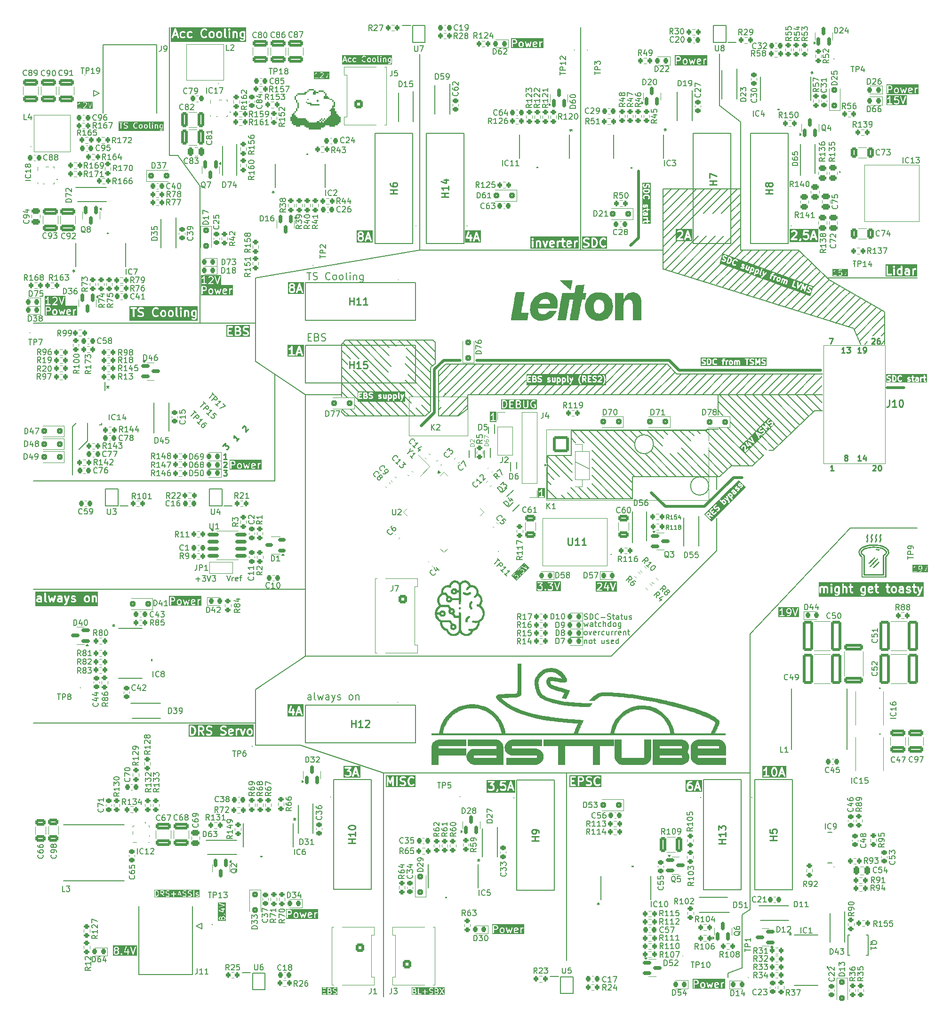
<source format=gbr>
%TF.GenerationSoftware,KiCad,Pcbnew,8.0.5*%
%TF.CreationDate,2025-02-07T16:21:55+01:00*%
%TF.ProjectId,FT25_PDU,46543235-5f50-4445-952e-6b696361645f,V1.2*%
%TF.SameCoordinates,Original*%
%TF.FileFunction,Legend,Top*%
%TF.FilePolarity,Positive*%
%FSLAX46Y46*%
G04 Gerber Fmt 4.6, Leading zero omitted, Abs format (unit mm)*
G04 Created by KiCad (PCBNEW 8.0.5) date 2025-02-07 16:21:55*
%MOMM*%
%LPD*%
G01*
G04 APERTURE LIST*
G04 Aperture macros list*
%AMRoundRect*
0 Rectangle with rounded corners*
0 $1 Rounding radius*
0 $2 $3 $4 $5 $6 $7 $8 $9 X,Y pos of 4 corners*
0 Add a 4 corners polygon primitive as box body*
4,1,4,$2,$3,$4,$5,$6,$7,$8,$9,$2,$3,0*
0 Add four circle primitives for the rounded corners*
1,1,$1+$1,$2,$3*
1,1,$1+$1,$4,$5*
1,1,$1+$1,$6,$7*
1,1,$1+$1,$8,$9*
0 Add four rect primitives between the rounded corners*
20,1,$1+$1,$2,$3,$4,$5,0*
20,1,$1+$1,$4,$5,$6,$7,0*
20,1,$1+$1,$6,$7,$8,$9,0*
20,1,$1+$1,$8,$9,$2,$3,0*%
%AMRotRect*
0 Rectangle, with rotation*
0 The origin of the aperture is its center*
0 $1 length*
0 $2 width*
0 $3 Rotation angle, in degrees counterclockwise*
0 Add horizontal line*
21,1,$1,$2,0,0,$3*%
G04 Aperture macros list end*
%ADD10C,0.150000*%
%ADD11C,0.500000*%
%ADD12C,0.300000*%
%ADD13C,0.250000*%
%ADD14C,0.200000*%
%ADD15C,0.125000*%
%ADD16C,0.093750*%
%ADD17C,0.254000*%
%ADD18C,0.100000*%
%ADD19C,0.120000*%
%ADD20C,0.152400*%
%ADD21C,0.000000*%
%ADD22C,0.127000*%
%ADD23C,0.010000*%
%ADD24C,2.000000*%
%ADD25R,1.500000X1.500000*%
%ADD26C,1.500000*%
%ADD27RoundRect,0.200000X0.275000X-0.200000X0.275000X0.200000X-0.275000X0.200000X-0.275000X-0.200000X0*%
%ADD28RoundRect,0.200000X-0.275000X0.200000X-0.275000X-0.200000X0.275000X-0.200000X0.275000X0.200000X0*%
%ADD29RoundRect,0.250000X1.100000X-0.325000X1.100000X0.325000X-1.100000X0.325000X-1.100000X-0.325000X0*%
%ADD30R,0.507200X1.456100*%
%ADD31R,6.502400X2.743200*%
%ADD32R,1.550000X2.200000*%
%ADD33RoundRect,0.200000X-0.200000X-0.275000X0.200000X-0.275000X0.200000X0.275000X-0.200000X0.275000X0*%
%ADD34RoundRect,0.150000X-0.150000X0.587500X-0.150000X-0.587500X0.150000X-0.587500X0.150000X0.587500X0*%
%ADD35RoundRect,0.150000X0.150000X-0.587500X0.150000X0.587500X-0.150000X0.587500X-0.150000X-0.587500X0*%
%ADD36RoundRect,0.250000X0.325000X1.100000X-0.325000X1.100000X-0.325000X-1.100000X0.325000X-1.100000X0*%
%ADD37RoundRect,0.218750X0.218750X0.256250X-0.218750X0.256250X-0.218750X-0.256250X0.218750X-0.256250X0*%
%ADD38R,0.800000X0.860000*%
%ADD39RoundRect,0.250000X0.300000X0.300000X-0.300000X0.300000X-0.300000X-0.300000X0.300000X-0.300000X0*%
%ADD40C,5.600000*%
%ADD41R,2.400000X2.400000*%
%ADD42C,2.400000*%
%ADD43RoundRect,0.225000X-0.250000X0.225000X-0.250000X-0.225000X0.250000X-0.225000X0.250000X0.225000X0*%
%ADD44C,4.300000*%
%ADD45RoundRect,0.250000X-0.300000X0.300000X-0.300000X-0.300000X0.300000X-0.300000X0.300000X0.300000X0*%
%ADD46RoundRect,0.225000X0.225000X0.250000X-0.225000X0.250000X-0.225000X-0.250000X0.225000X-0.250000X0*%
%ADD47R,1.550000X2.350000*%
%ADD48RoundRect,0.250000X-0.650000X0.325000X-0.650000X-0.325000X0.650000X-0.325000X0.650000X0.325000X0*%
%ADD49RoundRect,0.225000X0.250000X-0.225000X0.250000X0.225000X-0.250000X0.225000X-0.250000X-0.225000X0*%
%ADD50RoundRect,0.225000X-0.225000X-0.250000X0.225000X-0.250000X0.225000X0.250000X-0.225000X0.250000X0*%
%ADD51RoundRect,0.200000X0.200000X0.275000X-0.200000X0.275000X-0.200000X-0.275000X0.200000X-0.275000X0*%
%ADD52C,1.020000*%
%ADD53RoundRect,0.250001X0.499999X-0.499999X0.499999X0.499999X-0.499999X0.499999X-0.499999X-0.499999X0*%
%ADD54R,2.200000X1.550000*%
%ADD55RoundRect,0.250000X-0.450000X0.262500X-0.450000X-0.262500X0.450000X-0.262500X0.450000X0.262500X0*%
%ADD56RoundRect,0.150000X0.587500X0.150000X-0.587500X0.150000X-0.587500X-0.150000X0.587500X-0.150000X0*%
%ADD57R,2.350000X1.550000*%
%ADD58RotRect,1.500000X1.500000X135.000000*%
%ADD59RoundRect,0.150000X0.512500X0.150000X-0.512500X0.150000X-0.512500X-0.150000X0.512500X-0.150000X0*%
%ADD60RoundRect,0.250000X-0.475000X0.250000X-0.475000X-0.250000X0.475000X-0.250000X0.475000X0.250000X0*%
%ADD61RotRect,0.800000X0.860000X315.000000*%
%ADD62RoundRect,0.225000X0.017678X-0.335876X0.335876X-0.017678X-0.017678X0.335876X-0.335876X0.017678X0*%
%ADD63C,3.000000*%
%ADD64R,1.520000X1.520000*%
%ADD65C,1.520000*%
%ADD66RoundRect,0.250000X0.450000X-0.262500X0.450000X0.262500X-0.450000X0.262500X-0.450000X-0.262500X0*%
%ADD67RoundRect,0.250000X-0.650000X-2.450000X0.650000X-2.450000X0.650000X2.450000X-0.650000X2.450000X0*%
%ADD68RoundRect,0.250000X0.650000X-0.325000X0.650000X0.325000X-0.650000X0.325000X-0.650000X-0.325000X0*%
%ADD69RoundRect,0.250000X0.300000X-0.300000X0.300000X0.300000X-0.300000X0.300000X-0.300000X-0.300000X0*%
%ADD70RoundRect,0.150000X-0.587500X-0.150000X0.587500X-0.150000X0.587500X0.150000X-0.587500X0.150000X0*%
%ADD71R,1.456100X0.507200*%
%ADD72R,2.743200X6.502400*%
%ADD73RoundRect,0.250000X-0.325000X-0.650000X0.325000X-0.650000X0.325000X0.650000X-0.325000X0.650000X0*%
%ADD74R,1.000000X1.500000*%
%ADD75R,0.600000X0.250000*%
%ADD76R,0.250000X0.600000*%
%ADD77R,0.250000X1.700000*%
%ADD78R,0.400000X2.100000*%
%ADD79RoundRect,0.200000X0.335876X0.053033X0.053033X0.335876X-0.335876X-0.053033X-0.053033X-0.335876X0*%
%ADD80C,3.400000*%
%ADD81C,2.250000*%
%ADD82RoundRect,0.250000X0.250000X0.475000X-0.250000X0.475000X-0.250000X-0.475000X0.250000X-0.475000X0*%
%ADD83R,1.475000X0.450000*%
%ADD84RotRect,1.500000X1.500000X315.000000*%
%ADD85RoundRect,0.218750X-0.218750X-0.256250X0.218750X-0.256250X0.218750X0.256250X-0.218750X0.256250X0*%
%ADD86RoundRect,0.225000X-0.017678X0.335876X-0.335876X0.017678X0.017678X-0.335876X0.335876X-0.017678X0*%
%ADD87RoundRect,0.075000X-0.548008X0.441942X0.441942X-0.548008X0.548008X-0.441942X-0.441942X0.548008X0*%
%ADD88RoundRect,0.075000X-0.548008X-0.441942X-0.441942X-0.548008X0.548008X0.441942X0.441942X0.548008X0*%
%ADD89R,1.450000X5.500000*%
%ADD90R,0.381000X1.016000*%
%ADD91R,2.360000X1.522000*%
%ADD92R,1.701800X0.611400*%
%ADD93RoundRect,0.250000X-1.100000X0.325000X-1.100000X-0.325000X1.100000X-0.325000X1.100000X0.325000X0*%
%ADD94RoundRect,0.225000X-0.335876X-0.017678X-0.017678X-0.335876X0.335876X0.017678X0.017678X0.335876X0*%
%ADD95R,1.700000X1.700000*%
%ADD96O,1.700000X1.700000*%
%ADD97R,0.675000X0.750000*%
%ADD98R,0.675000X0.655000*%
%ADD99R,0.655000X0.675000*%
%ADD100R,4.510000X4.295000*%
%ADD101RoundRect,0.250000X1.425000X-0.362500X1.425000X0.362500X-1.425000X0.362500X-1.425000X-0.362500X0*%
%ADD102RotRect,0.875000X0.775000X135.000000*%
%ADD103RoundRect,0.250000X0.475000X-0.250000X0.475000X0.250000X-0.475000X0.250000X-0.475000X-0.250000X0*%
%ADD104RoundRect,0.225000X0.335876X0.017678X0.017678X0.335876X-0.335876X-0.017678X-0.017678X-0.335876X0*%
%ADD105C,2.800000*%
%ADD106RoundRect,0.250000X-1.150000X-1.150000X1.150000X-1.150000X1.150000X1.150000X-1.150000X1.150000X0*%
%ADD107R,0.450000X1.525000*%
%ADD108R,6.500000X2.870000*%
%ADD109RoundRect,0.250000X0.312500X1.075000X-0.312500X1.075000X-0.312500X-1.075000X0.312500X-1.075000X0*%
%ADD110R,2.300000X3.600000*%
%ADD111R,3.060000X0.890000*%
%ADD112R,8.540000X5.350000*%
%ADD113RoundRect,0.250001X-0.499999X0.499999X-0.499999X-0.499999X0.499999X-0.499999X0.499999X0.499999X0*%
%ADD114R,1.700000X0.250000*%
%ADD115R,2.100000X0.400000*%
%ADD116R,5.500000X1.450000*%
%ADD117R,3.600000X2.300000*%
%ADD118RoundRect,0.250000X-0.250000X-0.475000X0.250000X-0.475000X0.250000X0.475000X-0.250000X0.475000X0*%
%ADD119R,2.100000X4.100000*%
%ADD120RoundRect,0.150000X-0.825000X-0.150000X0.825000X-0.150000X0.825000X0.150000X-0.825000X0.150000X0*%
%ADD121RoundRect,0.250000X-0.300000X-0.300000X0.300000X-0.300000X0.300000X0.300000X-0.300000X0.300000X0*%
%ADD122RoundRect,0.250000X0.650000X2.450000X-0.650000X2.450000X-0.650000X-2.450000X0.650000X-2.450000X0*%
%ADD123RoundRect,0.200000X-0.053033X0.335876X-0.335876X0.053033X0.053033X-0.335876X0.335876X-0.053033X0*%
G04 APERTURE END LIST*
D10*
X235400000Y-123000000D02*
X239100000Y-119300000D01*
X256600000Y-102400000D02*
X255300000Y-103700000D01*
X199600000Y-123000000D02*
X205100000Y-117500000D01*
D11*
X194800000Y-116800000D02*
X229400000Y-116800000D01*
D10*
X241500000Y-123000000D02*
X246500000Y-128000000D01*
X213700000Y-141700000D02*
X211700000Y-139700000D01*
X170500000Y-113900000D02*
X170500000Y-123000000D01*
X210400000Y-133900000D02*
X212000000Y-135500000D01*
X197600000Y-117500000D02*
X188300000Y-126800000D01*
X267700000Y-109300000D02*
X268200000Y-108800000D01*
X232000000Y-191000000D02*
X244000000Y-191000000D01*
X187900000Y-125500000D02*
X187900000Y-118800000D01*
X228300000Y-92000000D02*
X234300000Y-86000000D01*
X155000000Y-186000000D02*
X155000000Y-176000000D01*
D11*
X184800000Y-128600000D02*
X187200000Y-126200000D01*
D10*
X240000000Y-227750000D02*
X240000000Y-227000000D01*
X242250000Y-74000000D02*
X242250000Y-97000000D01*
D11*
X223900000Y-92900000D02*
X223900000Y-94800000D01*
D10*
X244000000Y-215500000D02*
X244000000Y-191000000D01*
X175600000Y-118600000D02*
X179500000Y-122500000D01*
X236700000Y-103000000D02*
X240100000Y-99700000D01*
X170600000Y-125600000D02*
X171800000Y-126800000D01*
X222800000Y-141700000D02*
X207500000Y-141700000D01*
X247600000Y-102400000D02*
X244600000Y-105400000D01*
X208500000Y-123000000D02*
X210500000Y-121000000D01*
X238200000Y-124200000D02*
X244300000Y-130300000D01*
X170500000Y-126100000D02*
X170500000Y-125800000D01*
X224700000Y-137700000D02*
X216400000Y-129400000D01*
X207500000Y-137000000D02*
X208700000Y-138200000D01*
X265100000Y-113400000D02*
X264600000Y-113900000D01*
X139500000Y-80000000D02*
X139500000Y-72000000D01*
X209100000Y-119500000D02*
X211100000Y-117500000D01*
X219000000Y-170000000D02*
X238000000Y-151000000D01*
X145000000Y-158000000D02*
X164000000Y-158000000D01*
X228300000Y-94900000D02*
X237200000Y-86000000D01*
X217900000Y-129400000D02*
X226200000Y-137700000D01*
X258200000Y-103800000D02*
X253700000Y-108300000D01*
X247125000Y-97000000D02*
X244500000Y-99700000D01*
X262900000Y-106600000D02*
X259400000Y-110100000D01*
X215500000Y-139000000D02*
X218200000Y-141700000D01*
X248500000Y-97000000D02*
X245500000Y-100000000D01*
X212000000Y-119500000D02*
X214000000Y-117500000D01*
X243800000Y-135800000D02*
X237200000Y-129200000D01*
X187900000Y-118800000D02*
X189200000Y-117500000D01*
X253600000Y-123000000D02*
X256900000Y-119700000D01*
X245700000Y-97000000D02*
X243400000Y-99300000D01*
X172600000Y-118600000D02*
X176500000Y-122500000D01*
X189800000Y-126800000D02*
X193200000Y-123400000D01*
X242250000Y-97000000D02*
X252700000Y-97000000D01*
X220850000Y-129400000D02*
X223200000Y-131700000D01*
X155000000Y-186000000D02*
X163000000Y-186000000D01*
X174900000Y-125400000D02*
X170500000Y-121000000D01*
X263900000Y-107100000D02*
X260600000Y-110400000D01*
X244500000Y-123000000D02*
X251400000Y-129900000D01*
X236540122Y-139400000D02*
G75*
G02*
X233259878Y-139400000I-1640122J0D01*
G01*
X233259878Y-139400000D02*
G75*
G02*
X236540122Y-139400000I1640122J0D01*
G01*
X203600000Y-117500000D02*
X198100000Y-123000000D01*
D11*
X187200000Y-118400000D02*
X188900000Y-116800000D01*
D10*
X229100000Y-117500000D02*
X230800000Y-119300000D01*
X155000000Y-102000000D02*
X155000000Y-117000000D01*
X247400000Y-133000000D02*
X248100000Y-133000000D01*
X122750000Y-128050000D02*
X122050000Y-128750000D01*
X229200000Y-137700000D02*
X225100000Y-133600000D01*
X145000000Y-97000000D02*
X145000000Y-85500000D01*
X262000000Y-106000000D02*
X262900000Y-105100000D01*
X211000000Y-224700000D02*
X211000000Y-191000000D01*
X186500000Y-118100000D02*
X187300000Y-117400000D01*
D11*
X226200000Y-140600000D02*
X228706261Y-143106261D01*
D10*
X219700000Y-141700000D02*
X215500000Y-137500000D01*
X215500000Y-136000000D02*
X221200000Y-141700000D01*
X246800000Y-129800000D02*
X249000000Y-132000000D01*
D11*
X187200000Y-126200000D02*
X187200000Y-118400000D01*
D10*
X232100000Y-101600000D02*
X239200000Y-94500000D01*
X212500000Y-117500000D02*
X210500000Y-119500000D01*
X238200000Y-126600000D02*
X238200000Y-123000000D01*
X145000000Y-158000000D02*
X115000000Y-158000000D01*
X181000000Y-122500000D02*
X171700000Y-113200000D01*
X257400000Y-103100000D02*
X252600000Y-107900000D01*
X268200000Y-110300000D02*
X266100000Y-112400000D01*
X187300000Y-115300000D02*
X185200000Y-113200000D01*
X241700000Y-87500000D02*
X242200000Y-87000000D01*
X224400000Y-117500000D02*
X218900000Y-123000000D01*
X179000000Y-116000000D02*
X176200000Y-113200000D01*
X222400000Y-129400000D02*
X223600000Y-130600000D01*
X178000000Y-231200000D02*
X178000000Y-191000000D01*
X262600000Y-111100000D02*
X263850000Y-113950000D01*
X186900000Y-113200000D02*
X171200000Y-113200000D01*
X155000000Y-102000000D02*
X184500000Y-97000000D01*
X237900000Y-103300000D02*
X241100000Y-100100000D01*
X186200000Y-126200000D02*
X184900000Y-124900000D01*
X212000000Y-121000000D02*
X210000000Y-123000000D01*
X182100000Y-116100000D02*
X186500000Y-120500000D01*
X242300000Y-98900000D02*
X244200000Y-97000000D01*
X164000000Y-123000000D02*
X170500000Y-123000000D01*
X193200000Y-125500000D02*
X193200000Y-123000000D01*
X226900000Y-129400000D02*
X228400000Y-130900000D01*
X158500000Y-138500000D02*
X158500000Y-119340000D01*
X240400000Y-127900000D02*
X243500000Y-131000000D01*
X257400000Y-103100000D02*
X258200000Y-102300000D01*
X244000000Y-191000000D02*
X244000000Y-166000000D01*
X226400000Y-123000000D02*
X230400000Y-119000000D01*
X245900000Y-130300000D02*
X248300000Y-132700000D01*
X244800000Y-135300000D02*
X238400000Y-128900000D01*
X240600000Y-135800000D02*
X238500000Y-137700000D01*
X184500000Y-97000000D02*
X193500000Y-97000000D01*
X266700000Y-108800000D02*
X267700000Y-107800000D01*
X171600000Y-117600000D02*
X170500000Y-116500000D01*
D11*
X223900000Y-82800000D02*
X223900000Y-92900000D01*
D10*
X183000000Y-124500000D02*
X181800000Y-123300000D01*
X250000000Y-97000000D02*
X246600000Y-100400000D01*
X244500000Y-132000000D02*
X246300000Y-133800000D01*
X236200000Y-129400000D02*
X236200000Y-129200000D01*
X213200000Y-139700000D02*
X215200000Y-141700000D01*
X241100000Y-104400000D02*
X244300000Y-101200000D01*
X220400000Y-123000000D02*
X225900000Y-117500000D01*
X247600000Y-129100000D02*
X249800000Y-131300000D01*
X248700000Y-102800000D02*
X245700000Y-105800000D01*
X274000000Y-147000000D02*
X262000000Y-147000000D01*
X206100000Y-119500000D02*
X208100000Y-117500000D01*
X264800000Y-107700000D02*
X265800000Y-106700000D01*
X223400000Y-123000000D02*
X228900000Y-117500000D01*
X232400000Y-123000000D02*
X236100000Y-119300000D01*
X199000000Y-191000000D02*
X211000000Y-191000000D01*
X264800000Y-107700000D02*
X261700000Y-110800000D01*
X252300000Y-123000000D02*
X255400000Y-126100000D01*
X142000000Y-138500000D02*
X158500000Y-138500000D01*
X257000000Y-123000000D02*
X225000000Y-123000000D01*
X248300000Y-128300000D02*
X250600000Y-130600000D01*
X218500000Y-117500000D02*
X216700000Y-119300000D01*
X254200000Y-104800000D02*
X251400000Y-107600000D01*
X218500000Y-117500000D02*
X216700000Y-119300000D01*
X187900000Y-121200000D02*
X191600000Y-117500000D01*
X186500000Y-119000000D02*
X182100000Y-114600000D01*
X174800000Y-126800000D02*
X172800000Y-124800000D01*
X191500000Y-126800000D02*
X193200000Y-125500000D01*
X232200000Y-137700000D02*
X226700000Y-132200000D01*
X170700000Y-113700000D02*
X173600000Y-116600000D01*
X172100000Y-116600000D02*
X170500000Y-115000000D01*
X242200000Y-94500000D02*
X234400000Y-102300000D01*
X245400000Y-101600000D02*
X242300000Y-104700000D01*
X241800000Y-97900000D02*
X241200000Y-98500000D01*
X210700000Y-141700000D02*
X210000000Y-141000000D01*
X212200000Y-141700000D02*
X211100000Y-140600000D01*
X240100000Y-104100000D02*
X243400000Y-100800000D01*
X238500000Y-137700000D02*
X222800000Y-137700000D01*
X177800000Y-126800000D02*
X175200000Y-124200000D01*
X230650000Y-137700000D02*
X226200000Y-133200000D01*
X209200000Y-141700000D02*
X210700000Y-141700000D01*
X242200000Y-91500000D02*
X240600000Y-93100000D01*
X171200000Y-113200000D02*
X170500000Y-113900000D01*
X222800000Y-138800000D02*
X213400000Y-129400000D01*
X225700000Y-122200000D02*
X224900000Y-123000000D01*
X173500000Y-122500000D02*
X170500000Y-119500000D01*
X210000000Y-123000000D02*
X211800000Y-121200000D01*
X238500000Y-71000000D02*
X238500000Y-61700000D01*
X252700000Y-97000000D02*
X258200000Y-102300000D01*
X252000000Y-97000000D02*
X242250000Y-97000000D01*
X231373414Y-93326586D02*
X238700000Y-86000000D01*
X185300000Y-126800000D02*
X183900000Y-125400000D01*
X179000000Y-114500000D02*
X177700000Y-113200000D01*
X179300000Y-126800000D02*
X176700000Y-124200000D01*
X208900000Y-133900000D02*
X212000000Y-137000000D01*
X211800000Y-133900000D02*
X211800000Y-129400000D01*
X254400000Y-100100000D02*
X255100000Y-99400000D01*
X260100000Y-104900000D02*
X261000000Y-104000000D01*
X193100000Y-117500000D02*
X187900000Y-122700000D01*
X237000000Y-123000000D02*
X240700000Y-119300000D01*
X253100000Y-104400000D02*
X250300000Y-107200000D01*
X268200000Y-113300000D02*
X267600000Y-113900000D01*
X211500000Y-123000000D02*
X213300000Y-121200000D01*
X194600000Y-117500000D02*
X188800000Y-123300000D01*
X123250000Y-132800000D02*
X124750000Y-131300000D01*
X230900000Y-123000000D02*
X234600000Y-119300000D01*
X141000000Y-80000000D02*
X139500000Y-80000000D01*
X185600000Y-126800000D02*
X186500000Y-126000000D01*
X211800000Y-129300000D02*
X214100000Y-131600000D01*
X155000000Y-110100000D02*
X115000000Y-110100000D01*
X212000000Y-138500000D02*
X207500000Y-134000000D01*
D11*
X188900000Y-116800000D02*
X191800000Y-116800000D01*
D10*
X187300000Y-117400000D02*
X187300000Y-113600000D01*
X238200000Y-137700000D02*
X229900000Y-129400000D01*
X266700000Y-108800000D02*
X263200000Y-112300000D01*
X126900000Y-128450000D02*
X127300000Y-128450000D01*
X258200000Y-102300000D02*
X268200000Y-108100000D01*
X230800000Y-119300000D02*
X257000000Y-119300000D01*
X244600000Y-130600000D02*
X246900000Y-132900000D01*
X228300000Y-100400000D02*
X228300000Y-86000000D01*
X242200000Y-87000000D02*
X238800000Y-90400000D01*
X164000000Y-123000000D02*
X164000000Y-170000000D01*
X170500000Y-123000000D02*
X170500000Y-123300000D01*
X228400000Y-129400000D02*
X229200000Y-130200000D01*
X209600000Y-117500000D02*
X207600000Y-119500000D01*
X215500000Y-117500000D02*
X213700000Y-119300000D01*
X227900000Y-123000000D02*
X231600000Y-119300000D01*
D11*
X271700000Y-121700000D02*
X268600000Y-121700000D01*
D10*
X183800000Y-126800000D02*
X181200000Y-124200000D01*
X225700000Y-122200000D02*
X229700000Y-118200000D01*
X265800000Y-108200000D02*
X262700000Y-111300000D01*
X171200000Y-126800000D02*
X170500000Y-126100000D01*
D11*
X229400000Y-116800000D02*
X231200000Y-118600000D01*
D10*
X244400000Y-135800000D02*
X240600000Y-135800000D01*
D11*
X223900000Y-94800000D02*
X222500000Y-96200000D01*
D10*
X181000000Y-122500000D02*
X171700000Y-113200000D01*
X215500000Y-133000000D02*
X222800000Y-140300000D01*
X127300000Y-128450000D02*
X127300000Y-128050000D01*
X223900000Y-129400000D02*
X224600000Y-130100000D01*
X180300000Y-114300000D02*
X179200000Y-113200000D01*
X256600000Y-102400000D02*
X257400000Y-101600000D01*
X252000000Y-104000000D02*
X249100000Y-106900000D01*
X174700000Y-113200000D02*
X179400000Y-117900000D01*
X242200000Y-96000000D02*
X240100000Y-98100000D01*
X255100000Y-100900000D02*
X253200000Y-102800000D01*
X176300000Y-126800000D02*
X174900000Y-125400000D01*
X243000000Y-123000000D02*
X247300000Y-127300000D01*
X225000000Y-123000000D02*
X193200000Y-123000000D01*
X214700000Y-139700000D02*
X216700000Y-141700000D01*
X243800000Y-132800000D02*
X245600000Y-134600000D01*
X155000000Y-182000000D02*
X115000000Y-182000000D01*
X207500000Y-140000000D02*
X209200000Y-141700000D01*
X242500000Y-226000000D02*
X242500000Y-216500000D01*
X235600000Y-90400000D02*
X240000000Y-86000000D01*
X205100000Y-117500000D02*
X203600000Y-117500000D01*
X242200000Y-90000000D02*
X240600000Y-91600000D01*
X238000000Y-140000000D02*
X238000000Y-137700000D01*
X207500000Y-135500000D02*
X209700000Y-137700000D01*
X187900000Y-125700000D02*
X188400000Y-125200000D01*
X244400000Y-135800000D02*
X246400000Y-133800000D01*
X182200000Y-113200000D02*
X186800000Y-117800000D01*
X242300000Y-135800000D02*
X235900000Y-129400000D01*
X213500000Y-97000000D02*
X228200000Y-97000000D01*
X179600000Y-124100000D02*
X182300000Y-126800000D01*
X241800000Y-97900000D02*
X242700000Y-97000000D01*
X214400000Y-123000000D02*
X216200000Y-121200000D01*
X217000000Y-117500000D02*
X215100000Y-119400000D01*
X225400000Y-129400000D02*
X228200000Y-132200000D01*
X249000000Y-123000000D02*
X252700000Y-119300000D01*
X164000000Y-170000000D02*
X219000000Y-170000000D01*
X260100000Y-104900000D02*
X256000000Y-109000000D01*
X255900000Y-101600000D02*
X254300000Y-103200000D01*
X211800000Y-129400000D02*
X229900000Y-129400000D01*
X200600000Y-117500000D02*
X195100000Y-123000000D01*
X206100000Y-121000000D02*
X204100000Y-123000000D01*
X236700000Y-137700000D02*
X231600000Y-132600000D01*
D11*
X241000000Y-137900000D02*
X242500000Y-137900000D01*
D10*
X253600000Y-99400000D02*
X251000000Y-102000000D01*
X183700000Y-113200000D02*
X187300000Y-116800000D01*
X243000000Y-123000000D02*
X246700000Y-119300000D01*
X267700000Y-109300000D02*
X263600000Y-113400000D01*
X240000000Y-123000000D02*
X245800000Y-128800000D01*
X246000000Y-123000000D02*
X249700000Y-119300000D01*
X229800000Y-100800000D02*
X236100000Y-94500000D01*
X238000000Y-145200000D02*
X238000000Y-151000000D01*
X262600000Y-111100000D02*
X228300000Y-100400000D01*
X222800000Y-137700000D02*
X222800000Y-141700000D01*
X155000000Y-117000000D02*
X164000000Y-123000000D01*
X227400000Y-117500000D02*
X221900000Y-123000000D01*
X274000000Y-102000000D02*
X257900000Y-102000000D01*
X193500000Y-97000000D02*
X211000000Y-97000000D01*
X239000000Y-103700000D02*
X242200000Y-100500000D01*
X235700000Y-133700000D02*
X239100000Y-137100000D01*
X261000000Y-105500000D02*
X257100000Y-109400000D01*
X240800000Y-135800000D02*
X236600000Y-131600000D01*
X233700000Y-137700000D02*
X229600000Y-133600000D01*
X124750000Y-131300000D02*
X124750000Y-128050000D01*
X248100000Y-119300000D02*
X244400000Y-123000000D01*
X244000000Y-166000000D02*
X262000000Y-147000000D01*
X213500000Y-97000000D02*
X213500000Y-57000000D01*
X255100000Y-100900000D02*
X255900000Y-100100000D01*
X233900000Y-123000000D02*
X237600000Y-119300000D01*
X238500000Y-123000000D02*
X245000000Y-129500000D01*
X207500000Y-138500000D02*
X208200000Y-139200000D01*
X261000000Y-105500000D02*
X262000000Y-104500000D01*
X227700000Y-137700000D02*
X219400000Y-129400000D01*
X187900000Y-126800000D02*
X191500000Y-126800000D01*
X145000000Y-97000000D02*
X145000000Y-110100000D01*
X181800000Y-114300000D02*
X180700000Y-113200000D01*
X242500000Y-216500000D02*
X244000000Y-215500000D01*
X139500000Y-72000000D02*
X139500000Y-57000000D01*
X253900000Y-123000000D02*
X256800000Y-125900000D01*
X211000000Y-97000000D02*
X213500000Y-97000000D01*
X259100000Y-104400000D02*
X254900000Y-108600000D01*
X145000000Y-85500000D02*
X141000000Y-80000000D01*
X193200000Y-124900000D02*
X191300000Y-126800000D01*
X187300000Y-113600000D02*
X186900000Y-113200000D01*
X187900000Y-124200000D02*
X188100000Y-124000000D01*
X215100000Y-119400000D02*
X217000000Y-117500000D01*
X186500000Y-126000000D02*
X186500000Y-118100000D01*
X196100000Y-117500000D02*
X190200000Y-123400000D01*
X228700000Y-100500000D02*
X234700000Y-94500000D01*
X122050000Y-128750000D02*
X122050000Y-137400000D01*
X255600000Y-125900000D02*
X257000000Y-125900000D01*
X213000000Y-123000000D02*
X214800000Y-121200000D01*
X229900000Y-129400000D02*
X236200000Y-129400000D01*
X228300000Y-89000000D02*
X231300000Y-86000000D01*
X242250000Y-74000000D02*
X238500000Y-71000000D01*
X239900000Y-128900000D02*
X242800000Y-131800000D01*
X240000000Y-227000000D02*
X242500000Y-226000000D01*
X246000000Y-123000000D02*
X252100000Y-129100000D01*
X206600000Y-117500000D02*
X204600000Y-119500000D01*
X246500000Y-102000000D02*
X243400000Y-105100000D01*
X252800000Y-97200000D02*
X248800000Y-101200000D01*
X238900000Y-99300000D02*
X235600000Y-102600000D01*
X247500000Y-123000000D02*
X252900000Y-128400000D01*
D11*
X231200000Y-118600000D02*
X256700000Y-118600000D01*
D10*
X251500000Y-97000000D02*
X247700000Y-100800000D01*
X232900000Y-129400000D02*
X233900000Y-130400000D01*
X252800000Y-98700000D02*
X249900000Y-101600000D01*
X265800000Y-108200000D02*
X266700000Y-107300000D01*
X189200000Y-117500000D02*
X229100000Y-117500000D01*
X268200000Y-111800000D02*
X267600000Y-112400000D01*
X173300000Y-126800000D02*
X172100000Y-125600000D01*
X242100000Y-119300000D02*
X238400000Y-123000000D01*
D11*
X235793739Y-143106261D02*
X241000000Y-137900000D01*
D10*
X205600000Y-123000000D02*
X207600000Y-121000000D01*
X174100000Y-118600000D02*
X178000000Y-122500000D01*
X237300000Y-90400000D02*
X241700000Y-86000000D01*
X207500000Y-138500000D02*
X207500000Y-137000000D01*
X242200000Y-88500000D02*
X240600000Y-90100000D01*
X262900000Y-106600000D02*
X263900000Y-105600000D01*
D11*
X228700000Y-143100000D02*
X235800000Y-143100000D01*
D10*
X236500000Y-133000000D02*
X239900000Y-136400000D01*
X219900000Y-117500000D02*
X218000000Y-119400000D01*
X202600000Y-123000000D02*
X204600000Y-121000000D01*
X259100000Y-104400000D02*
X260100000Y-103400000D01*
X228300000Y-96400000D02*
X230685003Y-94014997D01*
X115000000Y-138500000D02*
X142000000Y-138500000D01*
X252000000Y-123000000D02*
X255700000Y-119300000D01*
X215500000Y-134500000D02*
X222700000Y-141700000D01*
X236200000Y-129200000D02*
X238200000Y-129200000D01*
X178100000Y-124100000D02*
X180800000Y-126800000D01*
X186500000Y-123500000D02*
X182400000Y-119400000D01*
X249800000Y-103200000D02*
X246900000Y-106100000D01*
X254100000Y-119300000D02*
X250400000Y-123000000D01*
X263900000Y-107100000D02*
X264800000Y-106200000D01*
X214900000Y-129400000D02*
X223200000Y-137700000D01*
X217900000Y-121000000D02*
X215900000Y-123000000D01*
X193600000Y-123000000D02*
X199100000Y-117500000D01*
X268200000Y-108100000D02*
X268200000Y-113950000D01*
X178000000Y-191000000D02*
X199000000Y-191000000D01*
X252800000Y-98700000D02*
X253600000Y-97900000D01*
X187900000Y-125500000D02*
X187900000Y-126800000D01*
X226597056Y-131900000D02*
G75*
G02*
X223202944Y-131900000I-1697056J0D01*
G01*
X223202944Y-131900000D02*
G75*
G02*
X226597056Y-131900000I1697056J0D01*
G01*
X240000000Y-123000000D02*
X243700000Y-119300000D01*
X207500000Y-133900000D02*
X211800000Y-133900000D01*
X155000000Y-176000000D02*
X164000000Y-170000000D01*
X211000000Y-191000000D02*
X232000000Y-191000000D01*
X262000000Y-106000000D02*
X258300000Y-109700000D01*
X221400000Y-117500000D02*
X217700000Y-121200000D01*
X196600000Y-123000000D02*
X202100000Y-117500000D01*
X242200000Y-93000000D02*
X233300000Y-101900000D01*
X228300000Y-97900000D02*
X230881957Y-95318043D01*
X171200000Y-126800000D02*
X185600000Y-126800000D01*
X235200000Y-137700000D02*
X230900000Y-133400000D01*
X231000000Y-101200000D02*
X237700000Y-94500000D01*
X228300000Y-99400000D02*
X232407453Y-95292547D01*
X178900000Y-118900000D02*
X173200000Y-113200000D01*
X209000000Y-121000000D02*
X207000000Y-123000000D01*
X251100000Y-119300000D02*
X247400000Y-123000000D01*
X181900000Y-117400000D02*
X186500000Y-122000000D01*
X174800000Y-126800000D02*
X173400000Y-125400000D01*
X186500000Y-125000000D02*
X181900000Y-120400000D01*
X258200000Y-103800000D02*
X259100000Y-102900000D01*
X249100000Y-123000000D02*
X253700000Y-127600000D01*
X229400000Y-123000000D02*
X233100000Y-119300000D01*
X238200000Y-129200000D02*
X238200000Y-129100000D01*
X254400000Y-100100000D02*
X252100000Y-102400000D01*
X170500000Y-122500000D02*
X171500000Y-123500000D01*
X228300000Y-90500000D02*
X232800000Y-86000000D01*
X255200000Y-123000000D02*
X256900000Y-121300000D01*
X228300000Y-86000000D02*
X242200000Y-86000000D01*
X255900000Y-101600000D02*
X256600000Y-100900000D01*
X190100000Y-117500000D02*
X187900000Y-119700000D01*
X228300000Y-93500000D02*
X235800000Y-86000000D01*
X203700000Y-120400000D02*
X201100000Y-123000000D01*
X250700000Y-123000000D02*
X254500000Y-126800000D01*
X175000000Y-122500000D02*
X170500000Y-118000000D01*
X207500000Y-141700000D02*
X207500000Y-133900000D01*
X238200000Y-125800000D02*
X239100000Y-126700000D01*
X217400000Y-123000000D02*
X222900000Y-117500000D01*
X163000000Y-186000000D02*
X178000000Y-191000000D01*
X184500000Y-96800000D02*
X184500000Y-61800000D01*
X231400000Y-129400000D02*
X233300000Y-131300000D01*
X253600000Y-99400000D02*
X254400000Y-98600000D01*
X211800000Y-130800000D02*
X212600000Y-131600000D01*
X245100000Y-119300000D02*
X241400000Y-123000000D01*
X250900000Y-103600000D02*
X248000000Y-106500000D01*
X255500000Y-123000000D02*
X256900000Y-124400000D01*
X248100000Y-133000000D02*
X255600000Y-125900000D01*
X234400000Y-129400000D02*
X235000000Y-130000000D01*
X183300000Y-123300000D02*
X180900000Y-120900000D01*
X228300000Y-87500000D02*
X229800000Y-86000000D01*
D12*
G36*
X152848796Y-57934962D02*
G01*
X152848796Y-58606694D01*
X152820529Y-58620828D01*
X152605634Y-58620828D01*
X152516220Y-58576121D01*
X152479215Y-58539116D01*
X152434510Y-58449704D01*
X152434510Y-58091951D01*
X152479215Y-58002540D01*
X152516220Y-57965535D01*
X152605634Y-57920828D01*
X152820528Y-57920828D01*
X152848796Y-57934962D01*
G37*
G36*
X147267085Y-57965535D02*
G01*
X147304089Y-58002539D01*
X147348795Y-58091951D01*
X147348795Y-58449704D01*
X147304088Y-58539117D01*
X147267083Y-58576122D01*
X147177671Y-58620828D01*
X147034205Y-58620828D01*
X146944791Y-58576121D01*
X146907786Y-58539116D01*
X146863081Y-58449704D01*
X146863081Y-58091951D01*
X146907786Y-58002540D01*
X146944791Y-57965535D01*
X147034205Y-57920828D01*
X147177671Y-57920828D01*
X147267085Y-57965535D01*
G37*
G36*
X148624228Y-57965535D02*
G01*
X148661232Y-58002539D01*
X148705938Y-58091951D01*
X148705938Y-58449704D01*
X148661231Y-58539117D01*
X148624226Y-58576122D01*
X148534814Y-58620828D01*
X148391348Y-58620828D01*
X148301934Y-58576121D01*
X148264929Y-58539116D01*
X148220224Y-58449704D01*
X148220224Y-58091951D01*
X148264929Y-58002540D01*
X148301934Y-57965535D01*
X148391348Y-57920828D01*
X148534814Y-57920828D01*
X148624228Y-57965535D01*
G37*
G36*
X140719255Y-58192257D02*
G01*
X140421196Y-58192257D01*
X140570225Y-57745169D01*
X140719255Y-58192257D01*
G37*
G36*
X153315463Y-59587495D02*
G01*
X139754736Y-59587495D01*
X139754736Y-58752067D01*
X139921403Y-58752067D01*
X139925552Y-58810448D01*
X139951726Y-58862795D01*
X139995940Y-58901142D01*
X140051464Y-58919650D01*
X140109845Y-58915501D01*
X140162192Y-58889327D01*
X140200539Y-58845113D01*
X140212527Y-58818262D01*
X140321196Y-58492257D01*
X140819255Y-58492257D01*
X140927923Y-58818262D01*
X140939911Y-58845113D01*
X140978258Y-58889328D01*
X141030606Y-58915501D01*
X141088986Y-58919651D01*
X141144510Y-58901142D01*
X141188724Y-58862795D01*
X141214898Y-58810448D01*
X141219048Y-58752068D01*
X141212528Y-58723394D01*
X140990244Y-58056542D01*
X141348796Y-58056542D01*
X141348796Y-58485114D01*
X141351678Y-58514378D01*
X141353740Y-58519356D01*
X141354122Y-58524732D01*
X141364632Y-58552196D01*
X141436060Y-58695053D01*
X141443987Y-58707646D01*
X141445503Y-58711306D01*
X141448884Y-58715425D01*
X141451725Y-58719939D01*
X141454718Y-58722535D01*
X141464158Y-58734037D01*
X141535587Y-58805466D01*
X141547091Y-58814907D01*
X141549686Y-58817899D01*
X141554195Y-58820737D01*
X141558318Y-58824121D01*
X141561979Y-58825637D01*
X141574571Y-58833564D01*
X141717429Y-58904992D01*
X141744892Y-58915502D01*
X141750267Y-58915883D01*
X141755246Y-58917946D01*
X141784510Y-58920828D01*
X142070224Y-58920828D01*
X142099488Y-58917946D01*
X142104466Y-58915883D01*
X142109842Y-58915502D01*
X142137305Y-58904992D01*
X142280164Y-58833564D01*
X142305049Y-58817899D01*
X142343396Y-58773685D01*
X142361904Y-58718162D01*
X142357756Y-58659782D01*
X142331582Y-58607433D01*
X142287367Y-58569086D01*
X142231845Y-58550578D01*
X142173464Y-58554726D01*
X142146001Y-58565235D01*
X142034815Y-58620828D01*
X141819920Y-58620828D01*
X141730506Y-58576121D01*
X141693501Y-58539116D01*
X141648796Y-58449704D01*
X141648796Y-58091951D01*
X141666500Y-58056542D01*
X142634510Y-58056542D01*
X142634510Y-58485114D01*
X142637392Y-58514378D01*
X142639454Y-58519356D01*
X142639836Y-58524732D01*
X142650346Y-58552196D01*
X142721774Y-58695053D01*
X142729701Y-58707646D01*
X142731217Y-58711306D01*
X142734598Y-58715425D01*
X142737439Y-58719939D01*
X142740432Y-58722535D01*
X142749872Y-58734037D01*
X142821301Y-58805466D01*
X142832805Y-58814907D01*
X142835400Y-58817899D01*
X142839909Y-58820737D01*
X142844032Y-58824121D01*
X142847693Y-58825637D01*
X142860285Y-58833564D01*
X143003143Y-58904992D01*
X143030606Y-58915502D01*
X143035981Y-58915883D01*
X143040960Y-58917946D01*
X143070224Y-58920828D01*
X143355938Y-58920828D01*
X143385202Y-58917946D01*
X143390180Y-58915883D01*
X143395556Y-58915502D01*
X143423019Y-58904992D01*
X143565878Y-58833564D01*
X143590763Y-58817899D01*
X143629110Y-58773685D01*
X143647618Y-58718162D01*
X143643470Y-58659782D01*
X143617296Y-58607433D01*
X143573081Y-58569086D01*
X143517559Y-58550578D01*
X143459178Y-58554726D01*
X143431715Y-58565235D01*
X143320529Y-58620828D01*
X143105634Y-58620828D01*
X143016220Y-58576121D01*
X142979215Y-58539116D01*
X142934510Y-58449704D01*
X142934510Y-58091951D01*
X142979215Y-58002540D01*
X143016220Y-57965535D01*
X143105634Y-57920828D01*
X143320528Y-57920828D01*
X143431714Y-57976421D01*
X143459177Y-57986931D01*
X143517557Y-57991079D01*
X143573080Y-57972571D01*
X143617295Y-57934225D01*
X143627565Y-57913685D01*
X145063081Y-57913685D01*
X145063081Y-58127971D01*
X145063583Y-58133074D01*
X145063258Y-58135262D01*
X145064877Y-58146212D01*
X145065963Y-58157235D01*
X145066810Y-58159279D01*
X145067560Y-58164351D01*
X145138988Y-58450065D01*
X145139759Y-58452223D01*
X145139836Y-58453304D01*
X145144494Y-58465478D01*
X145148881Y-58477756D01*
X145149525Y-58478626D01*
X145150345Y-58480767D01*
X145221774Y-58623624D01*
X145229701Y-58636217D01*
X145231217Y-58639877D01*
X145234598Y-58643996D01*
X145237439Y-58648510D01*
X145240432Y-58651106D01*
X145249872Y-58662608D01*
X145392729Y-58805466D01*
X145415459Y-58824121D01*
X145420438Y-58826183D01*
X145424510Y-58829715D01*
X145451361Y-58841703D01*
X145665647Y-58913131D01*
X145680159Y-58916430D01*
X145683817Y-58917946D01*
X145689119Y-58918468D01*
X145694321Y-58919651D01*
X145698275Y-58919369D01*
X145713081Y-58920828D01*
X145855938Y-58920828D01*
X145870743Y-58919369D01*
X145874698Y-58919651D01*
X145879899Y-58918468D01*
X145885202Y-58917946D01*
X145888859Y-58916430D01*
X145903372Y-58913131D01*
X146117658Y-58841703D01*
X146144509Y-58829715D01*
X146148582Y-58826181D01*
X146153560Y-58824120D01*
X146176291Y-58805465D01*
X146247719Y-58734036D01*
X146266373Y-58711306D01*
X146288770Y-58657233D01*
X146288769Y-58598707D01*
X146266372Y-58544635D01*
X146224986Y-58503250D01*
X146170914Y-58480853D01*
X146112388Y-58480854D01*
X146058316Y-58503251D01*
X146035585Y-58521906D01*
X145989197Y-58568294D01*
X145831595Y-58620828D01*
X145737424Y-58620828D01*
X145579821Y-58568294D01*
X145479216Y-58467688D01*
X145426035Y-58361328D01*
X145363081Y-58109507D01*
X145363081Y-58056542D01*
X146563081Y-58056542D01*
X146563081Y-58485114D01*
X146565963Y-58514378D01*
X146568025Y-58519356D01*
X146568407Y-58524732D01*
X146578917Y-58552196D01*
X146650345Y-58695053D01*
X146658272Y-58707646D01*
X146659788Y-58711306D01*
X146663169Y-58715425D01*
X146666010Y-58719939D01*
X146669003Y-58722535D01*
X146678443Y-58734037D01*
X146749872Y-58805466D01*
X146761376Y-58814907D01*
X146763971Y-58817899D01*
X146768480Y-58820737D01*
X146772603Y-58824121D01*
X146776264Y-58825637D01*
X146788856Y-58833564D01*
X146931714Y-58904992D01*
X146959177Y-58915502D01*
X146964552Y-58915883D01*
X146969531Y-58917946D01*
X146998795Y-58920828D01*
X147213081Y-58920828D01*
X147242345Y-58917946D01*
X147247323Y-58915883D01*
X147252699Y-58915502D01*
X147280163Y-58904992D01*
X147423020Y-58833564D01*
X147435613Y-58825636D01*
X147439273Y-58824121D01*
X147443392Y-58820739D01*
X147447906Y-58817899D01*
X147450502Y-58814905D01*
X147462004Y-58805466D01*
X147533433Y-58734037D01*
X147542874Y-58722532D01*
X147545866Y-58719938D01*
X147548704Y-58715428D01*
X147552088Y-58711306D01*
X147553604Y-58707644D01*
X147561531Y-58695053D01*
X147632959Y-58552195D01*
X147643469Y-58524732D01*
X147643850Y-58519356D01*
X147645913Y-58514378D01*
X147648795Y-58485114D01*
X147648795Y-58056542D01*
X147920224Y-58056542D01*
X147920224Y-58485114D01*
X147923106Y-58514378D01*
X147925168Y-58519356D01*
X147925550Y-58524732D01*
X147936060Y-58552196D01*
X148007488Y-58695053D01*
X148015415Y-58707646D01*
X148016931Y-58711306D01*
X148020312Y-58715425D01*
X148023153Y-58719939D01*
X148026146Y-58722535D01*
X148035586Y-58734037D01*
X148107015Y-58805466D01*
X148118519Y-58814907D01*
X148121114Y-58817899D01*
X148125623Y-58820737D01*
X148129746Y-58824121D01*
X148133407Y-58825637D01*
X148145999Y-58833564D01*
X148288857Y-58904992D01*
X148316320Y-58915502D01*
X148321695Y-58915883D01*
X148326674Y-58917946D01*
X148355938Y-58920828D01*
X148570224Y-58920828D01*
X148599488Y-58917946D01*
X148604466Y-58915883D01*
X148609842Y-58915502D01*
X148637306Y-58904992D01*
X148780163Y-58833564D01*
X148792756Y-58825636D01*
X148796416Y-58824121D01*
X148800535Y-58820739D01*
X148805049Y-58817899D01*
X148807645Y-58814905D01*
X148819147Y-58805466D01*
X148890576Y-58734037D01*
X148900017Y-58722532D01*
X148903009Y-58719938D01*
X148905847Y-58715428D01*
X148909231Y-58711306D01*
X148910747Y-58707644D01*
X148918674Y-58695053D01*
X148990102Y-58552195D01*
X149000612Y-58524732D01*
X149000993Y-58519356D01*
X149003056Y-58514378D01*
X149005938Y-58485114D01*
X149005938Y-58056542D01*
X149003056Y-58027278D01*
X149000993Y-58022299D01*
X149000612Y-58016924D01*
X148990102Y-57989461D01*
X148918674Y-57846603D01*
X148910745Y-57834008D01*
X148909230Y-57830349D01*
X148905848Y-57826228D01*
X148903009Y-57821718D01*
X148900017Y-57819123D01*
X148890575Y-57807618D01*
X148819146Y-57736190D01*
X148807646Y-57726752D01*
X148805049Y-57723758D01*
X148800532Y-57720915D01*
X148796415Y-57717536D01*
X148792758Y-57716021D01*
X148780163Y-57708093D01*
X148637306Y-57636664D01*
X148609843Y-57626155D01*
X148604468Y-57625773D01*
X148599488Y-57623710D01*
X148570224Y-57620828D01*
X148355938Y-57620828D01*
X148326674Y-57623710D01*
X148321693Y-57625773D01*
X148316319Y-57626155D01*
X148288855Y-57636664D01*
X148145999Y-57708093D01*
X148133405Y-57716020D01*
X148129746Y-57717536D01*
X148125625Y-57720917D01*
X148121113Y-57723758D01*
X148118516Y-57726751D01*
X148107016Y-57736190D01*
X148035587Y-57807618D01*
X148026147Y-57819120D01*
X148023153Y-57821717D01*
X148020311Y-57826231D01*
X148016932Y-57830349D01*
X148015416Y-57834007D01*
X148007488Y-57846603D01*
X147936060Y-57989460D01*
X147925550Y-58016924D01*
X147925168Y-58022299D01*
X147923106Y-58027278D01*
X147920224Y-58056542D01*
X147648795Y-58056542D01*
X147645913Y-58027278D01*
X147643850Y-58022299D01*
X147643469Y-58016924D01*
X147632959Y-57989461D01*
X147561531Y-57846603D01*
X147553602Y-57834008D01*
X147552087Y-57830349D01*
X147548705Y-57826228D01*
X147545866Y-57821718D01*
X147542874Y-57819123D01*
X147533432Y-57807618D01*
X147462003Y-57736190D01*
X147450503Y-57726752D01*
X147447906Y-57723758D01*
X147443389Y-57720915D01*
X147439272Y-57717536D01*
X147435615Y-57716021D01*
X147423020Y-57708093D01*
X147280163Y-57636664D01*
X147252700Y-57626155D01*
X147247325Y-57625773D01*
X147242345Y-57623710D01*
X147213081Y-57620828D01*
X146998795Y-57620828D01*
X146969531Y-57623710D01*
X146964550Y-57625773D01*
X146959176Y-57626155D01*
X146931712Y-57636664D01*
X146788856Y-57708093D01*
X146776262Y-57716020D01*
X146772603Y-57717536D01*
X146768482Y-57720917D01*
X146763970Y-57723758D01*
X146761373Y-57726751D01*
X146749873Y-57736190D01*
X146678444Y-57807618D01*
X146669004Y-57819120D01*
X146666010Y-57821717D01*
X146663168Y-57826231D01*
X146659789Y-57830349D01*
X146658273Y-57834007D01*
X146650345Y-57846603D01*
X146578917Y-57989460D01*
X146568407Y-58016924D01*
X146568025Y-58022299D01*
X146565963Y-58027278D01*
X146563081Y-58056542D01*
X145363081Y-58056542D01*
X145363081Y-57932148D01*
X145426035Y-57680327D01*
X145479216Y-57573967D01*
X145579822Y-57473361D01*
X145737424Y-57420828D01*
X145831598Y-57420828D01*
X145989196Y-57473361D01*
X146035586Y-57519751D01*
X146058316Y-57538406D01*
X146112389Y-57560802D01*
X146170915Y-57560802D01*
X146224987Y-57538406D01*
X146266373Y-57497020D01*
X146288769Y-57442948D01*
X146288769Y-57384422D01*
X146266373Y-57330349D01*
X146247718Y-57307619D01*
X146210927Y-57270828D01*
X149348795Y-57270828D01*
X149348795Y-58556542D01*
X149351677Y-58585806D01*
X149353738Y-58590783D01*
X149354121Y-58596161D01*
X149364631Y-58623624D01*
X149436060Y-58766482D01*
X149439140Y-58771376D01*
X149439910Y-58773684D01*
X149442402Y-58776557D01*
X149451725Y-58791368D01*
X149465936Y-58803692D01*
X149478257Y-58817899D01*
X149493064Y-58827220D01*
X149495940Y-58829714D01*
X149498248Y-58830483D01*
X149503142Y-58833564D01*
X149646000Y-58904992D01*
X149673463Y-58915502D01*
X149731843Y-58919650D01*
X149787366Y-58901142D01*
X149831581Y-58862795D01*
X149857755Y-58810446D01*
X149861903Y-58752066D01*
X149843395Y-58696544D01*
X149805049Y-58652329D01*
X149780163Y-58636664D01*
X149682027Y-58587596D01*
X149648795Y-58521132D01*
X149648795Y-57770828D01*
X150134509Y-57770828D01*
X150134509Y-58770828D01*
X150137391Y-58800092D01*
X150159789Y-58854164D01*
X150201173Y-58895548D01*
X150255245Y-58917946D01*
X150313773Y-58917946D01*
X150367845Y-58895548D01*
X150409229Y-58854164D01*
X150431627Y-58800092D01*
X150434509Y-58770828D01*
X150434509Y-57770828D01*
X150848795Y-57770828D01*
X150848795Y-58770828D01*
X150851677Y-58800092D01*
X150874075Y-58854164D01*
X150915459Y-58895548D01*
X150969531Y-58917946D01*
X151028059Y-58917946D01*
X151082131Y-58895548D01*
X151123515Y-58854164D01*
X151145913Y-58800092D01*
X151148795Y-58770828D01*
X151148795Y-57975817D01*
X151159077Y-57965535D01*
X151248491Y-57920828D01*
X151391957Y-57920828D01*
X151458421Y-57954060D01*
X151491653Y-58020524D01*
X151491653Y-58770828D01*
X151494535Y-58800092D01*
X151516933Y-58854164D01*
X151558317Y-58895548D01*
X151612389Y-58917946D01*
X151670917Y-58917946D01*
X151724989Y-58895548D01*
X151766373Y-58854164D01*
X151788771Y-58800092D01*
X151791653Y-58770828D01*
X151791653Y-58056542D01*
X152134510Y-58056542D01*
X152134510Y-58485114D01*
X152137392Y-58514378D01*
X152139454Y-58519356D01*
X152139836Y-58524732D01*
X152150346Y-58552196D01*
X152221774Y-58695053D01*
X152229701Y-58707646D01*
X152231217Y-58711306D01*
X152234598Y-58715425D01*
X152237439Y-58719939D01*
X152240432Y-58722535D01*
X152249872Y-58734037D01*
X152321301Y-58805466D01*
X152332805Y-58814907D01*
X152335400Y-58817899D01*
X152339909Y-58820737D01*
X152344032Y-58824121D01*
X152347693Y-58825637D01*
X152360285Y-58833564D01*
X152503143Y-58904992D01*
X152530606Y-58915502D01*
X152535981Y-58915883D01*
X152540960Y-58917946D01*
X152570224Y-58920828D01*
X152848796Y-58920828D01*
X152848796Y-58949703D01*
X152804089Y-59039116D01*
X152767083Y-59076122D01*
X152677671Y-59120828D01*
X152534205Y-59120828D01*
X152423019Y-59065236D01*
X152395556Y-59054726D01*
X152337176Y-59050578D01*
X152281653Y-59069086D01*
X152237438Y-59107433D01*
X152211264Y-59159782D01*
X152207116Y-59218162D01*
X152225624Y-59273685D01*
X152263971Y-59317900D01*
X152288857Y-59333564D01*
X152431715Y-59404993D01*
X152459178Y-59415502D01*
X152464553Y-59415883D01*
X152469532Y-59417946D01*
X152498796Y-59420828D01*
X152713081Y-59420828D01*
X152742345Y-59417946D01*
X152747323Y-59415883D01*
X152752699Y-59415502D01*
X152780163Y-59404992D01*
X152923020Y-59333564D01*
X152935613Y-59325636D01*
X152939273Y-59324121D01*
X152943392Y-59320739D01*
X152947906Y-59317899D01*
X152950502Y-59314905D01*
X152962004Y-59305466D01*
X153033433Y-59234037D01*
X153042871Y-59222535D01*
X153045866Y-59219939D01*
X153048706Y-59215425D01*
X153052088Y-59211306D01*
X153053603Y-59207646D01*
X153061531Y-59195053D01*
X153132960Y-59052197D01*
X153143469Y-59024733D01*
X153143850Y-59019358D01*
X153145914Y-59014378D01*
X153148796Y-58985114D01*
X153148796Y-57770828D01*
X153145914Y-57741564D01*
X153123516Y-57687492D01*
X153082132Y-57646108D01*
X153028060Y-57623710D01*
X152969532Y-57623710D01*
X152929924Y-57640116D01*
X152923020Y-57636664D01*
X152895557Y-57626154D01*
X152890179Y-57625771D01*
X152885202Y-57623710D01*
X152855938Y-57620828D01*
X152570224Y-57620828D01*
X152540960Y-57623710D01*
X152535979Y-57625773D01*
X152530605Y-57626155D01*
X152503141Y-57636664D01*
X152360285Y-57708093D01*
X152347691Y-57716020D01*
X152344032Y-57717536D01*
X152339911Y-57720917D01*
X152335399Y-57723758D01*
X152332802Y-57726751D01*
X152321302Y-57736190D01*
X152249873Y-57807618D01*
X152240433Y-57819120D01*
X152237439Y-57821717D01*
X152234597Y-57826231D01*
X152231218Y-57830349D01*
X152229702Y-57834007D01*
X152221774Y-57846603D01*
X152150346Y-57989460D01*
X152139836Y-58016924D01*
X152139454Y-58022299D01*
X152137392Y-58027278D01*
X152134510Y-58056542D01*
X151791653Y-58056542D01*
X151791653Y-57985114D01*
X151788771Y-57955850D01*
X151786707Y-57950869D01*
X151786326Y-57945495D01*
X151775817Y-57918031D01*
X151704388Y-57775175D01*
X151701307Y-57770280D01*
X151700538Y-57767973D01*
X151698045Y-57765098D01*
X151688723Y-57750289D01*
X151674513Y-57737965D01*
X151662192Y-57723758D01*
X151647386Y-57714438D01*
X151644508Y-57711942D01*
X151642196Y-57711171D01*
X151637306Y-57708093D01*
X151494449Y-57636664D01*
X151466986Y-57626155D01*
X151461611Y-57625773D01*
X151456631Y-57623710D01*
X151427367Y-57620828D01*
X151213081Y-57620828D01*
X151183817Y-57623710D01*
X151178836Y-57625773D01*
X151173462Y-57626155D01*
X151145998Y-57636664D01*
X151097124Y-57661101D01*
X151082131Y-57646108D01*
X151028059Y-57623710D01*
X150969531Y-57623710D01*
X150915459Y-57646108D01*
X150874075Y-57687492D01*
X150851677Y-57741564D01*
X150848795Y-57770828D01*
X150434509Y-57770828D01*
X150431627Y-57741564D01*
X150409229Y-57687492D01*
X150367845Y-57646108D01*
X150313773Y-57623710D01*
X150255245Y-57623710D01*
X150201173Y-57646108D01*
X150159789Y-57687492D01*
X150137391Y-57741564D01*
X150134509Y-57770828D01*
X149648795Y-57770828D01*
X149648795Y-57312995D01*
X150065963Y-57312995D01*
X150065963Y-57371521D01*
X150068189Y-57376894D01*
X150088360Y-57425592D01*
X150107015Y-57448323D01*
X150178443Y-57519751D01*
X150201173Y-57538406D01*
X150223570Y-57547682D01*
X150255245Y-57560803D01*
X150313773Y-57560803D01*
X150352007Y-57544965D01*
X150367844Y-57538406D01*
X150367848Y-57538401D01*
X150390574Y-57519752D01*
X150462003Y-57448324D01*
X150480658Y-57425593D01*
X150480659Y-57425592D01*
X150503056Y-57371520D01*
X150503056Y-57312994D01*
X150480659Y-57258922D01*
X150462004Y-57236191D01*
X150390575Y-57164762D01*
X150367844Y-57146107D01*
X150336170Y-57132987D01*
X150313773Y-57123710D01*
X150255245Y-57123710D01*
X150232848Y-57132987D01*
X150201174Y-57146107D01*
X150201173Y-57146108D01*
X150178442Y-57164763D01*
X150107014Y-57236192D01*
X150088364Y-57258917D01*
X150088360Y-57258922D01*
X150068190Y-57307619D01*
X150065963Y-57312995D01*
X149648795Y-57312995D01*
X149648795Y-57270828D01*
X149645913Y-57241564D01*
X149623515Y-57187492D01*
X149582131Y-57146108D01*
X149528059Y-57123710D01*
X149469531Y-57123710D01*
X149415459Y-57146108D01*
X149374075Y-57187492D01*
X149351677Y-57241564D01*
X149348795Y-57270828D01*
X146210927Y-57270828D01*
X146176290Y-57236191D01*
X146153559Y-57217536D01*
X146148579Y-57215473D01*
X146144509Y-57211943D01*
X146117658Y-57199954D01*
X145903372Y-57128526D01*
X145888864Y-57125227D01*
X145885202Y-57123710D01*
X145879893Y-57123187D01*
X145874699Y-57122006D01*
X145870749Y-57122286D01*
X145855938Y-57120828D01*
X145713081Y-57120828D01*
X145698269Y-57122286D01*
X145694320Y-57122006D01*
X145689125Y-57123187D01*
X145683817Y-57123710D01*
X145680155Y-57125226D01*
X145665646Y-57128526D01*
X145451361Y-57199955D01*
X145424510Y-57211943D01*
X145420440Y-57215472D01*
X145415459Y-57217536D01*
X145392729Y-57236191D01*
X145249872Y-57379048D01*
X145240432Y-57390549D01*
X145237439Y-57393146D01*
X145234598Y-57397659D01*
X145231217Y-57401779D01*
X145229701Y-57405438D01*
X145221774Y-57418032D01*
X145150345Y-57560889D01*
X145149525Y-57563029D01*
X145148881Y-57563900D01*
X145144494Y-57576177D01*
X145139836Y-57588352D01*
X145139759Y-57589432D01*
X145138988Y-57591591D01*
X145067560Y-57877305D01*
X145066810Y-57882376D01*
X145065963Y-57884421D01*
X145064877Y-57895443D01*
X145063258Y-57906394D01*
X145063583Y-57908581D01*
X145063081Y-57913685D01*
X143627565Y-57913685D01*
X143643470Y-57881876D01*
X143647618Y-57823495D01*
X143629110Y-57767973D01*
X143590764Y-57723758D01*
X143565878Y-57708093D01*
X143423020Y-57636664D01*
X143395557Y-57626154D01*
X143390179Y-57625771D01*
X143385202Y-57623710D01*
X143355938Y-57620828D01*
X143070224Y-57620828D01*
X143040960Y-57623710D01*
X143035979Y-57625773D01*
X143030605Y-57626155D01*
X143003141Y-57636664D01*
X142860285Y-57708093D01*
X142847691Y-57716020D01*
X142844032Y-57717536D01*
X142839911Y-57720917D01*
X142835399Y-57723758D01*
X142832802Y-57726751D01*
X142821302Y-57736190D01*
X142749873Y-57807618D01*
X142740433Y-57819120D01*
X142737439Y-57821717D01*
X142734597Y-57826231D01*
X142731218Y-57830349D01*
X142729702Y-57834007D01*
X142721774Y-57846603D01*
X142650346Y-57989460D01*
X142639836Y-58016924D01*
X142639454Y-58022299D01*
X142637392Y-58027278D01*
X142634510Y-58056542D01*
X141666500Y-58056542D01*
X141693501Y-58002540D01*
X141730506Y-57965535D01*
X141819920Y-57920828D01*
X142034814Y-57920828D01*
X142146000Y-57976421D01*
X142173463Y-57986931D01*
X142231843Y-57991079D01*
X142287366Y-57972571D01*
X142331581Y-57934225D01*
X142357756Y-57881876D01*
X142361904Y-57823495D01*
X142343396Y-57767973D01*
X142305050Y-57723758D01*
X142280164Y-57708093D01*
X142137306Y-57636664D01*
X142109843Y-57626154D01*
X142104465Y-57625771D01*
X142099488Y-57623710D01*
X142070224Y-57620828D01*
X141784510Y-57620828D01*
X141755246Y-57623710D01*
X141750265Y-57625773D01*
X141744891Y-57626155D01*
X141717427Y-57636664D01*
X141574571Y-57708093D01*
X141561977Y-57716020D01*
X141558318Y-57717536D01*
X141554197Y-57720917D01*
X141549685Y-57723758D01*
X141547088Y-57726751D01*
X141535588Y-57736190D01*
X141464159Y-57807618D01*
X141454719Y-57819120D01*
X141451725Y-57821717D01*
X141448883Y-57826231D01*
X141445504Y-57830349D01*
X141443988Y-57834007D01*
X141436060Y-57846603D01*
X141364632Y-57989460D01*
X141354122Y-58016924D01*
X141353740Y-58022299D01*
X141351678Y-58027278D01*
X141348796Y-58056542D01*
X140990244Y-58056542D01*
X140712527Y-57223394D01*
X140700539Y-57196543D01*
X140693516Y-57188446D01*
X140688724Y-57178861D01*
X140674515Y-57166537D01*
X140662192Y-57152329D01*
X140652606Y-57147536D01*
X140644510Y-57140514D01*
X140626666Y-57134565D01*
X140609845Y-57126155D01*
X140599156Y-57125395D01*
X140588986Y-57122005D01*
X140570220Y-57123338D01*
X140551464Y-57122006D01*
X140541296Y-57125395D01*
X140530606Y-57126155D01*
X140513782Y-57134566D01*
X140495940Y-57140514D01*
X140487845Y-57147534D01*
X140478258Y-57152328D01*
X140465932Y-57166539D01*
X140451726Y-57178861D01*
X140446933Y-57188445D01*
X140439911Y-57196543D01*
X140427923Y-57223394D01*
X139927923Y-58723394D01*
X139921403Y-58752067D01*
X139754736Y-58752067D01*
X139754736Y-56954161D01*
X153315463Y-56954161D01*
X153315463Y-59587495D01*
G37*
D10*
X214156779Y-167073152D02*
X214156779Y-167739819D01*
X214156779Y-167168390D02*
X214204398Y-167120771D01*
X214204398Y-167120771D02*
X214299636Y-167073152D01*
X214299636Y-167073152D02*
X214442493Y-167073152D01*
X214442493Y-167073152D02*
X214537731Y-167120771D01*
X214537731Y-167120771D02*
X214585350Y-167216009D01*
X214585350Y-167216009D02*
X214585350Y-167739819D01*
X215204398Y-167739819D02*
X215109160Y-167692200D01*
X215109160Y-167692200D02*
X215061541Y-167644580D01*
X215061541Y-167644580D02*
X215013922Y-167549342D01*
X215013922Y-167549342D02*
X215013922Y-167263628D01*
X215013922Y-167263628D02*
X215061541Y-167168390D01*
X215061541Y-167168390D02*
X215109160Y-167120771D01*
X215109160Y-167120771D02*
X215204398Y-167073152D01*
X215204398Y-167073152D02*
X215347255Y-167073152D01*
X215347255Y-167073152D02*
X215442493Y-167120771D01*
X215442493Y-167120771D02*
X215490112Y-167168390D01*
X215490112Y-167168390D02*
X215537731Y-167263628D01*
X215537731Y-167263628D02*
X215537731Y-167549342D01*
X215537731Y-167549342D02*
X215490112Y-167644580D01*
X215490112Y-167644580D02*
X215442493Y-167692200D01*
X215442493Y-167692200D02*
X215347255Y-167739819D01*
X215347255Y-167739819D02*
X215204398Y-167739819D01*
X215823446Y-167073152D02*
X216204398Y-167073152D01*
X215966303Y-166739819D02*
X215966303Y-167596961D01*
X215966303Y-167596961D02*
X216013922Y-167692200D01*
X216013922Y-167692200D02*
X216109160Y-167739819D01*
X216109160Y-167739819D02*
X216204398Y-167739819D01*
X217728208Y-167073152D02*
X217728208Y-167739819D01*
X217299637Y-167073152D02*
X217299637Y-167596961D01*
X217299637Y-167596961D02*
X217347256Y-167692200D01*
X217347256Y-167692200D02*
X217442494Y-167739819D01*
X217442494Y-167739819D02*
X217585351Y-167739819D01*
X217585351Y-167739819D02*
X217680589Y-167692200D01*
X217680589Y-167692200D02*
X217728208Y-167644580D01*
X218156780Y-167692200D02*
X218252018Y-167739819D01*
X218252018Y-167739819D02*
X218442494Y-167739819D01*
X218442494Y-167739819D02*
X218537732Y-167692200D01*
X218537732Y-167692200D02*
X218585351Y-167596961D01*
X218585351Y-167596961D02*
X218585351Y-167549342D01*
X218585351Y-167549342D02*
X218537732Y-167454104D01*
X218537732Y-167454104D02*
X218442494Y-167406485D01*
X218442494Y-167406485D02*
X218299637Y-167406485D01*
X218299637Y-167406485D02*
X218204399Y-167358866D01*
X218204399Y-167358866D02*
X218156780Y-167263628D01*
X218156780Y-167263628D02*
X218156780Y-167216009D01*
X218156780Y-167216009D02*
X218204399Y-167120771D01*
X218204399Y-167120771D02*
X218299637Y-167073152D01*
X218299637Y-167073152D02*
X218442494Y-167073152D01*
X218442494Y-167073152D02*
X218537732Y-167120771D01*
X219394875Y-167692200D02*
X219299637Y-167739819D01*
X219299637Y-167739819D02*
X219109161Y-167739819D01*
X219109161Y-167739819D02*
X219013923Y-167692200D01*
X219013923Y-167692200D02*
X218966304Y-167596961D01*
X218966304Y-167596961D02*
X218966304Y-167216009D01*
X218966304Y-167216009D02*
X219013923Y-167120771D01*
X219013923Y-167120771D02*
X219109161Y-167073152D01*
X219109161Y-167073152D02*
X219299637Y-167073152D01*
X219299637Y-167073152D02*
X219394875Y-167120771D01*
X219394875Y-167120771D02*
X219442494Y-167216009D01*
X219442494Y-167216009D02*
X219442494Y-167311247D01*
X219442494Y-167311247D02*
X218966304Y-167406485D01*
X220299637Y-167739819D02*
X220299637Y-166739819D01*
X220299637Y-167692200D02*
X220204399Y-167739819D01*
X220204399Y-167739819D02*
X220013923Y-167739819D01*
X220013923Y-167739819D02*
X219918685Y-167692200D01*
X219918685Y-167692200D02*
X219871066Y-167644580D01*
X219871066Y-167644580D02*
X219823447Y-167549342D01*
X219823447Y-167549342D02*
X219823447Y-167263628D01*
X219823447Y-167263628D02*
X219871066Y-167168390D01*
X219871066Y-167168390D02*
X219918685Y-167120771D01*
X219918685Y-167120771D02*
X220013923Y-167073152D01*
X220013923Y-167073152D02*
X220204399Y-167073152D01*
X220204399Y-167073152D02*
X220299637Y-167120771D01*
D12*
G36*
X213737086Y-191895535D02*
G01*
X213774090Y-191932539D01*
X213818796Y-192021951D01*
X213818796Y-192165418D01*
X213774089Y-192254831D01*
X213737084Y-192291836D01*
X213647672Y-192336542D01*
X213261653Y-192336542D01*
X213261653Y-191850828D01*
X213647672Y-191850828D01*
X213737086Y-191895535D01*
G37*
G36*
X217211152Y-193517495D02*
G01*
X211437843Y-193517495D01*
X211437843Y-191700828D01*
X211604510Y-191700828D01*
X211604510Y-193200828D01*
X211607392Y-193230092D01*
X211629790Y-193284164D01*
X211671174Y-193325548D01*
X211725246Y-193347946D01*
X211754510Y-193350828D01*
X212468796Y-193350828D01*
X212498060Y-193347946D01*
X212552132Y-193325548D01*
X212593516Y-193284164D01*
X212615914Y-193230092D01*
X212615914Y-193171564D01*
X212593516Y-193117492D01*
X212552132Y-193076108D01*
X212498060Y-193053710D01*
X212468796Y-193050828D01*
X211904510Y-193050828D01*
X211904510Y-192565114D01*
X212254510Y-192565114D01*
X212283774Y-192562232D01*
X212337846Y-192539834D01*
X212379230Y-192498450D01*
X212401628Y-192444378D01*
X212401628Y-192385850D01*
X212379230Y-192331778D01*
X212337846Y-192290394D01*
X212283774Y-192267996D01*
X212254510Y-192265114D01*
X211904510Y-192265114D01*
X211904510Y-191850828D01*
X212468796Y-191850828D01*
X212498060Y-191847946D01*
X212552132Y-191825548D01*
X212593516Y-191784164D01*
X212615914Y-191730092D01*
X212615914Y-191700828D01*
X212961653Y-191700828D01*
X212961653Y-193200828D01*
X212964535Y-193230092D01*
X212986933Y-193284164D01*
X213028317Y-193325548D01*
X213082389Y-193347946D01*
X213140917Y-193347946D01*
X213194989Y-193325548D01*
X213236373Y-193284164D01*
X213258771Y-193230092D01*
X213261653Y-193200828D01*
X213261653Y-192636542D01*
X213683082Y-192636542D01*
X213712346Y-192633660D01*
X213717324Y-192631597D01*
X213722700Y-192631216D01*
X213750164Y-192620706D01*
X213893021Y-192549278D01*
X213905614Y-192541350D01*
X213909274Y-192539835D01*
X213913393Y-192536453D01*
X213917907Y-192533613D01*
X213920503Y-192530619D01*
X213932005Y-192521180D01*
X214003434Y-192449751D01*
X214012875Y-192438246D01*
X214015867Y-192435652D01*
X214018705Y-192431142D01*
X214022089Y-192427020D01*
X214023605Y-192423358D01*
X214031532Y-192410767D01*
X214102960Y-192267909D01*
X214113470Y-192240446D01*
X214113851Y-192235070D01*
X214115914Y-192230092D01*
X214118796Y-192200828D01*
X214118796Y-191986542D01*
X214390225Y-191986542D01*
X214390225Y-192129400D01*
X214393107Y-192158664D01*
X214395169Y-192163642D01*
X214395551Y-192169018D01*
X214406061Y-192196482D01*
X214477489Y-192339339D01*
X214485417Y-192351934D01*
X214486933Y-192355593D01*
X214490312Y-192359710D01*
X214493154Y-192364225D01*
X214496148Y-192366821D01*
X214505588Y-192378324D01*
X214577017Y-192449752D01*
X214588517Y-192459190D01*
X214591114Y-192462184D01*
X214595626Y-192465024D01*
X214599747Y-192468406D01*
X214603406Y-192469921D01*
X214616000Y-192477849D01*
X214758856Y-192549278D01*
X214760998Y-192550097D01*
X214761868Y-192550742D01*
X214774139Y-192555126D01*
X214786320Y-192559787D01*
X214787400Y-192559863D01*
X214789559Y-192560635D01*
X215059297Y-192628069D01*
X215165656Y-192681248D01*
X215202660Y-192718253D01*
X215247368Y-192807667D01*
X215247368Y-192879703D01*
X215202660Y-192969117D01*
X215165657Y-193006121D01*
X215076244Y-193050828D01*
X214778854Y-193050828D01*
X214587659Y-192987097D01*
X214558985Y-192980577D01*
X214500605Y-192984727D01*
X214448258Y-193010901D01*
X214409910Y-193055115D01*
X214391402Y-193110640D01*
X214395552Y-193169020D01*
X214421726Y-193221367D01*
X214465940Y-193259715D01*
X214492791Y-193271703D01*
X214707077Y-193343131D01*
X214721589Y-193346430D01*
X214725247Y-193347946D01*
X214730549Y-193348468D01*
X214735751Y-193349651D01*
X214739705Y-193349369D01*
X214754511Y-193350828D01*
X215111653Y-193350828D01*
X215140917Y-193347946D01*
X215145895Y-193345883D01*
X215151271Y-193345502D01*
X215178734Y-193334992D01*
X215321593Y-193263564D01*
X215334187Y-193255635D01*
X215337847Y-193254120D01*
X215341967Y-193250738D01*
X215346478Y-193247899D01*
X215349072Y-193244907D01*
X215360578Y-193235465D01*
X215432006Y-193164036D01*
X215441444Y-193152535D01*
X215444438Y-193149939D01*
X215447278Y-193145426D01*
X215450660Y-193141306D01*
X215452175Y-193137646D01*
X215460103Y-193125053D01*
X215531532Y-192982197D01*
X215542041Y-192954733D01*
X215542422Y-192949358D01*
X215544486Y-192944378D01*
X215547368Y-192915114D01*
X215547368Y-192772257D01*
X215544486Y-192742993D01*
X215542422Y-192738012D01*
X215542041Y-192732638D01*
X215531532Y-192705174D01*
X215460103Y-192562318D01*
X215452175Y-192549724D01*
X215450660Y-192546065D01*
X215447278Y-192541944D01*
X215444438Y-192537432D01*
X215441444Y-192534835D01*
X215432006Y-192523335D01*
X215360578Y-192451906D01*
X215349075Y-192442466D01*
X215346479Y-192439472D01*
X215341964Y-192436630D01*
X215337847Y-192433251D01*
X215334188Y-192431735D01*
X215321593Y-192423807D01*
X215178735Y-192352378D01*
X215176594Y-192351558D01*
X215175724Y-192350914D01*
X215163468Y-192346535D01*
X215156020Y-192343685D01*
X215818796Y-192343685D01*
X215818796Y-192557971D01*
X215819298Y-192563074D01*
X215818973Y-192565262D01*
X215820592Y-192576212D01*
X215821678Y-192587235D01*
X215822525Y-192589279D01*
X215823275Y-192594351D01*
X215894703Y-192880065D01*
X215895474Y-192882223D01*
X215895551Y-192883304D01*
X215900209Y-192895478D01*
X215904596Y-192907756D01*
X215905240Y-192908626D01*
X215906060Y-192910767D01*
X215977489Y-193053624D01*
X215985416Y-193066217D01*
X215986932Y-193069877D01*
X215990313Y-193073996D01*
X215993154Y-193078510D01*
X215996147Y-193081106D01*
X216005587Y-193092608D01*
X216148444Y-193235466D01*
X216171174Y-193254121D01*
X216176153Y-193256183D01*
X216180225Y-193259715D01*
X216207076Y-193271703D01*
X216421362Y-193343131D01*
X216435874Y-193346430D01*
X216439532Y-193347946D01*
X216444834Y-193348468D01*
X216450036Y-193349651D01*
X216453990Y-193349369D01*
X216468796Y-193350828D01*
X216611653Y-193350828D01*
X216626458Y-193349369D01*
X216630413Y-193349651D01*
X216635614Y-193348468D01*
X216640917Y-193347946D01*
X216644574Y-193346430D01*
X216659087Y-193343131D01*
X216873373Y-193271703D01*
X216900224Y-193259715D01*
X216904297Y-193256181D01*
X216909275Y-193254120D01*
X216932006Y-193235465D01*
X217003434Y-193164036D01*
X217022088Y-193141306D01*
X217044485Y-193087233D01*
X217044484Y-193028707D01*
X217022087Y-192974635D01*
X216980701Y-192933250D01*
X216926629Y-192910853D01*
X216868103Y-192910854D01*
X216814031Y-192933251D01*
X216791300Y-192951906D01*
X216744912Y-192998294D01*
X216587310Y-193050828D01*
X216493139Y-193050828D01*
X216335536Y-192998294D01*
X216234931Y-192897688D01*
X216181750Y-192791328D01*
X216118796Y-192539507D01*
X216118796Y-192362148D01*
X216181750Y-192110327D01*
X216234931Y-192003967D01*
X216335537Y-191903361D01*
X216493139Y-191850828D01*
X216587313Y-191850828D01*
X216744911Y-191903361D01*
X216791301Y-191949751D01*
X216814031Y-191968406D01*
X216868104Y-191990802D01*
X216926630Y-191990802D01*
X216980702Y-191968406D01*
X217022088Y-191927020D01*
X217044484Y-191872948D01*
X217044484Y-191814422D01*
X217022088Y-191760349D01*
X217003433Y-191737619D01*
X216932005Y-191666191D01*
X216909274Y-191647536D01*
X216904294Y-191645473D01*
X216900224Y-191641943D01*
X216873373Y-191629954D01*
X216659087Y-191558526D01*
X216644579Y-191555227D01*
X216640917Y-191553710D01*
X216635608Y-191553187D01*
X216630414Y-191552006D01*
X216626464Y-191552286D01*
X216611653Y-191550828D01*
X216468796Y-191550828D01*
X216453984Y-191552286D01*
X216450035Y-191552006D01*
X216444840Y-191553187D01*
X216439532Y-191553710D01*
X216435870Y-191555226D01*
X216421361Y-191558526D01*
X216207076Y-191629955D01*
X216180225Y-191641943D01*
X216176155Y-191645472D01*
X216171174Y-191647536D01*
X216148444Y-191666191D01*
X216005587Y-191809048D01*
X215996147Y-191820549D01*
X215993154Y-191823146D01*
X215990313Y-191827659D01*
X215986932Y-191831779D01*
X215985416Y-191835438D01*
X215977489Y-191848032D01*
X215906060Y-191990889D01*
X215905240Y-191993029D01*
X215904596Y-191993900D01*
X215900209Y-192006177D01*
X215895551Y-192018352D01*
X215895474Y-192019432D01*
X215894703Y-192021591D01*
X215823275Y-192307305D01*
X215822525Y-192312376D01*
X215821678Y-192314421D01*
X215820592Y-192325443D01*
X215818973Y-192336394D01*
X215819298Y-192338581D01*
X215818796Y-192343685D01*
X215156020Y-192343685D01*
X215151272Y-192341868D01*
X215150188Y-192341791D01*
X215148033Y-192341021D01*
X214878295Y-192273586D01*
X214771935Y-192220406D01*
X214734930Y-192183401D01*
X214690225Y-192093990D01*
X214690225Y-192021951D01*
X214734930Y-191932540D01*
X214771935Y-191895535D01*
X214861349Y-191850828D01*
X215158742Y-191850828D01*
X215349933Y-191914559D01*
X215378607Y-191921079D01*
X215436987Y-191916930D01*
X215489334Y-191890756D01*
X215527682Y-191846542D01*
X215546190Y-191791018D01*
X215542041Y-191732638D01*
X215515867Y-191680290D01*
X215471653Y-191641943D01*
X215444802Y-191629954D01*
X215230516Y-191558526D01*
X215216008Y-191555227D01*
X215212346Y-191553710D01*
X215207037Y-191553187D01*
X215201843Y-191552006D01*
X215197893Y-191552286D01*
X215183082Y-191550828D01*
X214825939Y-191550828D01*
X214796675Y-191553710D01*
X214791694Y-191555773D01*
X214786320Y-191556155D01*
X214758856Y-191566664D01*
X214616000Y-191638093D01*
X214603406Y-191646020D01*
X214599747Y-191647536D01*
X214595626Y-191650917D01*
X214591114Y-191653758D01*
X214588517Y-191656751D01*
X214577017Y-191666190D01*
X214505588Y-191737618D01*
X214496148Y-191749120D01*
X214493154Y-191751717D01*
X214490312Y-191756231D01*
X214486933Y-191760349D01*
X214485417Y-191764007D01*
X214477489Y-191776603D01*
X214406061Y-191919460D01*
X214395551Y-191946924D01*
X214395169Y-191952299D01*
X214393107Y-191957278D01*
X214390225Y-191986542D01*
X214118796Y-191986542D01*
X214115914Y-191957278D01*
X214113851Y-191952299D01*
X214113470Y-191946924D01*
X214102960Y-191919461D01*
X214031532Y-191776603D01*
X214023603Y-191764008D01*
X214022088Y-191760349D01*
X214018706Y-191756228D01*
X214015867Y-191751718D01*
X214012875Y-191749123D01*
X214003433Y-191737618D01*
X213932004Y-191666190D01*
X213920504Y-191656752D01*
X213917907Y-191653758D01*
X213913390Y-191650915D01*
X213909273Y-191647536D01*
X213905616Y-191646021D01*
X213893021Y-191638093D01*
X213750164Y-191566664D01*
X213722701Y-191556155D01*
X213717326Y-191555773D01*
X213712346Y-191553710D01*
X213683082Y-191550828D01*
X213111653Y-191550828D01*
X213082389Y-191553710D01*
X213028317Y-191576108D01*
X212986933Y-191617492D01*
X212964535Y-191671564D01*
X212961653Y-191700828D01*
X212615914Y-191700828D01*
X212615914Y-191671564D01*
X212593516Y-191617492D01*
X212552132Y-191576108D01*
X212498060Y-191553710D01*
X212468796Y-191550828D01*
X211754510Y-191550828D01*
X211725246Y-191553710D01*
X211671174Y-191576108D01*
X211629790Y-191617492D01*
X211607392Y-191671564D01*
X211604510Y-191700828D01*
X211437843Y-191700828D01*
X211437843Y-191384161D01*
X217211152Y-191384161D01*
X217211152Y-193517495D01*
G37*
D13*
G36*
X245570634Y-130157069D02*
G01*
X245479181Y-130248522D01*
X245387727Y-130065616D01*
X245570634Y-130157069D01*
G37*
G36*
X248492231Y-128169864D02*
G01*
X243123285Y-133538811D01*
X242030651Y-132446177D01*
X242390494Y-132446177D01*
X242390494Y-132513520D01*
X242392896Y-132537906D01*
X242411560Y-132582966D01*
X242446048Y-132617454D01*
X242491108Y-132636118D01*
X242539880Y-132636118D01*
X242584940Y-132617454D01*
X242619428Y-132582966D01*
X242638092Y-132537906D01*
X242640494Y-132513520D01*
X242640494Y-132466461D01*
X242658419Y-132412684D01*
X242785048Y-132286056D01*
X242838824Y-132268131D01*
X242865600Y-132268131D01*
X242919376Y-132286056D01*
X242951510Y-132318191D01*
X242996586Y-132408341D01*
X242996586Y-133186955D01*
X242998988Y-133211341D01*
X243017652Y-133256401D01*
X243052140Y-133290889D01*
X243084001Y-133304086D01*
X243097199Y-133309553D01*
X243097200Y-133309553D01*
X243145972Y-133309553D01*
X243145973Y-133309553D01*
X243159170Y-133304086D01*
X243191032Y-133290889D01*
X243191037Y-133290883D01*
X243209974Y-133275343D01*
X243647707Y-132837612D01*
X243663252Y-132818670D01*
X243681917Y-132773610D01*
X243681917Y-132724837D01*
X243663252Y-132679777D01*
X243628765Y-132645290D01*
X243583706Y-132626625D01*
X243534932Y-132626625D01*
X243489873Y-132645290D01*
X243470931Y-132660835D01*
X243246586Y-132885179D01*
X243246586Y-132378833D01*
X243244184Y-132354447D01*
X243242465Y-132350298D01*
X243242147Y-132345817D01*
X243233389Y-132322931D01*
X243166045Y-132188244D01*
X243159438Y-132177749D01*
X243158175Y-132174699D01*
X243155356Y-132171264D01*
X243152991Y-132167507D01*
X243150499Y-132165345D01*
X243142630Y-132155757D01*
X243075287Y-132088415D01*
X243056345Y-132072870D01*
X243052197Y-132071151D01*
X243048803Y-132068208D01*
X243026428Y-132058218D01*
X242925413Y-132024546D01*
X242913319Y-132021796D01*
X242910270Y-132020533D01*
X242905848Y-132020097D01*
X242901519Y-132019113D01*
X242898227Y-132019346D01*
X242885884Y-132018131D01*
X242818540Y-132018131D01*
X242806196Y-132019346D01*
X242802905Y-132019113D01*
X242798575Y-132020097D01*
X242794154Y-132020533D01*
X242791104Y-132021796D01*
X242779011Y-132024546D01*
X242677996Y-132058218D01*
X242655621Y-132068208D01*
X242652228Y-132071150D01*
X242648079Y-132072869D01*
X242629137Y-132088414D01*
X242460778Y-132256774D01*
X242445233Y-132275716D01*
X242443514Y-132279863D01*
X242440571Y-132283258D01*
X242430581Y-132305633D01*
X242396909Y-132406648D01*
X242394159Y-132418741D01*
X242392896Y-132421791D01*
X242392460Y-132426212D01*
X242391476Y-132430542D01*
X242391709Y-132433833D01*
X242390494Y-132446177D01*
X242030651Y-132446177D01*
X242029647Y-132445173D01*
X242919743Y-131555077D01*
X243132254Y-131555077D01*
X243135712Y-131603727D01*
X243144470Y-131626613D01*
X243481187Y-132300048D01*
X243487794Y-132310544D01*
X243489057Y-132313592D01*
X243490827Y-132315362D01*
X243494241Y-132320785D01*
X243509381Y-132333916D01*
X243523544Y-132348079D01*
X243527691Y-132349797D01*
X243531086Y-132352741D01*
X243550098Y-132359078D01*
X243568603Y-132366744D01*
X243573093Y-132366744D01*
X243577356Y-132368165D01*
X243597348Y-132366744D01*
X243617377Y-132366744D01*
X243621525Y-132365025D01*
X243626006Y-132364707D01*
X243643929Y-132355744D01*
X243662436Y-132348079D01*
X243667386Y-132344016D01*
X243669629Y-132342895D01*
X243671792Y-132340400D01*
X243681378Y-132332534D01*
X243929708Y-132084205D01*
X244077022Y-132231519D01*
X244095964Y-132247064D01*
X244141023Y-132265729D01*
X244189797Y-132265729D01*
X244234856Y-132247064D01*
X244269343Y-132212577D01*
X244288008Y-132167518D01*
X244288008Y-132118744D01*
X244269343Y-132073685D01*
X244253798Y-132054743D01*
X244106484Y-131907429D01*
X244119111Y-131894803D01*
X244134656Y-131875861D01*
X244153321Y-131830801D01*
X244153321Y-131782028D01*
X244134656Y-131736968D01*
X244100169Y-131702481D01*
X244055110Y-131683816D01*
X244006336Y-131683816D01*
X243961277Y-131702481D01*
X243942335Y-131718026D01*
X243929707Y-131730652D01*
X243782394Y-131583339D01*
X243763452Y-131567794D01*
X243718393Y-131549129D01*
X243669619Y-131549129D01*
X243624560Y-131567794D01*
X243590073Y-131602281D01*
X243571408Y-131647340D01*
X243571408Y-131696114D01*
X243590073Y-131741173D01*
X243605618Y-131760115D01*
X243752931Y-131907428D01*
X243627234Y-132033126D01*
X243368076Y-131514809D01*
X243355022Y-131494072D01*
X243318177Y-131462116D01*
X243271907Y-131446692D01*
X243223257Y-131450150D01*
X243179634Y-131471962D01*
X243147678Y-131508807D01*
X243132254Y-131555077D01*
X242919743Y-131555077D01*
X243292536Y-131182284D01*
X243603659Y-131182284D01*
X243619083Y-131228554D01*
X243651039Y-131265399D01*
X243671776Y-131278453D01*
X244614585Y-131749858D01*
X244637471Y-131758616D01*
X244646378Y-131759249D01*
X244654853Y-131762074D01*
X244670487Y-131760962D01*
X244686121Y-131762074D01*
X244694595Y-131759249D01*
X244703503Y-131758616D01*
X244717520Y-131751606D01*
X244732391Y-131746650D01*
X244739138Y-131740797D01*
X244747126Y-131736804D01*
X244757395Y-131724963D01*
X244769236Y-131714694D01*
X244773229Y-131706706D01*
X244779082Y-131699959D01*
X244784038Y-131685088D01*
X244791048Y-131671071D01*
X244791681Y-131662163D01*
X244794506Y-131653689D01*
X244793394Y-131638055D01*
X244794506Y-131622421D01*
X244791681Y-131613946D01*
X244791048Y-131605039D01*
X244782290Y-131582153D01*
X244310885Y-130639344D01*
X244297831Y-130618607D01*
X244260986Y-130586651D01*
X244214716Y-130571227D01*
X244166066Y-130574685D01*
X244122443Y-130596497D01*
X244090487Y-130633342D01*
X244075063Y-130679612D01*
X244078521Y-130728262D01*
X244087279Y-130751148D01*
X244390978Y-131358546D01*
X243783580Y-131054847D01*
X243760694Y-131046089D01*
X243712044Y-131042631D01*
X243665774Y-131058055D01*
X243628929Y-131090011D01*
X243607117Y-131133634D01*
X243603659Y-131182284D01*
X243292536Y-131182284D01*
X244704346Y-129770474D01*
X244984201Y-129770474D01*
X244985312Y-129786108D01*
X244984201Y-129801742D01*
X244987025Y-129810216D01*
X244987659Y-129819124D01*
X244996417Y-129842010D01*
X245467820Y-130784818D01*
X245480875Y-130805556D01*
X245517720Y-130837512D01*
X245563990Y-130852935D01*
X245612640Y-130849477D01*
X245656263Y-130827666D01*
X245688219Y-130790821D01*
X245703642Y-130744550D01*
X245700185Y-130695901D01*
X245691427Y-130673015D01*
X245597031Y-130484224D01*
X245806336Y-130274920D01*
X245995127Y-130369316D01*
X246018013Y-130378074D01*
X246066663Y-130381532D01*
X246112933Y-130366108D01*
X246149778Y-130334152D01*
X246171590Y-130290529D01*
X246175048Y-130241879D01*
X246159624Y-130195609D01*
X246127668Y-130158764D01*
X246106931Y-130145710D01*
X245164122Y-129674305D01*
X245141236Y-129665547D01*
X245132328Y-129664913D01*
X245123854Y-129662089D01*
X245108220Y-129663200D01*
X245092586Y-129662089D01*
X245084111Y-129664913D01*
X245075204Y-129665547D01*
X245061186Y-129672556D01*
X245046316Y-129677513D01*
X245039568Y-129683365D01*
X245031581Y-129687359D01*
X245021311Y-129699199D01*
X245009471Y-129709469D01*
X245005477Y-129717456D01*
X244999625Y-129724204D01*
X244994668Y-129739074D01*
X244987659Y-129753092D01*
X244987025Y-129761999D01*
X244984201Y-129770474D01*
X244704346Y-129770474D01*
X245160116Y-129314704D01*
X245521968Y-129314704D01*
X245521968Y-129382047D01*
X245523183Y-129394390D01*
X245522950Y-129397681D01*
X245523934Y-129402011D01*
X245524370Y-129406433D01*
X245525632Y-129409481D01*
X245528382Y-129421575D01*
X245562053Y-129522590D01*
X245572044Y-129544965D01*
X245574987Y-129548358D01*
X245576706Y-129552508D01*
X245592251Y-129571450D01*
X245659595Y-129638794D01*
X245678537Y-129654340D01*
X245682686Y-129656058D01*
X245686079Y-129659001D01*
X245708454Y-129668991D01*
X245809469Y-129702663D01*
X245821562Y-129705412D01*
X245824612Y-129706676D01*
X245829033Y-129707111D01*
X245833363Y-129708096D01*
X245836654Y-129707862D01*
X245848998Y-129709078D01*
X245916342Y-129709078D01*
X245928685Y-129707862D01*
X245931977Y-129708096D01*
X245936306Y-129707111D01*
X245940728Y-129706676D01*
X245943777Y-129705412D01*
X245955871Y-129702663D01*
X246056886Y-129668991D01*
X246058631Y-129668211D01*
X246059522Y-129668079D01*
X246069343Y-129663429D01*
X246079261Y-129659001D01*
X246079941Y-129658411D01*
X246081669Y-129657593D01*
X246238262Y-129563636D01*
X246307015Y-129540719D01*
X246333791Y-129540719D01*
X246387567Y-129558644D01*
X246413179Y-129584257D01*
X246431105Y-129638033D01*
X246431105Y-129664808D01*
X246413179Y-129718584D01*
X246280029Y-129851735D01*
X246163487Y-129910006D01*
X246142749Y-129923061D01*
X246110793Y-129959905D01*
X246095369Y-130006176D01*
X246098827Y-130054826D01*
X246120639Y-130098449D01*
X246157483Y-130130405D01*
X246203754Y-130145829D01*
X246252404Y-130142371D01*
X246275289Y-130133614D01*
X246409976Y-130066271D01*
X246420473Y-130059662D01*
X246423522Y-130058400D01*
X246426954Y-130055582D01*
X246430713Y-130053217D01*
X246432874Y-130050724D01*
X246442464Y-130042855D01*
X246610822Y-129874496D01*
X246626367Y-129855554D01*
X246628085Y-129851404D01*
X246631028Y-129848012D01*
X246641018Y-129825637D01*
X246674690Y-129724622D01*
X246677439Y-129712528D01*
X246678703Y-129709479D01*
X246679138Y-129705057D01*
X246680123Y-129700728D01*
X246679889Y-129697436D01*
X246681105Y-129685093D01*
X246681105Y-129617749D01*
X246679889Y-129605405D01*
X246680123Y-129602114D01*
X246679138Y-129597784D01*
X246678703Y-129593363D01*
X246677439Y-129590313D01*
X246674690Y-129578220D01*
X246641018Y-129477205D01*
X246631028Y-129454830D01*
X246628084Y-129451436D01*
X246626366Y-129447287D01*
X246610821Y-129428345D01*
X246543478Y-129361003D01*
X246524536Y-129345458D01*
X246520388Y-129343739D01*
X246516994Y-129340796D01*
X246494619Y-129330806D01*
X246393604Y-129297134D01*
X246381510Y-129294384D01*
X246378461Y-129293121D01*
X246374039Y-129292685D01*
X246369710Y-129291701D01*
X246366418Y-129291934D01*
X246354075Y-129290719D01*
X246286731Y-129290719D01*
X246274387Y-129291934D01*
X246271096Y-129291701D01*
X246266766Y-129292685D01*
X246262345Y-129293121D01*
X246259295Y-129294384D01*
X246247202Y-129297134D01*
X246146187Y-129330806D01*
X246144441Y-129331585D01*
X246143550Y-129331718D01*
X246133726Y-129336369D01*
X246123812Y-129340796D01*
X246123131Y-129341385D01*
X246121404Y-129342204D01*
X245964808Y-129436160D01*
X245896058Y-129459078D01*
X245869282Y-129459078D01*
X245815505Y-129441152D01*
X245789894Y-129415541D01*
X245771968Y-129361761D01*
X245771968Y-129334988D01*
X245789893Y-129281210D01*
X245923043Y-129148060D01*
X246039587Y-129089789D01*
X246060324Y-129076735D01*
X246092280Y-129039890D01*
X246107704Y-128993619D01*
X246104246Y-128944970D01*
X246082434Y-128901347D01*
X246045589Y-128869391D01*
X245999318Y-128853967D01*
X245950669Y-128857425D01*
X245927783Y-128866183D01*
X245793096Y-128933527D01*
X245782603Y-128940132D01*
X245779552Y-128941396D01*
X245776115Y-128944216D01*
X245772359Y-128946581D01*
X245770198Y-128949072D01*
X245760610Y-128956941D01*
X245592251Y-129125299D01*
X245576706Y-129144241D01*
X245574987Y-129148390D01*
X245572043Y-129151785D01*
X245562053Y-129174160D01*
X245528382Y-129275177D01*
X245525633Y-129287268D01*
X245524370Y-129290318D01*
X245523934Y-129294741D01*
X245522950Y-129299071D01*
X245523183Y-129302360D01*
X245521968Y-129314704D01*
X245160116Y-129314704D01*
X245852530Y-128622290D01*
X246129508Y-128622290D01*
X246130461Y-128643968D01*
X246130461Y-128665656D01*
X246131527Y-128668230D01*
X246131650Y-128671015D01*
X246140827Y-128690682D01*
X246149126Y-128710715D01*
X246151560Y-128713681D01*
X246152275Y-128715213D01*
X246154457Y-128717211D01*
X246164671Y-128729657D01*
X246871778Y-129436764D01*
X246890720Y-129452309D01*
X246935780Y-129470973D01*
X246984553Y-129470973D01*
X247029613Y-129452309D01*
X247064100Y-129417822D01*
X247082764Y-129372762D01*
X247082764Y-129323988D01*
X247064100Y-129278929D01*
X247048555Y-129259987D01*
X246739863Y-128951296D01*
X246951120Y-129028117D01*
X246961176Y-129030691D01*
X246964092Y-129032052D01*
X246966989Y-129032179D01*
X246974859Y-129034194D01*
X246993838Y-129033359D01*
X247012817Y-129034194D01*
X247018036Y-129032295D01*
X247023584Y-129032052D01*
X247040800Y-129024018D01*
X247058653Y-129017526D01*
X247062747Y-129013776D01*
X247067782Y-129011427D01*
X247080611Y-128997416D01*
X247094622Y-128984587D01*
X247096971Y-128979552D01*
X247100721Y-128975458D01*
X247107213Y-128957605D01*
X247115247Y-128940389D01*
X247115490Y-128934841D01*
X247117389Y-128929622D01*
X247116554Y-128910643D01*
X247117389Y-128891664D01*
X247115374Y-128883794D01*
X247115247Y-128880897D01*
X247113886Y-128877981D01*
X247111312Y-128867925D01*
X247034491Y-128656667D01*
X247343182Y-128965359D01*
X247362124Y-128980904D01*
X247407184Y-128999569D01*
X247455957Y-128999569D01*
X247501017Y-128980904D01*
X247535504Y-128946417D01*
X247554169Y-128901357D01*
X247554169Y-128852584D01*
X247535504Y-128807524D01*
X247519959Y-128788582D01*
X246812852Y-128081476D01*
X246800406Y-128071262D01*
X246798408Y-128069080D01*
X246796876Y-128068365D01*
X246793910Y-128065931D01*
X246773877Y-128057632D01*
X246754210Y-128048455D01*
X246751425Y-128048332D01*
X246748851Y-128047266D01*
X246727163Y-128047266D01*
X246705485Y-128046313D01*
X246702864Y-128047266D01*
X246700077Y-128047266D01*
X246680041Y-128055565D01*
X246659649Y-128062981D01*
X246657591Y-128064864D01*
X246655018Y-128065931D01*
X246639693Y-128081255D01*
X246623680Y-128095920D01*
X246622499Y-128098449D01*
X246620531Y-128100418D01*
X246612232Y-128120450D01*
X246603055Y-128140118D01*
X246602932Y-128142902D01*
X246601866Y-128145477D01*
X246601866Y-128167164D01*
X246600913Y-128188843D01*
X246601866Y-128192565D01*
X246601866Y-128194251D01*
X246602995Y-128196977D01*
X246606990Y-128212582D01*
X246784825Y-128701630D01*
X246295777Y-128523795D01*
X246280172Y-128519800D01*
X246277446Y-128518671D01*
X246275761Y-128518671D01*
X246272038Y-128517718D01*
X246250360Y-128518671D01*
X246228672Y-128518671D01*
X246226097Y-128519737D01*
X246223313Y-128519860D01*
X246203645Y-128529037D01*
X246183613Y-128537336D01*
X246181644Y-128539304D01*
X246179115Y-128540485D01*
X246164450Y-128556498D01*
X246149126Y-128571823D01*
X246148059Y-128574396D01*
X246146176Y-128576454D01*
X246138760Y-128596846D01*
X246130461Y-128616882D01*
X246130461Y-128619669D01*
X246129508Y-128622290D01*
X245852530Y-128622290D01*
X246641672Y-127833147D01*
X247003525Y-127833147D01*
X247003525Y-127900490D01*
X247004740Y-127912833D01*
X247004507Y-127916124D01*
X247005491Y-127920454D01*
X247005927Y-127924876D01*
X247007189Y-127927924D01*
X247009939Y-127940018D01*
X247043610Y-128041033D01*
X247053601Y-128063408D01*
X247056544Y-128066801D01*
X247058263Y-128070951D01*
X247073808Y-128089893D01*
X247141152Y-128157237D01*
X247160094Y-128172783D01*
X247164243Y-128174501D01*
X247167636Y-128177444D01*
X247190011Y-128187434D01*
X247291026Y-128221106D01*
X247303119Y-128223855D01*
X247306169Y-128225119D01*
X247310590Y-128225554D01*
X247314920Y-128226539D01*
X247318211Y-128226305D01*
X247330555Y-128227521D01*
X247397899Y-128227521D01*
X247410242Y-128226305D01*
X247413534Y-128226539D01*
X247417863Y-128225554D01*
X247422285Y-128225119D01*
X247425334Y-128223855D01*
X247437428Y-128221106D01*
X247538443Y-128187434D01*
X247540188Y-128186654D01*
X247541079Y-128186522D01*
X247550900Y-128181872D01*
X247560818Y-128177444D01*
X247561498Y-128176854D01*
X247563226Y-128176036D01*
X247719819Y-128082079D01*
X247788572Y-128059162D01*
X247815348Y-128059162D01*
X247869124Y-128077087D01*
X247894736Y-128102700D01*
X247912662Y-128156476D01*
X247912662Y-128183251D01*
X247894736Y-128237027D01*
X247761586Y-128370178D01*
X247645044Y-128428449D01*
X247624306Y-128441504D01*
X247592350Y-128478348D01*
X247576926Y-128524619D01*
X247580384Y-128573269D01*
X247602196Y-128616892D01*
X247639040Y-128648848D01*
X247685311Y-128664272D01*
X247733961Y-128660814D01*
X247756846Y-128652057D01*
X247891533Y-128584714D01*
X247902030Y-128578105D01*
X247905079Y-128576843D01*
X247908511Y-128574025D01*
X247912270Y-128571660D01*
X247914431Y-128569167D01*
X247924021Y-128561298D01*
X248092379Y-128392939D01*
X248107924Y-128373997D01*
X248109642Y-128369847D01*
X248112585Y-128366455D01*
X248122575Y-128344080D01*
X248156247Y-128243065D01*
X248158996Y-128230971D01*
X248160260Y-128227922D01*
X248160695Y-128223500D01*
X248161680Y-128219171D01*
X248161446Y-128215879D01*
X248162662Y-128203536D01*
X248162662Y-128136192D01*
X248161446Y-128123848D01*
X248161680Y-128120557D01*
X248160695Y-128116227D01*
X248160260Y-128111806D01*
X248158996Y-128108756D01*
X248156247Y-128096663D01*
X248122575Y-127995648D01*
X248112585Y-127973273D01*
X248109641Y-127969879D01*
X248107923Y-127965730D01*
X248092378Y-127946788D01*
X248025035Y-127879446D01*
X248006093Y-127863901D01*
X248001945Y-127862182D01*
X247998551Y-127859239D01*
X247976176Y-127849249D01*
X247875161Y-127815577D01*
X247863067Y-127812827D01*
X247860018Y-127811564D01*
X247855596Y-127811128D01*
X247851267Y-127810144D01*
X247847975Y-127810377D01*
X247835632Y-127809162D01*
X247768288Y-127809162D01*
X247755944Y-127810377D01*
X247752653Y-127810144D01*
X247748323Y-127811128D01*
X247743902Y-127811564D01*
X247740852Y-127812827D01*
X247728759Y-127815577D01*
X247627744Y-127849249D01*
X247625998Y-127850028D01*
X247625107Y-127850161D01*
X247615283Y-127854812D01*
X247605369Y-127859239D01*
X247604688Y-127859828D01*
X247602961Y-127860647D01*
X247446365Y-127954603D01*
X247377615Y-127977521D01*
X247350839Y-127977521D01*
X247297062Y-127959595D01*
X247271451Y-127933984D01*
X247253525Y-127880204D01*
X247253525Y-127853431D01*
X247271450Y-127799653D01*
X247404600Y-127666503D01*
X247521144Y-127608232D01*
X247541881Y-127595178D01*
X247573837Y-127558333D01*
X247589261Y-127512062D01*
X247585803Y-127463413D01*
X247563991Y-127419790D01*
X247527146Y-127387834D01*
X247480875Y-127372410D01*
X247432226Y-127375868D01*
X247409340Y-127384626D01*
X247274653Y-127451970D01*
X247264160Y-127458575D01*
X247261109Y-127459839D01*
X247257672Y-127462659D01*
X247253916Y-127465024D01*
X247251755Y-127467515D01*
X247242167Y-127475384D01*
X247073808Y-127643742D01*
X247058263Y-127662684D01*
X247056544Y-127666833D01*
X247053600Y-127670228D01*
X247043610Y-127692603D01*
X247009939Y-127793620D01*
X247007190Y-127805711D01*
X247005927Y-127808761D01*
X247005491Y-127813184D01*
X247004507Y-127817514D01*
X247004740Y-127820803D01*
X247003525Y-127833147D01*
X246641672Y-127833147D01*
X247398593Y-127076226D01*
X248492231Y-128169864D01*
G37*
D12*
G36*
X208528422Y-95584060D02*
G01*
X208554597Y-95636411D01*
X208147368Y-95717857D01*
X208147368Y-95650523D01*
X208180599Y-95584060D01*
X208247064Y-95550828D01*
X208461958Y-95550828D01*
X208528422Y-95584060D01*
G37*
G36*
X211599850Y-95584060D02*
G01*
X211626025Y-95636411D01*
X211218796Y-95717857D01*
X211218796Y-95650523D01*
X211252027Y-95584060D01*
X211318492Y-95550828D01*
X211533386Y-95550828D01*
X211599850Y-95584060D01*
G37*
G36*
X213168295Y-96717495D02*
G01*
X204469297Y-96717495D01*
X204469297Y-95400828D01*
X204704510Y-95400828D01*
X204704510Y-96400828D01*
X204707392Y-96430092D01*
X204729790Y-96484164D01*
X204771174Y-96525548D01*
X204825246Y-96547946D01*
X204883774Y-96547946D01*
X204937846Y-96525548D01*
X204979230Y-96484164D01*
X205001628Y-96430092D01*
X205004510Y-96400828D01*
X205004510Y-95400828D01*
X205418796Y-95400828D01*
X205418796Y-96400828D01*
X205421678Y-96430092D01*
X205444076Y-96484164D01*
X205485460Y-96525548D01*
X205539532Y-96547946D01*
X205598060Y-96547946D01*
X205652132Y-96525548D01*
X205693516Y-96484164D01*
X205715914Y-96430092D01*
X205718796Y-96400828D01*
X205718796Y-95605817D01*
X205729078Y-95595535D01*
X205818492Y-95550828D01*
X205961958Y-95550828D01*
X206028422Y-95584060D01*
X206061654Y-95650524D01*
X206061654Y-96400828D01*
X206064536Y-96430092D01*
X206086934Y-96484164D01*
X206128318Y-96525548D01*
X206182390Y-96547946D01*
X206240918Y-96547946D01*
X206294990Y-96525548D01*
X206336374Y-96484164D01*
X206358772Y-96430092D01*
X206361654Y-96400828D01*
X206361654Y-95615114D01*
X206358772Y-95585850D01*
X206356708Y-95580869D01*
X206356327Y-95575495D01*
X206345818Y-95548031D01*
X206283177Y-95422750D01*
X206634692Y-95422750D01*
X206641821Y-95451278D01*
X206998964Y-96451278D01*
X207011520Y-96477868D01*
X207016573Y-96483450D01*
X207019796Y-96490253D01*
X207036068Y-96504984D01*
X207050800Y-96521257D01*
X207057602Y-96524479D01*
X207063185Y-96529533D01*
X207083859Y-96536916D01*
X207103692Y-96546311D01*
X207111210Y-96546684D01*
X207118303Y-96549218D01*
X207140225Y-96548127D01*
X207162147Y-96549218D01*
X207169239Y-96546684D01*
X207176758Y-96546311D01*
X207196590Y-96536916D01*
X207217265Y-96529533D01*
X207222847Y-96524479D01*
X207229650Y-96521257D01*
X207244381Y-96504984D01*
X207260654Y-96490253D01*
X207263876Y-96483450D01*
X207268930Y-96477868D01*
X207281486Y-96451278D01*
X207580116Y-95615114D01*
X207847368Y-95615114D01*
X207847368Y-96186542D01*
X207850250Y-96215806D01*
X207852312Y-96220784D01*
X207852694Y-96226160D01*
X207863204Y-96253623D01*
X207934632Y-96396482D01*
X207937711Y-96401374D01*
X207938482Y-96403685D01*
X207940977Y-96406562D01*
X207950297Y-96421367D01*
X207964503Y-96433688D01*
X207976829Y-96447900D01*
X207991633Y-96457218D01*
X207994511Y-96459714D01*
X207996822Y-96460484D01*
X208001715Y-96463564D01*
X208144573Y-96534993D01*
X208172036Y-96545502D01*
X208177411Y-96545883D01*
X208182390Y-96547946D01*
X208211654Y-96550828D01*
X208497368Y-96550828D01*
X208526632Y-96547946D01*
X208531610Y-96545883D01*
X208536986Y-96545502D01*
X208564450Y-96534992D01*
X208707307Y-96463564D01*
X208732193Y-96447899D01*
X208770539Y-96403684D01*
X208789047Y-96348162D01*
X208784899Y-96289782D01*
X208758725Y-96237433D01*
X208714510Y-96199086D01*
X208658987Y-96180578D01*
X208600607Y-96184726D01*
X208573144Y-96195236D01*
X208461958Y-96250828D01*
X208247063Y-96250828D01*
X208180600Y-96217597D01*
X208147368Y-96151133D01*
X208147368Y-96023798D01*
X208740917Y-95905089D01*
X208740918Y-95905089D01*
X208740918Y-95905088D01*
X208741072Y-95905058D01*
X208769202Y-95896493D01*
X208781413Y-95888314D01*
X208794990Y-95882691D01*
X208805491Y-95872189D01*
X208817832Y-95863925D01*
X208825984Y-95851697D01*
X208836374Y-95841307D01*
X208842056Y-95827587D01*
X208850296Y-95815229D01*
X208853148Y-95800811D01*
X208858772Y-95787235D01*
X208861654Y-95757971D01*
X208861654Y-95757819D01*
X208861655Y-95757814D01*
X208861654Y-95757809D01*
X208861654Y-95615114D01*
X208858772Y-95585850D01*
X208856708Y-95580869D01*
X208856327Y-95575495D01*
X208845818Y-95548031D01*
X208774389Y-95405175D01*
X208771653Y-95400828D01*
X209204510Y-95400828D01*
X209204510Y-96400828D01*
X209207392Y-96430092D01*
X209229790Y-96484164D01*
X209271174Y-96525548D01*
X209325246Y-96547946D01*
X209383774Y-96547946D01*
X209437846Y-96525548D01*
X209479230Y-96484164D01*
X209501628Y-96430092D01*
X209504510Y-96400828D01*
X209504510Y-95721952D01*
X209549217Y-95632538D01*
X209586221Y-95595535D01*
X209675635Y-95550828D01*
X209783082Y-95550828D01*
X209812346Y-95547946D01*
X209866418Y-95525548D01*
X209907802Y-95484164D01*
X209925939Y-95440378D01*
X209944076Y-95484164D01*
X209985460Y-95525548D01*
X210039532Y-95547946D01*
X210068796Y-95550828D01*
X210133081Y-95550828D01*
X210133081Y-96186542D01*
X210135963Y-96215806D01*
X210138024Y-96220783D01*
X210138407Y-96226161D01*
X210148917Y-96253624D01*
X210220346Y-96396482D01*
X210223426Y-96401376D01*
X210224196Y-96403684D01*
X210226688Y-96406557D01*
X210236011Y-96421368D01*
X210250222Y-96433692D01*
X210262543Y-96447899D01*
X210277350Y-96457220D01*
X210280226Y-96459714D01*
X210282534Y-96460483D01*
X210287428Y-96463564D01*
X210430286Y-96534992D01*
X210457749Y-96545502D01*
X210463124Y-96545883D01*
X210468103Y-96547946D01*
X210497367Y-96550828D01*
X210640224Y-96550828D01*
X210669488Y-96547946D01*
X210723560Y-96525548D01*
X210764944Y-96484164D01*
X210787342Y-96430092D01*
X210787342Y-96371564D01*
X210764944Y-96317492D01*
X210723560Y-96276108D01*
X210669488Y-96253710D01*
X210640224Y-96250828D01*
X210532777Y-96250828D01*
X210466313Y-96217596D01*
X210433081Y-96151132D01*
X210433081Y-95615114D01*
X210918796Y-95615114D01*
X210918796Y-96186542D01*
X210921678Y-96215806D01*
X210923740Y-96220784D01*
X210924122Y-96226160D01*
X210934632Y-96253623D01*
X211006060Y-96396482D01*
X211009139Y-96401374D01*
X211009910Y-96403685D01*
X211012405Y-96406562D01*
X211021725Y-96421367D01*
X211035931Y-96433688D01*
X211048257Y-96447900D01*
X211063061Y-96457218D01*
X211065939Y-96459714D01*
X211068250Y-96460484D01*
X211073143Y-96463564D01*
X211216001Y-96534993D01*
X211243464Y-96545502D01*
X211248839Y-96545883D01*
X211253818Y-96547946D01*
X211283082Y-96550828D01*
X211568796Y-96550828D01*
X211598060Y-96547946D01*
X211603038Y-96545883D01*
X211608414Y-96545502D01*
X211635878Y-96534992D01*
X211778735Y-96463564D01*
X211803621Y-96447899D01*
X211841967Y-96403684D01*
X211860475Y-96348162D01*
X211856327Y-96289782D01*
X211830153Y-96237433D01*
X211785938Y-96199086D01*
X211730415Y-96180578D01*
X211672035Y-96184726D01*
X211644572Y-96195236D01*
X211533386Y-96250828D01*
X211318491Y-96250828D01*
X211252028Y-96217597D01*
X211218796Y-96151133D01*
X211218796Y-96023798D01*
X211812345Y-95905089D01*
X211812346Y-95905089D01*
X211812346Y-95905088D01*
X211812500Y-95905058D01*
X211840630Y-95896493D01*
X211852841Y-95888314D01*
X211866418Y-95882691D01*
X211876919Y-95872189D01*
X211889260Y-95863925D01*
X211897412Y-95851697D01*
X211907802Y-95841307D01*
X211913484Y-95827587D01*
X211921724Y-95815229D01*
X211924576Y-95800811D01*
X211930200Y-95787235D01*
X211933082Y-95757971D01*
X211933082Y-95757819D01*
X211933083Y-95757814D01*
X211933082Y-95757809D01*
X211933082Y-95615114D01*
X211930200Y-95585850D01*
X211928136Y-95580869D01*
X211927755Y-95575495D01*
X211917246Y-95548031D01*
X211845817Y-95405175D01*
X211843081Y-95400828D01*
X212275938Y-95400828D01*
X212275938Y-96400828D01*
X212278820Y-96430092D01*
X212301218Y-96484164D01*
X212342602Y-96525548D01*
X212396674Y-96547946D01*
X212455202Y-96547946D01*
X212509274Y-96525548D01*
X212550658Y-96484164D01*
X212573056Y-96430092D01*
X212575938Y-96400828D01*
X212575938Y-95721952D01*
X212620645Y-95632538D01*
X212657649Y-95595535D01*
X212747063Y-95550828D01*
X212854510Y-95550828D01*
X212883774Y-95547946D01*
X212937846Y-95525548D01*
X212979230Y-95484164D01*
X213001628Y-95430092D01*
X213001628Y-95371564D01*
X212979230Y-95317492D01*
X212937846Y-95276108D01*
X212883774Y-95253710D01*
X212854510Y-95250828D01*
X212711653Y-95250828D01*
X212682389Y-95253710D01*
X212677408Y-95255773D01*
X212672034Y-95256155D01*
X212644570Y-95266664D01*
X212548077Y-95314911D01*
X212509274Y-95276108D01*
X212455202Y-95253710D01*
X212396674Y-95253710D01*
X212342602Y-95276108D01*
X212301218Y-95317492D01*
X212278820Y-95371564D01*
X212275938Y-95400828D01*
X211843081Y-95400828D01*
X211842736Y-95400280D01*
X211841967Y-95397973D01*
X211839474Y-95395098D01*
X211830152Y-95380289D01*
X211815942Y-95367965D01*
X211803621Y-95353758D01*
X211788815Y-95344438D01*
X211785937Y-95341942D01*
X211783625Y-95341171D01*
X211778735Y-95338093D01*
X211635878Y-95266664D01*
X211608415Y-95256155D01*
X211603040Y-95255773D01*
X211598060Y-95253710D01*
X211568796Y-95250828D01*
X211283082Y-95250828D01*
X211253818Y-95253710D01*
X211248840Y-95255771D01*
X211243463Y-95256154D01*
X211216000Y-95266664D01*
X211073142Y-95338093D01*
X211068247Y-95341173D01*
X211065940Y-95341943D01*
X211063065Y-95344435D01*
X211048256Y-95353758D01*
X211035933Y-95367966D01*
X211021725Y-95380289D01*
X211012402Y-95395098D01*
X211009910Y-95397973D01*
X211009140Y-95400280D01*
X211006060Y-95405175D01*
X210934632Y-95548032D01*
X210924122Y-95575496D01*
X210923740Y-95580871D01*
X210921678Y-95585850D01*
X210918796Y-95615114D01*
X210433081Y-95615114D01*
X210433081Y-95550828D01*
X210640224Y-95550828D01*
X210669488Y-95547946D01*
X210723560Y-95525548D01*
X210764944Y-95484164D01*
X210787342Y-95430092D01*
X210787342Y-95371564D01*
X210764944Y-95317492D01*
X210723560Y-95276108D01*
X210669488Y-95253710D01*
X210640224Y-95250828D01*
X210433081Y-95250828D01*
X210433081Y-94900828D01*
X210430199Y-94871564D01*
X210407801Y-94817492D01*
X210366417Y-94776108D01*
X210312345Y-94753710D01*
X210253817Y-94753710D01*
X210199745Y-94776108D01*
X210158361Y-94817492D01*
X210135963Y-94871564D01*
X210133081Y-94900828D01*
X210133081Y-95250828D01*
X210068796Y-95250828D01*
X210039532Y-95253710D01*
X209985460Y-95276108D01*
X209944076Y-95317492D01*
X209925939Y-95361277D01*
X209907802Y-95317492D01*
X209866418Y-95276108D01*
X209812346Y-95253710D01*
X209783082Y-95250828D01*
X209640225Y-95250828D01*
X209610961Y-95253710D01*
X209605980Y-95255773D01*
X209600606Y-95256155D01*
X209573142Y-95266664D01*
X209476649Y-95314911D01*
X209437846Y-95276108D01*
X209383774Y-95253710D01*
X209325246Y-95253710D01*
X209271174Y-95276108D01*
X209229790Y-95317492D01*
X209207392Y-95371564D01*
X209204510Y-95400828D01*
X208771653Y-95400828D01*
X208771308Y-95400280D01*
X208770539Y-95397973D01*
X208768046Y-95395098D01*
X208758724Y-95380289D01*
X208744514Y-95367965D01*
X208732193Y-95353758D01*
X208717387Y-95344438D01*
X208714509Y-95341942D01*
X208712197Y-95341171D01*
X208707307Y-95338093D01*
X208564450Y-95266664D01*
X208536987Y-95256155D01*
X208531612Y-95255773D01*
X208526632Y-95253710D01*
X208497368Y-95250828D01*
X208211654Y-95250828D01*
X208182390Y-95253710D01*
X208177412Y-95255771D01*
X208172035Y-95256154D01*
X208144572Y-95266664D01*
X208001714Y-95338093D01*
X207996819Y-95341173D01*
X207994512Y-95341943D01*
X207991637Y-95344435D01*
X207976828Y-95353758D01*
X207964505Y-95367966D01*
X207950297Y-95380289D01*
X207940974Y-95395098D01*
X207938482Y-95397973D01*
X207937712Y-95400280D01*
X207934632Y-95405175D01*
X207863204Y-95548032D01*
X207852694Y-95575496D01*
X207852312Y-95580871D01*
X207850250Y-95585850D01*
X207847368Y-95615114D01*
X207580116Y-95615114D01*
X207638629Y-95451279D01*
X207645758Y-95422750D01*
X207642851Y-95364295D01*
X207617797Y-95311403D01*
X207574408Y-95272123D01*
X207519290Y-95252438D01*
X207460835Y-95255345D01*
X207407943Y-95280399D01*
X207368663Y-95323788D01*
X207356107Y-95350378D01*
X207140225Y-95954847D01*
X206924343Y-95350378D01*
X206911787Y-95323788D01*
X206872507Y-95280399D01*
X206819615Y-95255345D01*
X206761160Y-95252438D01*
X206706042Y-95272123D01*
X206662653Y-95311403D01*
X206637599Y-95364295D01*
X206634692Y-95422750D01*
X206283177Y-95422750D01*
X206274389Y-95405175D01*
X206271308Y-95400280D01*
X206270539Y-95397973D01*
X206268046Y-95395098D01*
X206258724Y-95380289D01*
X206244514Y-95367965D01*
X206232193Y-95353758D01*
X206217387Y-95344438D01*
X206214509Y-95341942D01*
X206212197Y-95341171D01*
X206207307Y-95338093D01*
X206064450Y-95266664D01*
X206036987Y-95256155D01*
X206031612Y-95255773D01*
X206026632Y-95253710D01*
X205997368Y-95250828D01*
X205783082Y-95250828D01*
X205753818Y-95253710D01*
X205748837Y-95255773D01*
X205743463Y-95256155D01*
X205715999Y-95266664D01*
X205667125Y-95291101D01*
X205652132Y-95276108D01*
X205598060Y-95253710D01*
X205539532Y-95253710D01*
X205485460Y-95276108D01*
X205444076Y-95317492D01*
X205421678Y-95371564D01*
X205418796Y-95400828D01*
X205004510Y-95400828D01*
X205001628Y-95371564D01*
X204979230Y-95317492D01*
X204937846Y-95276108D01*
X204883774Y-95253710D01*
X204825246Y-95253710D01*
X204771174Y-95276108D01*
X204729790Y-95317492D01*
X204707392Y-95371564D01*
X204704510Y-95400828D01*
X204469297Y-95400828D01*
X204469297Y-94942995D01*
X204635964Y-94942995D01*
X204635964Y-95001521D01*
X204638190Y-95006894D01*
X204658361Y-95055592D01*
X204677016Y-95078323D01*
X204748444Y-95149751D01*
X204771174Y-95168406D01*
X204793571Y-95177682D01*
X204825246Y-95190803D01*
X204883774Y-95190803D01*
X204922008Y-95174965D01*
X204937845Y-95168406D01*
X204937849Y-95168401D01*
X204960575Y-95149752D01*
X205032004Y-95078324D01*
X205050659Y-95055593D01*
X205050660Y-95055592D01*
X205073057Y-95001520D01*
X205073057Y-94942994D01*
X205050660Y-94888922D01*
X205032005Y-94866191D01*
X204960576Y-94794762D01*
X204937845Y-94776107D01*
X204906171Y-94762987D01*
X204883774Y-94753710D01*
X204825246Y-94753710D01*
X204802849Y-94762987D01*
X204771175Y-94776107D01*
X204771174Y-94776108D01*
X204748443Y-94794763D01*
X204677015Y-94866192D01*
X204658365Y-94888917D01*
X204658361Y-94888922D01*
X204638191Y-94937619D01*
X204635964Y-94942995D01*
X204469297Y-94942995D01*
X204469297Y-94587043D01*
X213168295Y-94587043D01*
X213168295Y-96717495D01*
G37*
G36*
X233358514Y-193316963D02*
G01*
X233395517Y-193353967D01*
X233440225Y-193443381D01*
X233440225Y-193729703D01*
X233395517Y-193819117D01*
X233358514Y-193856121D01*
X233269101Y-193900828D01*
X233054206Y-193900828D01*
X232964792Y-193856121D01*
X232927787Y-193819116D01*
X232883082Y-193729704D01*
X232883082Y-193443380D01*
X232927787Y-193353968D01*
X232964792Y-193316963D01*
X233054206Y-193272257D01*
X233269101Y-193272257D01*
X233358514Y-193316963D01*
G37*
G36*
X234667826Y-193472257D02*
G01*
X234369767Y-193472257D01*
X234518796Y-193025169D01*
X234667826Y-193472257D01*
G37*
G36*
X235334286Y-194367495D02*
G01*
X232416415Y-194367495D01*
X232416415Y-193193685D01*
X232583082Y-193193685D01*
X232583082Y-193765114D01*
X232585964Y-193794378D01*
X232588026Y-193799356D01*
X232588408Y-193804732D01*
X232598918Y-193832196D01*
X232670346Y-193975053D01*
X232678273Y-193987646D01*
X232679789Y-193991306D01*
X232683170Y-193995425D01*
X232686011Y-193999939D01*
X232689004Y-194002535D01*
X232698444Y-194014037D01*
X232769873Y-194085466D01*
X232781377Y-194094907D01*
X232783972Y-194097899D01*
X232788481Y-194100737D01*
X232792604Y-194104121D01*
X232796265Y-194105637D01*
X232808857Y-194113564D01*
X232951715Y-194184992D01*
X232979178Y-194195502D01*
X232984553Y-194195883D01*
X232989532Y-194197946D01*
X233018796Y-194200828D01*
X233304510Y-194200828D01*
X233333774Y-194197946D01*
X233338752Y-194195883D01*
X233344128Y-194195502D01*
X233371591Y-194184992D01*
X233514450Y-194113564D01*
X233527044Y-194105635D01*
X233530704Y-194104120D01*
X233534824Y-194100738D01*
X233539335Y-194097899D01*
X233541929Y-194094907D01*
X233553435Y-194085465D01*
X233606832Y-194032067D01*
X233869974Y-194032067D01*
X233874123Y-194090448D01*
X233900297Y-194142795D01*
X233944511Y-194181142D01*
X234000035Y-194199650D01*
X234058416Y-194195501D01*
X234110763Y-194169327D01*
X234149110Y-194125113D01*
X234161098Y-194098262D01*
X234269767Y-193772257D01*
X234767826Y-193772257D01*
X234876494Y-194098262D01*
X234888482Y-194125113D01*
X234926829Y-194169328D01*
X234979177Y-194195501D01*
X235037557Y-194199651D01*
X235093081Y-194181142D01*
X235137295Y-194142795D01*
X235163469Y-194090448D01*
X235167619Y-194032068D01*
X235161099Y-194003394D01*
X234661098Y-192503394D01*
X234649110Y-192476543D01*
X234642087Y-192468446D01*
X234637295Y-192458861D01*
X234623086Y-192446537D01*
X234610763Y-192432329D01*
X234601177Y-192427536D01*
X234593081Y-192420514D01*
X234575237Y-192414565D01*
X234558416Y-192406155D01*
X234547727Y-192405395D01*
X234537557Y-192402005D01*
X234518791Y-192403338D01*
X234500035Y-192402006D01*
X234489867Y-192405395D01*
X234479177Y-192406155D01*
X234462353Y-192414566D01*
X234444511Y-192420514D01*
X234436416Y-192427534D01*
X234426829Y-192432328D01*
X234414503Y-192446539D01*
X234400297Y-192458861D01*
X234395504Y-192468445D01*
X234388482Y-192476543D01*
X234376494Y-192503394D01*
X233876494Y-194003394D01*
X233869974Y-194032067D01*
X233606832Y-194032067D01*
X233624863Y-194014036D01*
X233634301Y-194002535D01*
X233637295Y-193999939D01*
X233640135Y-193995426D01*
X233643517Y-193991306D01*
X233645032Y-193987646D01*
X233652960Y-193975053D01*
X233724389Y-193832197D01*
X233734898Y-193804733D01*
X233735279Y-193799358D01*
X233737343Y-193794378D01*
X233740225Y-193765114D01*
X233740225Y-193407971D01*
X233737343Y-193378707D01*
X233735279Y-193373726D01*
X233734898Y-193368352D01*
X233724389Y-193340888D01*
X233652960Y-193198032D01*
X233645032Y-193185438D01*
X233643517Y-193181779D01*
X233640135Y-193177658D01*
X233637295Y-193173146D01*
X233634301Y-193170549D01*
X233624863Y-193159049D01*
X233553435Y-193087620D01*
X233541929Y-193078177D01*
X233539335Y-193075186D01*
X233534824Y-193072346D01*
X233530704Y-193068965D01*
X233527044Y-193067449D01*
X233514450Y-193059521D01*
X233371591Y-192988093D01*
X233344128Y-192977583D01*
X233338752Y-192977201D01*
X233333774Y-192975139D01*
X233304510Y-192972257D01*
X233018796Y-192972257D01*
X232989532Y-192975139D01*
X232984553Y-192977201D01*
X232979178Y-192977583D01*
X232951715Y-192988093D01*
X232937292Y-192995303D01*
X232943729Y-192969557D01*
X233063934Y-192789250D01*
X233107650Y-192745534D01*
X233197063Y-192700828D01*
X233447368Y-192700828D01*
X233476632Y-192697946D01*
X233530704Y-192675548D01*
X233572088Y-192634164D01*
X233594486Y-192580092D01*
X233594486Y-192521564D01*
X233572088Y-192467492D01*
X233530704Y-192426108D01*
X233476632Y-192403710D01*
X233447368Y-192400828D01*
X233161653Y-192400828D01*
X233132389Y-192403710D01*
X233127408Y-192405773D01*
X233122034Y-192406155D01*
X233094570Y-192416664D01*
X232951714Y-192488093D01*
X232939122Y-192496019D01*
X232935460Y-192497536D01*
X232931337Y-192500919D01*
X232926828Y-192503758D01*
X232924232Y-192506750D01*
X232912730Y-192516191D01*
X232841302Y-192587619D01*
X232841237Y-192587698D01*
X232841191Y-192587729D01*
X232831868Y-192599114D01*
X232822647Y-192610350D01*
X232822626Y-192610400D01*
X232822561Y-192610480D01*
X232679703Y-192824766D01*
X232671088Y-192840921D01*
X232668882Y-192843900D01*
X232667625Y-192847416D01*
X232665868Y-192850713D01*
X232665148Y-192854350D01*
X232658989Y-192871591D01*
X232587561Y-193157305D01*
X232586811Y-193162376D01*
X232585964Y-193164421D01*
X232584878Y-193175443D01*
X232583259Y-193186394D01*
X232583584Y-193188581D01*
X232583082Y-193193685D01*
X232416415Y-193193685D01*
X232416415Y-192234161D01*
X235334286Y-192234161D01*
X235334286Y-194367495D01*
G37*
D13*
G36*
X236553048Y-144352384D02*
G01*
X236612332Y-144411669D01*
X236630258Y-144465445D01*
X236630258Y-144492220D01*
X236612332Y-144545996D01*
X236452211Y-144706117D01*
X236258599Y-144512505D01*
X236418720Y-144352384D01*
X236472496Y-144334459D01*
X236499272Y-144334459D01*
X236553048Y-144352384D01*
G37*
G36*
X239280460Y-142096377D02*
G01*
X239440759Y-142256677D01*
X239458685Y-142310453D01*
X239458685Y-142337228D01*
X239440759Y-142391005D01*
X239347982Y-142483782D01*
X239053354Y-142189154D01*
X239146131Y-142096377D01*
X239199908Y-142078452D01*
X239226684Y-142078452D01*
X239280460Y-142096377D01*
G37*
G36*
X240458971Y-140917865D02*
G01*
X240619271Y-141078165D01*
X240637197Y-141131942D01*
X240637197Y-141158718D01*
X240619271Y-141212494D01*
X240526495Y-141305270D01*
X240231865Y-141010642D01*
X240324642Y-140917865D01*
X240378419Y-140899940D01*
X240405195Y-140899940D01*
X240458971Y-140917865D01*
G37*
G36*
X241292526Y-140539237D02*
G01*
X241166078Y-140665686D01*
X241132586Y-140676850D01*
X241099094Y-140665686D01*
X241073480Y-140640072D01*
X241062316Y-140606581D01*
X241073480Y-140573088D01*
X241199929Y-140446640D01*
X241292526Y-140539237D01*
G37*
G36*
X243236377Y-139595734D02*
G01*
X237023937Y-145808174D01*
X235728269Y-144512505D01*
X235752656Y-144488118D01*
X235959225Y-144488118D01*
X235959225Y-144536892D01*
X235977890Y-144581951D01*
X235993435Y-144600893D01*
X236700541Y-145308001D01*
X236719483Y-145323546D01*
X236764542Y-145342210D01*
X236813316Y-145342210D01*
X236858376Y-145323546D01*
X236892863Y-145289059D01*
X236911527Y-145243999D01*
X236911527Y-145195226D01*
X236892863Y-145150166D01*
X236877318Y-145131224D01*
X236628988Y-144882894D01*
X236662938Y-144848944D01*
X237171267Y-144938649D01*
X237195699Y-144940521D01*
X237243317Y-144929972D01*
X237283274Y-144902003D01*
X237309485Y-144860872D01*
X237317961Y-144812842D01*
X237307411Y-144765224D01*
X237279442Y-144725267D01*
X237238311Y-144699056D01*
X237214713Y-144692453D01*
X236848573Y-144627840D01*
X236873843Y-144552034D01*
X236876592Y-144539940D01*
X236877856Y-144536891D01*
X236878291Y-144532469D01*
X236879276Y-144528140D01*
X236879042Y-144524848D01*
X236880258Y-144512505D01*
X236880258Y-144445162D01*
X236879042Y-144432818D01*
X236879276Y-144429527D01*
X236878291Y-144425197D01*
X236877856Y-144420776D01*
X236876592Y-144417726D01*
X236873843Y-144405633D01*
X236840171Y-144304618D01*
X236830181Y-144282243D01*
X236827239Y-144278851D01*
X236825520Y-144274700D01*
X236809975Y-144255758D01*
X236708959Y-144154743D01*
X236690017Y-144139198D01*
X236685867Y-144137479D01*
X236682474Y-144134536D01*
X236660099Y-144124546D01*
X236559083Y-144090874D01*
X236546992Y-144088124D01*
X236543941Y-144086861D01*
X236539518Y-144086425D01*
X236535189Y-144085441D01*
X236531898Y-144085674D01*
X236519555Y-144084459D01*
X236452212Y-144084459D01*
X236439868Y-144085674D01*
X236436577Y-144085441D01*
X236432247Y-144086425D01*
X236427826Y-144086861D01*
X236424776Y-144088124D01*
X236412683Y-144090874D01*
X236311668Y-144124546D01*
X236289293Y-144134536D01*
X236285899Y-144137479D01*
X236281750Y-144139198D01*
X236262808Y-144154743D01*
X235993435Y-144424117D01*
X235977891Y-144443058D01*
X235977890Y-144443059D01*
X235959225Y-144488118D01*
X235752656Y-144488118D01*
X236459763Y-143781011D01*
X236666331Y-143781011D01*
X236666331Y-143829785D01*
X236684996Y-143874844D01*
X236700541Y-143893786D01*
X237407647Y-144600893D01*
X237426589Y-144616438D01*
X237471649Y-144635103D01*
X237520422Y-144635103D01*
X237520423Y-144635103D01*
X237565482Y-144616438D01*
X237584424Y-144600893D01*
X237921142Y-144264177D01*
X237936687Y-144245235D01*
X237955352Y-144200175D01*
X237955352Y-144151402D01*
X237936687Y-144106342D01*
X237902200Y-144071855D01*
X237857141Y-144053190D01*
X237808367Y-144053190D01*
X237763307Y-144071855D01*
X237744365Y-144087400D01*
X237496036Y-144335728D01*
X237302423Y-144142115D01*
X237449737Y-143994802D01*
X237465282Y-143975860D01*
X237483947Y-143930801D01*
X237483947Y-143882027D01*
X237465282Y-143836968D01*
X237430795Y-143802481D01*
X237385736Y-143783816D01*
X237336962Y-143783816D01*
X237291903Y-143802481D01*
X237272961Y-143818026D01*
X237125647Y-143965339D01*
X236965705Y-143805398D01*
X237214035Y-143557070D01*
X237229580Y-143538128D01*
X237248245Y-143493068D01*
X237248245Y-143444295D01*
X237229580Y-143399235D01*
X237195093Y-143364748D01*
X237150034Y-143346083D01*
X237101260Y-143346083D01*
X237056200Y-143364748D01*
X237037258Y-143380293D01*
X236700541Y-143717010D01*
X236684996Y-143735951D01*
X236674596Y-143761058D01*
X236666331Y-143781011D01*
X236459763Y-143781011D01*
X237075139Y-143165635D01*
X237371036Y-143165635D01*
X237371036Y-143232979D01*
X237372251Y-143245322D01*
X237372018Y-143248614D01*
X237373002Y-143252943D01*
X237373438Y-143257365D01*
X237374701Y-143260414D01*
X237377451Y-143272508D01*
X237411123Y-143373523D01*
X237421113Y-143395898D01*
X237424056Y-143399291D01*
X237425775Y-143403441D01*
X237441320Y-143422383D01*
X237508664Y-143489726D01*
X237527606Y-143505271D01*
X237531755Y-143506989D01*
X237535148Y-143509932D01*
X237557523Y-143519922D01*
X237658538Y-143553594D01*
X237670631Y-143556343D01*
X237673681Y-143557607D01*
X237678102Y-143558042D01*
X237682432Y-143559027D01*
X237685723Y-143558793D01*
X237698067Y-143560009D01*
X237765410Y-143560009D01*
X237777753Y-143558793D01*
X237781044Y-143559027D01*
X237785373Y-143558042D01*
X237789796Y-143557607D01*
X237792847Y-143556343D01*
X237804938Y-143553594D01*
X237905954Y-143519922D01*
X237907699Y-143519142D01*
X237908591Y-143519010D01*
X237918422Y-143514355D01*
X237928329Y-143509932D01*
X237929008Y-143509343D01*
X237930738Y-143508524D01*
X238087330Y-143414567D01*
X238156083Y-143391650D01*
X238182859Y-143391650D01*
X238236635Y-143409575D01*
X238262248Y-143435188D01*
X238280174Y-143488965D01*
X238280174Y-143515741D01*
X238262249Y-143569515D01*
X238129097Y-143702667D01*
X238012554Y-143760939D01*
X237991817Y-143773993D01*
X237959861Y-143810838D01*
X237944437Y-143857109D01*
X237947895Y-143905758D01*
X237969707Y-143949381D01*
X238006552Y-143981337D01*
X238052823Y-143996761D01*
X238101472Y-143993303D01*
X238124358Y-143984545D01*
X238259045Y-143917201D01*
X238269537Y-143910595D01*
X238272589Y-143909332D01*
X238276025Y-143906511D01*
X238279782Y-143904147D01*
X238281942Y-143901655D01*
X238291531Y-143893787D01*
X238459890Y-143725429D01*
X238475435Y-143706487D01*
X238477154Y-143702335D01*
X238480097Y-143698943D01*
X238490087Y-143676568D01*
X238523759Y-143575553D01*
X238526508Y-143563459D01*
X238527772Y-143560410D01*
X238528207Y-143555988D01*
X238529192Y-143551659D01*
X238528958Y-143548367D01*
X238530174Y-143536024D01*
X238530174Y-143468681D01*
X238528958Y-143456337D01*
X238529192Y-143453046D01*
X238528207Y-143448716D01*
X238527772Y-143444295D01*
X238526508Y-143441245D01*
X238523759Y-143429152D01*
X238490087Y-143328137D01*
X238480097Y-143305762D01*
X238477154Y-143302369D01*
X238475436Y-143298220D01*
X238459890Y-143279278D01*
X238392546Y-143211934D01*
X238373604Y-143196389D01*
X238369456Y-143194670D01*
X238366062Y-143191727D01*
X238343687Y-143181737D01*
X238242672Y-143148065D01*
X238230578Y-143145315D01*
X238227529Y-143144052D01*
X238223107Y-143143616D01*
X238218778Y-143142632D01*
X238215486Y-143142865D01*
X238203143Y-143141650D01*
X238135800Y-143141650D01*
X238123456Y-143142865D01*
X238120165Y-143142632D01*
X238115835Y-143143616D01*
X238111414Y-143144052D01*
X238108364Y-143145315D01*
X238096271Y-143148065D01*
X237995256Y-143181737D01*
X237993513Y-143182514D01*
X237992619Y-143182648D01*
X237982767Y-143187313D01*
X237972881Y-143191727D01*
X237972202Y-143192315D01*
X237970472Y-143193135D01*
X237813877Y-143287091D01*
X237745127Y-143310009D01*
X237718351Y-143310009D01*
X237664575Y-143292083D01*
X237638961Y-143266469D01*
X237621036Y-143212694D01*
X237621036Y-143185919D01*
X237638961Y-143132142D01*
X237772111Y-142998993D01*
X237888655Y-142940722D01*
X237909392Y-142927668D01*
X237941349Y-142890823D01*
X237956772Y-142844552D01*
X237953314Y-142795903D01*
X237931503Y-142752279D01*
X237894658Y-142720323D01*
X237848388Y-142704900D01*
X237799738Y-142708357D01*
X237776852Y-142717115D01*
X237642166Y-142784457D01*
X237631671Y-142791063D01*
X237628621Y-142792327D01*
X237625184Y-142795147D01*
X237621428Y-142797512D01*
X237619267Y-142800003D01*
X237609679Y-142807872D01*
X237441320Y-142976232D01*
X237425775Y-142995174D01*
X237424056Y-142999321D01*
X237421113Y-143002716D01*
X237411123Y-143025091D01*
X237377451Y-143126106D01*
X237374701Y-143138199D01*
X237373438Y-143141249D01*
X237373002Y-143145670D01*
X237372018Y-143150000D01*
X237372251Y-143153291D01*
X237371036Y-143165635D01*
X237075139Y-143165635D01*
X238311709Y-141929065D01*
X238518278Y-141929065D01*
X238518278Y-141977839D01*
X238536943Y-142022898D01*
X238552488Y-142041840D01*
X239259594Y-142748947D01*
X239278536Y-142764492D01*
X239323596Y-142783157D01*
X239372369Y-142783157D01*
X239417429Y-142764492D01*
X239451916Y-142730005D01*
X239460501Y-142709279D01*
X239477230Y-142701810D01*
X239480624Y-142698866D01*
X239484772Y-142697148D01*
X239503714Y-142681603D01*
X239638401Y-142546916D01*
X239653946Y-142527974D01*
X239655664Y-142523826D01*
X239658608Y-142520432D01*
X239668598Y-142498057D01*
X239702270Y-142397042D01*
X239705019Y-142384948D01*
X239706283Y-142381899D01*
X239706718Y-142377477D01*
X239707703Y-142373148D01*
X239707469Y-142369856D01*
X239708685Y-142357513D01*
X239708685Y-142290169D01*
X239707469Y-142277825D01*
X239707703Y-142274534D01*
X239706718Y-142270204D01*
X239706283Y-142265783D01*
X239705019Y-142262733D01*
X239702270Y-142250640D01*
X239668598Y-142149625D01*
X239658608Y-142127250D01*
X239655665Y-142123857D01*
X239653947Y-142119708D01*
X239638402Y-142100766D01*
X239436371Y-141898736D01*
X239417429Y-141883191D01*
X239413281Y-141881472D01*
X239409887Y-141878529D01*
X239387512Y-141868539D01*
X239286497Y-141834867D01*
X239274403Y-141832117D01*
X239271354Y-141830854D01*
X239266932Y-141830418D01*
X239262603Y-141829434D01*
X239259311Y-141829667D01*
X239246968Y-141828452D01*
X239179624Y-141828452D01*
X239167280Y-141829667D01*
X239163989Y-141829434D01*
X239159659Y-141830418D01*
X239155238Y-141830854D01*
X239152188Y-141832117D01*
X239140095Y-141834867D01*
X239039080Y-141868539D01*
X239016705Y-141878529D01*
X239013310Y-141881472D01*
X239009163Y-141883191D01*
X238990221Y-141898736D01*
X238876578Y-142012378D01*
X238729264Y-141865064D01*
X238710322Y-141849519D01*
X238665263Y-141830854D01*
X238616489Y-141830854D01*
X238571430Y-141849519D01*
X238536943Y-141884006D01*
X238518278Y-141929065D01*
X238311709Y-141929065D01*
X238605772Y-141635002D01*
X239325340Y-141635002D01*
X239341744Y-141680934D01*
X239374477Y-141717091D01*
X239395487Y-141729701D01*
X239992501Y-142012497D01*
X240064777Y-142181139D01*
X240064777Y-142202541D01*
X240037520Y-142284312D01*
X240032087Y-142308206D01*
X240035544Y-142356856D01*
X240057356Y-142400480D01*
X240094201Y-142432436D01*
X240140470Y-142447859D01*
X240189120Y-142444402D01*
X240232744Y-142422590D01*
X240264700Y-142385745D01*
X240274690Y-142363370D01*
X240308362Y-142262355D01*
X240311111Y-142250261D01*
X240312375Y-142247212D01*
X240312810Y-142242790D01*
X240313795Y-142238461D01*
X240313561Y-142235169D01*
X240314777Y-142222826D01*
X240314777Y-142155482D01*
X240312375Y-142131096D01*
X240312077Y-142130377D01*
X240312068Y-142129602D01*
X240304670Y-142106241D01*
X240203654Y-141870540D01*
X240202521Y-141868481D01*
X240201728Y-141866269D01*
X239898683Y-141226506D01*
X239886073Y-141205496D01*
X239849916Y-141172763D01*
X239803984Y-141156359D01*
X239755272Y-141158781D01*
X239711195Y-141179660D01*
X239678462Y-141215817D01*
X239662058Y-141261749D01*
X239664480Y-141310461D01*
X239672749Y-141333528D01*
X239825964Y-141656982D01*
X239502509Y-141503767D01*
X239479442Y-141495498D01*
X239430730Y-141493076D01*
X239384798Y-141509480D01*
X239348641Y-141542213D01*
X239327762Y-141586290D01*
X239325340Y-141635002D01*
X238605772Y-141635002D01*
X239254518Y-140986256D01*
X239932492Y-140986256D01*
X239932492Y-141035030D01*
X239951157Y-141080089D01*
X239966702Y-141099031D01*
X240673809Y-141806138D01*
X240692751Y-141821683D01*
X240737811Y-141840347D01*
X240786584Y-141840347D01*
X240831644Y-141821683D01*
X240866131Y-141787196D01*
X240884795Y-141742136D01*
X240884795Y-141693362D01*
X240866131Y-141648303D01*
X240850586Y-141629361D01*
X240703271Y-141482046D01*
X240816913Y-141368405D01*
X240832458Y-141349463D01*
X240834176Y-141345313D01*
X240837120Y-141341920D01*
X240847110Y-141319545D01*
X240880782Y-141218530D01*
X240883531Y-141206436D01*
X240884795Y-141203387D01*
X240885230Y-141198965D01*
X240886215Y-141194636D01*
X240885981Y-141191344D01*
X240887197Y-141179001D01*
X240887197Y-141111658D01*
X240885981Y-141099314D01*
X240886215Y-141096023D01*
X240885230Y-141091693D01*
X240884795Y-141087272D01*
X240883531Y-141084222D01*
X240880782Y-141072129D01*
X240847110Y-140971114D01*
X240837120Y-140948739D01*
X240834176Y-140945344D01*
X240832458Y-140941197D01*
X240816913Y-140922255D01*
X240614882Y-140720224D01*
X240595940Y-140704679D01*
X240591792Y-140702960D01*
X240588398Y-140700017D01*
X240566023Y-140690027D01*
X240465008Y-140656355D01*
X240452914Y-140653605D01*
X240449865Y-140652342D01*
X240445443Y-140651906D01*
X240441114Y-140650922D01*
X240437822Y-140651155D01*
X240425479Y-140649940D01*
X240358136Y-140649940D01*
X240345792Y-140651155D01*
X240342501Y-140650922D01*
X240338171Y-140651906D01*
X240333750Y-140652342D01*
X240330700Y-140653605D01*
X240318607Y-140656355D01*
X240217592Y-140690027D01*
X240195217Y-140700017D01*
X240191823Y-140702960D01*
X240187674Y-140704679D01*
X240168732Y-140720224D01*
X240034045Y-140854911D01*
X240018500Y-140873853D01*
X240016781Y-140878002D01*
X240013838Y-140881396D01*
X240006367Y-140898125D01*
X239985644Y-140906710D01*
X239951157Y-140941197D01*
X239932492Y-140986256D01*
X239254518Y-140986256D01*
X239851858Y-140388916D01*
X240604507Y-140388916D01*
X240607964Y-140437566D01*
X240629776Y-140481190D01*
X240666621Y-140513146D01*
X240712890Y-140528569D01*
X240761540Y-140525112D01*
X240805164Y-140503300D01*
X240837120Y-140466455D01*
X240847110Y-140444080D01*
X240871450Y-140371058D01*
X240964406Y-140278102D01*
X240997899Y-140266938D01*
X241019032Y-140273983D01*
X240875839Y-140417178D01*
X240860294Y-140436120D01*
X240858575Y-140440267D01*
X240855632Y-140443662D01*
X240845642Y-140466037D01*
X240811970Y-140567052D01*
X240810901Y-140571750D01*
X240809994Y-140573566D01*
X240809769Y-140576731D01*
X240806537Y-140590946D01*
X240807647Y-140606580D01*
X240806537Y-140622215D01*
X240809768Y-140636428D01*
X240809994Y-140639596D01*
X240810901Y-140641411D01*
X240811970Y-140646109D01*
X240845642Y-140747125D01*
X240855632Y-140769500D01*
X240858574Y-140772892D01*
X240860294Y-140777044D01*
X240875839Y-140795986D01*
X240943183Y-140863329D01*
X240962125Y-140878874D01*
X240966274Y-140880592D01*
X240969667Y-140883535D01*
X240992042Y-140893525D01*
X241093057Y-140927197D01*
X241097755Y-140928265D01*
X241099571Y-140929173D01*
X241102736Y-140929397D01*
X241116951Y-140932630D01*
X241132586Y-140931518D01*
X241148221Y-140932630D01*
X241162435Y-140929397D01*
X241165601Y-140929173D01*
X241167416Y-140928265D01*
X241172115Y-140927197D01*
X241273130Y-140893525D01*
X241295505Y-140883535D01*
X241298899Y-140880591D01*
X241303047Y-140878873D01*
X241321989Y-140863328D01*
X241490349Y-140694969D01*
X241505894Y-140676027D01*
X241507612Y-140671877D01*
X241510555Y-140668485D01*
X241518024Y-140651755D01*
X241538749Y-140643171D01*
X241573236Y-140608684D01*
X241591901Y-140563625D01*
X241591901Y-140514851D01*
X241573236Y-140469792D01*
X241557691Y-140450850D01*
X241187302Y-140080461D01*
X241168360Y-140064916D01*
X241164212Y-140063197D01*
X241160818Y-140060254D01*
X241138443Y-140050264D01*
X241037428Y-140016592D01*
X241032729Y-140015523D01*
X241030914Y-140014616D01*
X241027748Y-140014391D01*
X241013534Y-140011159D01*
X240997899Y-140012270D01*
X240982264Y-140011159D01*
X240968049Y-140014391D01*
X240964884Y-140014616D01*
X240963068Y-140015523D01*
X240958370Y-140016592D01*
X240857355Y-140050264D01*
X240834980Y-140060254D01*
X240831585Y-140063197D01*
X240827438Y-140064916D01*
X240808496Y-140080461D01*
X240673809Y-140215148D01*
X240658264Y-140234090D01*
X240656545Y-140238237D01*
X240653602Y-140241632D01*
X240643612Y-140264007D01*
X240609940Y-140365022D01*
X240604507Y-140388916D01*
X239851858Y-140388916D01*
X240491620Y-139749154D01*
X241244270Y-139749154D01*
X241245380Y-139764788D01*
X241244270Y-139780423D01*
X241247502Y-139794637D01*
X241247727Y-139797803D01*
X241248634Y-139799618D01*
X241249703Y-139804317D01*
X241283375Y-139905332D01*
X241293365Y-139927707D01*
X241296308Y-139931101D01*
X241298027Y-139935249D01*
X241313572Y-139954191D01*
X241347243Y-139987863D01*
X241366185Y-140003408D01*
X241370334Y-140005126D01*
X241373729Y-140008071D01*
X241396104Y-140018061D01*
X241497119Y-140051732D01*
X241501817Y-140052800D01*
X241503631Y-140053707D01*
X241506795Y-140053931D01*
X241521013Y-140057164D01*
X241536647Y-140056053D01*
X241552281Y-140057164D01*
X241566498Y-140053931D01*
X241569663Y-140053707D01*
X241571476Y-140052800D01*
X241576175Y-140051732D01*
X241677190Y-140018061D01*
X241699565Y-140008070D01*
X241702958Y-140005126D01*
X241707108Y-140003408D01*
X241726050Y-139987863D01*
X241806198Y-139907714D01*
X241839693Y-139896549D01*
X241867141Y-139905699D01*
X241876290Y-139933146D01*
X241865126Y-139966639D01*
X241772172Y-140059593D01*
X241699150Y-140083934D01*
X241676775Y-140093924D01*
X241639929Y-140125880D01*
X241618117Y-140169504D01*
X241614660Y-140218154D01*
X241630082Y-140264423D01*
X241662038Y-140301269D01*
X241705662Y-140323081D01*
X241754312Y-140326538D01*
X241778206Y-140321106D01*
X241879221Y-140287435D01*
X241901596Y-140277444D01*
X241904989Y-140274500D01*
X241909139Y-140272782D01*
X241928081Y-140257237D01*
X242062768Y-140122550D01*
X242078313Y-140103608D01*
X242080031Y-140099458D01*
X242082975Y-140096065D01*
X242092965Y-140073690D01*
X242126637Y-139972675D01*
X242127705Y-139967976D01*
X242128613Y-139966161D01*
X242128837Y-139962995D01*
X242132070Y-139948781D01*
X242130958Y-139933146D01*
X242132070Y-139917511D01*
X242128837Y-139903296D01*
X242128613Y-139900131D01*
X242127705Y-139898315D01*
X242126637Y-139893617D01*
X242092965Y-139792602D01*
X242082975Y-139770227D01*
X242080031Y-139766833D01*
X242078313Y-139762684D01*
X242062768Y-139743742D01*
X242029096Y-139710071D01*
X242010154Y-139694526D01*
X242006004Y-139692807D01*
X242002611Y-139689864D01*
X241980236Y-139679873D01*
X241879221Y-139646202D01*
X241874522Y-139645133D01*
X241872709Y-139644227D01*
X241869544Y-139644002D01*
X241855327Y-139640770D01*
X241839693Y-139641880D01*
X241824059Y-139640770D01*
X241809841Y-139644002D01*
X241806677Y-139644227D01*
X241804863Y-139645133D01*
X241800165Y-139646202D01*
X241699150Y-139679873D01*
X241676775Y-139689863D01*
X241673380Y-139692807D01*
X241669231Y-139694526D01*
X241650290Y-139710071D01*
X241570141Y-139790219D01*
X241536647Y-139801384D01*
X241509198Y-139792234D01*
X241500049Y-139764787D01*
X241511213Y-139731294D01*
X241570498Y-139672010D01*
X241643519Y-139647670D01*
X241665894Y-139637680D01*
X241702740Y-139605725D01*
X241724552Y-139562101D01*
X241728009Y-139513451D01*
X241712586Y-139467182D01*
X241680630Y-139430336D01*
X241637006Y-139408524D01*
X241588356Y-139405067D01*
X241564462Y-139410500D01*
X241463447Y-139444172D01*
X241441072Y-139454162D01*
X241437680Y-139457103D01*
X241433529Y-139458823D01*
X241414587Y-139474368D01*
X241313572Y-139575384D01*
X241298027Y-139594326D01*
X241296308Y-139598475D01*
X241293365Y-139601869D01*
X241283375Y-139624244D01*
X241249703Y-139725260D01*
X241248634Y-139729957D01*
X241247727Y-139731773D01*
X241247501Y-139734940D01*
X241244270Y-139749154D01*
X240491620Y-139749154D01*
X241064040Y-139176734D01*
X241816690Y-139176734D01*
X241817800Y-139192368D01*
X241816690Y-139208003D01*
X241819922Y-139222217D01*
X241820147Y-139225383D01*
X241821054Y-139227198D01*
X241822123Y-139231897D01*
X241855795Y-139332912D01*
X241865785Y-139355287D01*
X241868728Y-139358681D01*
X241870447Y-139362829D01*
X241885992Y-139381771D01*
X241919663Y-139415443D01*
X241938605Y-139430988D01*
X241942754Y-139432706D01*
X241946149Y-139435651D01*
X241968524Y-139445641D01*
X242069539Y-139479312D01*
X242074237Y-139480380D01*
X242076051Y-139481287D01*
X242079215Y-139481511D01*
X242093433Y-139484744D01*
X242109067Y-139483633D01*
X242124701Y-139484744D01*
X242138918Y-139481511D01*
X242142083Y-139481287D01*
X242143896Y-139480380D01*
X242148595Y-139479312D01*
X242249610Y-139445641D01*
X242271985Y-139435650D01*
X242275377Y-139432707D01*
X242279529Y-139430988D01*
X242298471Y-139415443D01*
X242378618Y-139335293D01*
X242412112Y-139324129D01*
X242439560Y-139333278D01*
X242448709Y-139360726D01*
X242437544Y-139394221D01*
X242344591Y-139487174D01*
X242271570Y-139511514D01*
X242249194Y-139521504D01*
X242212349Y-139553459D01*
X242190536Y-139597083D01*
X242187079Y-139645733D01*
X242202501Y-139692003D01*
X242234456Y-139728848D01*
X242278080Y-139750661D01*
X242326730Y-139754118D01*
X242350624Y-139748686D01*
X242451641Y-139715015D01*
X242474016Y-139705025D01*
X242477411Y-139702079D01*
X242481559Y-139700362D01*
X242500501Y-139684817D01*
X242635188Y-139550130D01*
X242650733Y-139531188D01*
X242652450Y-139527040D01*
X242655396Y-139523645D01*
X242665386Y-139501269D01*
X242699057Y-139400253D01*
X242700124Y-139395556D01*
X242701032Y-139393742D01*
X242701256Y-139390575D01*
X242704489Y-139376359D01*
X242703378Y-139360725D01*
X242704489Y-139345092D01*
X242701256Y-139330875D01*
X242701032Y-139327709D01*
X242700124Y-139325894D01*
X242699057Y-139321198D01*
X242665386Y-139220183D01*
X242655396Y-139197808D01*
X242652451Y-139194413D01*
X242650733Y-139190264D01*
X242635188Y-139171322D01*
X242601516Y-139137651D01*
X242582574Y-139122106D01*
X242578424Y-139120387D01*
X242575031Y-139117444D01*
X242552656Y-139107453D01*
X242451641Y-139073782D01*
X242446944Y-139072714D01*
X242445130Y-139071807D01*
X242441963Y-139071582D01*
X242427747Y-139068350D01*
X242412113Y-139069460D01*
X242396480Y-139068350D01*
X242382263Y-139071582D01*
X242379097Y-139071807D01*
X242377282Y-139072714D01*
X242372586Y-139073782D01*
X242271570Y-139107453D01*
X242249194Y-139117443D01*
X242245799Y-139120387D01*
X242241650Y-139122106D01*
X242222708Y-139137651D01*
X242142559Y-139217800D01*
X242109067Y-139228964D01*
X242081618Y-139219814D01*
X242072469Y-139192367D01*
X242083633Y-139158874D01*
X242142918Y-139099590D01*
X242215939Y-139075250D01*
X242238314Y-139065260D01*
X242275159Y-139033304D01*
X242296971Y-138989680D01*
X242300428Y-138941030D01*
X242285005Y-138894761D01*
X242253049Y-138857916D01*
X242209425Y-138836104D01*
X242160775Y-138832647D01*
X242136881Y-138838080D01*
X242035866Y-138871752D01*
X242013491Y-138881742D01*
X242010098Y-138884684D01*
X242005949Y-138886403D01*
X241987007Y-138901948D01*
X241885992Y-139002964D01*
X241870447Y-139021906D01*
X241868728Y-139026055D01*
X241865785Y-139029449D01*
X241855795Y-139051824D01*
X241822123Y-139152840D01*
X241821054Y-139157537D01*
X241820147Y-139159353D01*
X241819921Y-139162520D01*
X241816690Y-139176734D01*
X241064040Y-139176734D01*
X241940708Y-138300066D01*
X243236377Y-139595734D01*
G37*
D14*
G36*
X120771903Y-107024948D02*
G01*
X117065538Y-107024948D01*
X117065538Y-105839426D01*
X117209982Y-105839426D01*
X117212748Y-105878346D01*
X117230197Y-105913245D01*
X117259674Y-105938809D01*
X117296690Y-105951148D01*
X117335610Y-105948382D01*
X117353919Y-105941376D01*
X117477728Y-105879471D01*
X117486126Y-105874184D01*
X117488563Y-105873175D01*
X117491305Y-105870924D01*
X117494318Y-105869028D01*
X117496051Y-105867029D01*
X117503716Y-105860739D01*
X117580625Y-105783830D01*
X117580625Y-106680504D01*
X117309197Y-106680504D01*
X117289688Y-106682425D01*
X117253640Y-106697357D01*
X117226050Y-106724947D01*
X117211118Y-106760995D01*
X117211118Y-106800013D01*
X117226050Y-106836061D01*
X117253640Y-106863651D01*
X117289688Y-106878583D01*
X117309197Y-106880504D01*
X118052054Y-106880504D01*
X118071563Y-106878583D01*
X118107611Y-106863651D01*
X118135201Y-106836061D01*
X118150133Y-106800013D01*
X118150133Y-106760995D01*
X118387308Y-106760995D01*
X118387308Y-106800013D01*
X118402240Y-106836061D01*
X118429830Y-106863651D01*
X118465878Y-106878583D01*
X118485387Y-106880504D01*
X119290149Y-106880504D01*
X119309658Y-106878583D01*
X119345706Y-106863651D01*
X119373296Y-106836061D01*
X119388228Y-106800013D01*
X119388228Y-106760995D01*
X119373296Y-106724947D01*
X119345706Y-106697357D01*
X119309658Y-106682425D01*
X119290149Y-106680504D01*
X118726809Y-106680504D01*
X119298954Y-106108358D01*
X119311391Y-106093205D01*
X119312766Y-106089885D01*
X119315121Y-106087170D01*
X119323112Y-106069270D01*
X119385017Y-105883556D01*
X119387216Y-105873884D01*
X119388228Y-105871442D01*
X119388576Y-105867903D01*
X119389364Y-105864440D01*
X119389176Y-105861806D01*
X119390149Y-105851933D01*
X119390149Y-105728123D01*
X119388228Y-105708614D01*
X119386852Y-105705293D01*
X119386598Y-105701710D01*
X119379592Y-105683401D01*
X119317687Y-105559592D01*
X119312400Y-105551193D01*
X119311391Y-105548757D01*
X119309139Y-105546013D01*
X119307244Y-105543002D01*
X119305246Y-105541269D01*
X119298955Y-105533603D01*
X119258363Y-105493011D01*
X119562362Y-105493011D01*
X119566709Y-105512127D01*
X120000042Y-106812127D01*
X120008033Y-106830027D01*
X120012717Y-106835427D01*
X120015911Y-106841815D01*
X120025380Y-106850028D01*
X120033598Y-106859503D01*
X120039987Y-106862697D01*
X120045387Y-106867381D01*
X120057284Y-106871346D01*
X120068497Y-106876953D01*
X120075624Y-106877459D01*
X120082403Y-106879719D01*
X120094910Y-106878830D01*
X120107417Y-106879719D01*
X120114195Y-106877459D01*
X120121323Y-106876953D01*
X120132538Y-106871344D01*
X120144433Y-106867380D01*
X120149831Y-106862698D01*
X120156221Y-106859503D01*
X120164437Y-106850029D01*
X120173909Y-106841815D01*
X120177102Y-106835427D01*
X120181787Y-106830027D01*
X120189778Y-106812127D01*
X120623112Y-105512126D01*
X120627459Y-105493011D01*
X120624693Y-105454091D01*
X120607244Y-105419192D01*
X120577767Y-105393627D01*
X120540752Y-105381288D01*
X120501832Y-105384055D01*
X120466933Y-105401504D01*
X120441368Y-105430980D01*
X120433376Y-105448881D01*
X120094910Y-106464277D01*
X119756445Y-105448881D01*
X119748454Y-105430981D01*
X119722889Y-105401505D01*
X119687990Y-105384055D01*
X119649070Y-105381289D01*
X119612054Y-105393627D01*
X119582578Y-105419192D01*
X119565128Y-105454091D01*
X119562362Y-105493011D01*
X119258363Y-105493011D01*
X119237050Y-105471698D01*
X119229383Y-105465406D01*
X119227651Y-105463409D01*
X119224639Y-105461513D01*
X119221896Y-105459262D01*
X119219459Y-105458252D01*
X119211061Y-105452966D01*
X119087252Y-105391061D01*
X119068943Y-105384055D01*
X119065359Y-105383800D01*
X119062039Y-105382425D01*
X119042530Y-105380504D01*
X118733006Y-105380504D01*
X118713497Y-105382425D01*
X118710176Y-105383800D01*
X118706593Y-105384055D01*
X118688285Y-105391061D01*
X118564475Y-105452966D01*
X118556078Y-105458251D01*
X118553638Y-105459262D01*
X118550892Y-105461515D01*
X118547884Y-105463409D01*
X118546151Y-105465406D01*
X118538485Y-105471699D01*
X118476581Y-105533604D01*
X118464144Y-105548757D01*
X118449213Y-105584806D01*
X118449214Y-105623824D01*
X118464145Y-105659872D01*
X118491735Y-105687462D01*
X118527784Y-105702393D01*
X118566802Y-105702392D01*
X118602850Y-105687461D01*
X118618003Y-105675024D01*
X118668431Y-105624594D01*
X118756614Y-105580504D01*
X119018922Y-105580504D01*
X119107102Y-105624594D01*
X119146058Y-105663550D01*
X119190149Y-105751731D01*
X119190149Y-105835705D01*
X119140841Y-105983628D01*
X118414676Y-106709793D01*
X118402240Y-106724947D01*
X118387308Y-106760995D01*
X118150133Y-106760995D01*
X118135201Y-106724947D01*
X118107611Y-106697357D01*
X118071563Y-106682425D01*
X118052054Y-106680504D01*
X117780625Y-106680504D01*
X117780625Y-105480504D01*
X117780618Y-105480433D01*
X117780625Y-105480399D01*
X117780604Y-105480297D01*
X117778704Y-105460995D01*
X117774914Y-105451846D01*
X117772973Y-105442139D01*
X117767521Y-105433998D01*
X117763772Y-105424947D01*
X117756772Y-105417947D01*
X117751262Y-105409719D01*
X117743108Y-105404283D01*
X117736182Y-105397357D01*
X117727035Y-105393568D01*
X117718797Y-105388076D01*
X117709186Y-105386174D01*
X117700134Y-105382425D01*
X117690231Y-105382425D01*
X117680520Y-105380504D01*
X117670915Y-105382425D01*
X117661116Y-105382425D01*
X117651967Y-105386214D01*
X117642260Y-105388156D01*
X117634119Y-105393607D01*
X117625068Y-105397357D01*
X117618068Y-105404356D01*
X117609840Y-105409867D01*
X117597551Y-105424873D01*
X117597478Y-105424947D01*
X117597464Y-105424979D01*
X117597420Y-105425034D01*
X117479102Y-105602510D01*
X117373772Y-105707841D01*
X117264475Y-105762490D01*
X117247885Y-105772933D01*
X117222321Y-105802410D01*
X117209982Y-105839426D01*
X117065538Y-105839426D01*
X117065538Y-105236060D01*
X120771903Y-105236060D01*
X120771903Y-107024948D01*
G37*
G36*
X119047102Y-107847927D02*
G01*
X119086058Y-107886883D01*
X119130149Y-107975064D01*
X119130149Y-108299277D01*
X119086058Y-108387458D01*
X119047102Y-108426414D01*
X118958923Y-108470504D01*
X118820422Y-108470504D01*
X118732242Y-108426414D01*
X118693286Y-108387458D01*
X118649197Y-108299278D01*
X118649197Y-107975063D01*
X118693286Y-107886883D01*
X118732242Y-107847927D01*
X118820422Y-107803838D01*
X118958923Y-107803838D01*
X119047102Y-107847927D01*
G37*
G36*
X121569898Y-107840277D02*
G01*
X121606339Y-107913159D01*
X121606339Y-107931380D01*
X121187292Y-108015190D01*
X121187292Y-107913158D01*
X121223731Y-107840277D01*
X121296612Y-107803838D01*
X121497018Y-107803838D01*
X121569898Y-107840277D01*
G37*
G36*
X117870912Y-107414594D02*
G01*
X117909868Y-107453550D01*
X117953958Y-107541729D01*
X117953958Y-107680231D01*
X117909868Y-107768410D01*
X117870912Y-107807367D01*
X117782732Y-107851457D01*
X117411101Y-107851457D01*
X117411101Y-107370504D01*
X117782732Y-107370504D01*
X117870912Y-107414594D01*
G37*
G36*
X122877434Y-108814948D02*
G01*
X117066657Y-108814948D01*
X117066657Y-107270504D01*
X117211101Y-107270504D01*
X117211101Y-108570504D01*
X117213022Y-108590013D01*
X117227954Y-108626061D01*
X117255544Y-108653651D01*
X117291592Y-108668583D01*
X117330610Y-108668583D01*
X117366658Y-108653651D01*
X117394248Y-108626061D01*
X117409180Y-108590013D01*
X117411101Y-108570504D01*
X117411101Y-108051457D01*
X117806339Y-108051457D01*
X117825848Y-108049536D01*
X117829168Y-108048160D01*
X117832752Y-108047906D01*
X117851060Y-108040900D01*
X117974871Y-107978995D01*
X117983269Y-107973708D01*
X117985706Y-107972699D01*
X117988449Y-107970447D01*
X117991461Y-107968552D01*
X117993193Y-107966554D01*
X118000860Y-107960263D01*
X118009666Y-107951457D01*
X118449197Y-107951457D01*
X118449197Y-108322885D01*
X118451118Y-108342394D01*
X118452493Y-108345714D01*
X118452748Y-108349297D01*
X118459754Y-108367606D01*
X118521658Y-108491415D01*
X118526943Y-108499811D01*
X118527954Y-108502252D01*
X118530208Y-108504998D01*
X118532101Y-108508006D01*
X118534095Y-108509736D01*
X118540390Y-108517406D01*
X118602295Y-108579311D01*
X118609964Y-108585605D01*
X118611695Y-108587600D01*
X118614702Y-108589493D01*
X118617449Y-108591747D01*
X118619888Y-108592757D01*
X118628285Y-108598043D01*
X118752095Y-108659947D01*
X118770403Y-108666953D01*
X118773986Y-108667207D01*
X118777307Y-108668583D01*
X118796816Y-108670504D01*
X118982530Y-108670504D01*
X119002039Y-108668583D01*
X119005359Y-108667207D01*
X119008943Y-108666953D01*
X119027251Y-108659947D01*
X119151060Y-108598043D01*
X119159456Y-108592757D01*
X119161896Y-108591747D01*
X119164642Y-108589493D01*
X119167650Y-108587600D01*
X119169380Y-108585605D01*
X119177050Y-108579311D01*
X119238955Y-108517406D01*
X119245246Y-108509739D01*
X119247244Y-108508007D01*
X119249139Y-108504995D01*
X119251391Y-108502252D01*
X119252400Y-108499814D01*
X119257687Y-108491416D01*
X119319592Y-108367606D01*
X119326598Y-108349298D01*
X119326852Y-108345714D01*
X119328228Y-108342394D01*
X119330149Y-108322885D01*
X119330149Y-107951457D01*
X119328228Y-107931948D01*
X119326852Y-107928627D01*
X119326598Y-107925044D01*
X119319592Y-107906736D01*
X119257687Y-107782926D01*
X119252400Y-107774527D01*
X119251391Y-107772090D01*
X119249139Y-107769346D01*
X119247244Y-107766335D01*
X119245246Y-107764602D01*
X119238955Y-107756936D01*
X119194043Y-107712024D01*
X119563817Y-107712024D01*
X119567330Y-107731310D01*
X119814949Y-108597976D01*
X119822155Y-108616206D01*
X119826124Y-108621205D01*
X119828638Y-108627071D01*
X119838153Y-108636357D01*
X119846416Y-108646765D01*
X119851991Y-108649862D01*
X119856562Y-108654323D01*
X119868913Y-108659263D01*
X119880524Y-108665714D01*
X119886859Y-108666442D01*
X119892789Y-108668814D01*
X119906082Y-108668651D01*
X119919287Y-108670169D01*
X119925425Y-108668414D01*
X119931804Y-108668337D01*
X119944018Y-108663102D01*
X119956804Y-108659449D01*
X119961802Y-108655480D01*
X119967668Y-108652967D01*
X119976952Y-108643453D01*
X119987363Y-108635189D01*
X119990461Y-108629611D01*
X119994920Y-108625043D01*
X120003949Y-108607643D01*
X120158720Y-108220715D01*
X120313491Y-108607643D01*
X120322520Y-108625043D01*
X120326978Y-108629611D01*
X120330077Y-108635189D01*
X120340489Y-108643455D01*
X120349772Y-108652967D01*
X120355634Y-108655479D01*
X120360636Y-108659450D01*
X120373425Y-108663104D01*
X120385636Y-108668337D01*
X120392013Y-108668414D01*
X120398153Y-108670169D01*
X120411364Y-108668650D01*
X120424651Y-108668813D01*
X120430574Y-108666443D01*
X120436916Y-108665715D01*
X120448539Y-108659257D01*
X120460878Y-108654322D01*
X120465444Y-108649865D01*
X120471024Y-108646766D01*
X120479291Y-108636352D01*
X120488802Y-108627071D01*
X120491314Y-108621208D01*
X120495285Y-108616207D01*
X120502491Y-108597976D01*
X120704898Y-107889552D01*
X120987292Y-107889552D01*
X120987292Y-108384790D01*
X120989213Y-108404299D01*
X120990588Y-108407619D01*
X120990843Y-108411202D01*
X120997849Y-108429511D01*
X121059753Y-108553320D01*
X121061805Y-108556581D01*
X121062320Y-108558124D01*
X121063985Y-108560044D01*
X121070196Y-108569911D01*
X121079668Y-108578127D01*
X121087885Y-108587600D01*
X121097753Y-108593811D01*
X121099672Y-108595476D01*
X121101212Y-108595989D01*
X121104475Y-108598043D01*
X121228285Y-108659947D01*
X121246593Y-108666953D01*
X121250176Y-108667207D01*
X121253497Y-108668583D01*
X121273006Y-108670504D01*
X121520625Y-108670504D01*
X121540134Y-108668583D01*
X121543454Y-108667207D01*
X121547038Y-108666953D01*
X121565346Y-108659947D01*
X121689155Y-108598043D01*
X121705745Y-108587600D01*
X121731310Y-108558124D01*
X121743648Y-108521108D01*
X121740883Y-108482188D01*
X121723434Y-108447289D01*
X121693957Y-108421724D01*
X121656941Y-108409385D01*
X121618021Y-108412151D01*
X121599713Y-108419157D01*
X121497018Y-108470504D01*
X121296612Y-108470504D01*
X121223731Y-108434064D01*
X121187292Y-108361183D01*
X121187292Y-108219151D01*
X121725846Y-108111440D01*
X121725848Y-108111440D01*
X121725849Y-108111439D01*
X121725951Y-108111419D01*
X121744704Y-108105709D01*
X121752844Y-108100257D01*
X121761896Y-108096508D01*
X121768895Y-108089508D01*
X121777124Y-108083998D01*
X121782559Y-108075844D01*
X121789486Y-108068918D01*
X121793274Y-108059771D01*
X121798767Y-108051533D01*
X121800668Y-108041921D01*
X121804418Y-108032870D01*
X121806339Y-108013361D01*
X121806339Y-108013261D01*
X121806340Y-108013256D01*
X121806339Y-108013251D01*
X121806339Y-107889552D01*
X121804418Y-107870043D01*
X121803042Y-107866722D01*
X121802788Y-107863139D01*
X121795782Y-107844831D01*
X121733877Y-107721021D01*
X121731823Y-107717758D01*
X121731310Y-107716218D01*
X121729646Y-107714300D01*
X121723434Y-107704430D01*
X121722751Y-107703838D01*
X122163482Y-107703838D01*
X122163482Y-108570504D01*
X122165403Y-108590013D01*
X122180335Y-108626061D01*
X122207925Y-108653651D01*
X122243973Y-108668583D01*
X122282991Y-108668583D01*
X122319039Y-108653651D01*
X122346629Y-108626061D01*
X122361561Y-108590013D01*
X122363482Y-108570504D01*
X122363482Y-107975064D01*
X122407572Y-107886884D01*
X122446528Y-107847927D01*
X122534708Y-107803838D01*
X122634911Y-107803838D01*
X122654420Y-107801917D01*
X122690468Y-107786985D01*
X122718058Y-107759395D01*
X122732990Y-107723347D01*
X122732990Y-107684329D01*
X122718058Y-107648281D01*
X122690468Y-107620691D01*
X122654420Y-107605759D01*
X122634911Y-107603838D01*
X122511101Y-107603838D01*
X122491592Y-107605759D01*
X122488271Y-107607134D01*
X122484688Y-107607389D01*
X122466380Y-107614395D01*
X122355547Y-107669810D01*
X122346629Y-107648281D01*
X122319039Y-107620691D01*
X122282991Y-107605759D01*
X122243973Y-107605759D01*
X122207925Y-107620691D01*
X122180335Y-107648281D01*
X122165403Y-107684329D01*
X122163482Y-107703838D01*
X121722751Y-107703838D01*
X121713959Y-107696213D01*
X121705745Y-107686742D01*
X121695873Y-107680528D01*
X121693957Y-107678866D01*
X121692418Y-107678352D01*
X121689155Y-107676299D01*
X121565346Y-107614395D01*
X121547038Y-107607389D01*
X121543454Y-107607134D01*
X121540134Y-107605759D01*
X121520625Y-107603838D01*
X121273006Y-107603838D01*
X121253497Y-107605759D01*
X121250176Y-107607134D01*
X121246593Y-107607389D01*
X121228285Y-107614395D01*
X121104475Y-107676299D01*
X121101212Y-107678352D01*
X121099672Y-107678866D01*
X121097753Y-107680530D01*
X121087885Y-107686742D01*
X121079668Y-107696214D01*
X121070196Y-107704431D01*
X121063985Y-107714297D01*
X121062320Y-107716218D01*
X121061805Y-107717760D01*
X121059753Y-107721022D01*
X120997849Y-107844831D01*
X120990843Y-107863140D01*
X120990588Y-107866722D01*
X120989213Y-107870043D01*
X120987292Y-107889552D01*
X120704898Y-107889552D01*
X120750110Y-107731310D01*
X120753623Y-107712024D01*
X120749168Y-107673261D01*
X120730220Y-107639153D01*
X120699661Y-107614893D01*
X120662144Y-107604173D01*
X120623381Y-107608628D01*
X120589273Y-107627577D01*
X120565012Y-107658136D01*
X120557806Y-107676366D01*
X120390548Y-108261768D01*
X120251568Y-107914318D01*
X120242539Y-107896918D01*
X120241670Y-107896028D01*
X120241183Y-107894890D01*
X120228086Y-107882109D01*
X120215287Y-107868994D01*
X120214146Y-107868505D01*
X120213259Y-107867639D01*
X120196245Y-107860833D01*
X120179423Y-107853624D01*
X120178184Y-107853608D01*
X120177032Y-107853148D01*
X120158741Y-107853371D01*
X120140408Y-107853147D01*
X120139253Y-107853608D01*
X120138017Y-107853624D01*
X120121229Y-107860818D01*
X120104181Y-107867638D01*
X120103291Y-107868506D01*
X120102153Y-107868994D01*
X120089362Y-107882099D01*
X120076257Y-107894890D01*
X120075769Y-107896028D01*
X120074901Y-107896918D01*
X120065872Y-107914318D01*
X119926891Y-108261768D01*
X119759634Y-107676366D01*
X119752428Y-107658135D01*
X119728167Y-107627576D01*
X119694059Y-107608627D01*
X119655296Y-107604173D01*
X119617779Y-107614892D01*
X119587220Y-107639153D01*
X119568271Y-107673261D01*
X119563817Y-107712024D01*
X119194043Y-107712024D01*
X119177050Y-107695031D01*
X119169380Y-107688736D01*
X119167650Y-107686742D01*
X119164642Y-107684848D01*
X119161896Y-107682595D01*
X119159456Y-107681584D01*
X119151060Y-107676299D01*
X119027251Y-107614395D01*
X119008943Y-107607389D01*
X119005359Y-107607134D01*
X119002039Y-107605759D01*
X118982530Y-107603838D01*
X118796816Y-107603838D01*
X118777307Y-107605759D01*
X118773986Y-107607134D01*
X118770403Y-107607389D01*
X118752095Y-107614395D01*
X118628285Y-107676299D01*
X118619888Y-107681584D01*
X118617449Y-107682595D01*
X118614702Y-107684848D01*
X118611695Y-107686742D01*
X118609964Y-107688736D01*
X118602295Y-107695031D01*
X118540390Y-107756936D01*
X118534095Y-107764605D01*
X118532101Y-107766336D01*
X118530208Y-107769343D01*
X118527954Y-107772090D01*
X118526943Y-107774530D01*
X118521658Y-107782927D01*
X118459754Y-107906736D01*
X118452748Y-107925045D01*
X118452493Y-107928627D01*
X118451118Y-107931948D01*
X118449197Y-107951457D01*
X118009666Y-107951457D01*
X118062765Y-107898358D01*
X118069059Y-107890687D01*
X118071054Y-107888958D01*
X118072947Y-107885950D01*
X118075201Y-107883204D01*
X118076211Y-107880764D01*
X118081497Y-107872368D01*
X118143401Y-107748559D01*
X118150407Y-107730251D01*
X118150661Y-107726667D01*
X118152037Y-107723347D01*
X118153958Y-107703838D01*
X118153958Y-107518123D01*
X118152037Y-107498614D01*
X118150661Y-107495293D01*
X118150407Y-107491710D01*
X118143401Y-107473402D01*
X118081497Y-107349593D01*
X118076211Y-107341196D01*
X118075201Y-107338757D01*
X118072947Y-107336010D01*
X118071054Y-107333003D01*
X118069059Y-107331273D01*
X118062765Y-107323603D01*
X118000860Y-107261698D01*
X117993193Y-107255406D01*
X117991461Y-107253409D01*
X117988449Y-107251513D01*
X117985706Y-107249262D01*
X117983269Y-107248252D01*
X117974871Y-107242966D01*
X117851060Y-107181061D01*
X117832752Y-107174055D01*
X117829168Y-107173800D01*
X117825848Y-107172425D01*
X117806339Y-107170504D01*
X117311101Y-107170504D01*
X117291592Y-107172425D01*
X117255544Y-107187357D01*
X117227954Y-107214947D01*
X117213022Y-107250995D01*
X117211101Y-107270504D01*
X117066657Y-107270504D01*
X117066657Y-107026060D01*
X122877434Y-107026060D01*
X122877434Y-108814948D01*
G37*
G36*
X199902319Y-124199811D02*
G01*
X199997963Y-124295455D01*
X200047703Y-124394934D01*
X200103958Y-124619956D01*
X200103958Y-124781051D01*
X200047703Y-125006073D01*
X199997963Y-125105553D01*
X199902320Y-125201196D01*
X199754399Y-125250504D01*
X199561101Y-125250504D01*
X199561101Y-124150504D01*
X199754398Y-124150504D01*
X199902319Y-124199811D01*
G37*
G36*
X202502321Y-124818860D02*
G01*
X202536058Y-124852596D01*
X202580148Y-124940776D01*
X202580148Y-125079279D01*
X202536058Y-125167458D01*
X202497102Y-125206414D01*
X202408922Y-125250504D01*
X202037291Y-125250504D01*
X202037291Y-124769552D01*
X202354398Y-124769552D01*
X202502321Y-124818860D01*
G37*
G36*
X202435197Y-124194594D02*
G01*
X202474153Y-124233550D01*
X202518244Y-124321731D01*
X202518244Y-124398324D01*
X202474153Y-124486505D01*
X202435197Y-124525461D01*
X202347017Y-124569552D01*
X202037291Y-124569552D01*
X202037291Y-124150504D01*
X202347017Y-124150504D01*
X202435197Y-124194594D01*
G37*
G36*
X205586497Y-125594948D02*
G01*
X199216657Y-125594948D01*
X199216657Y-124050504D01*
X199361101Y-124050504D01*
X199361101Y-125350504D01*
X199363022Y-125370013D01*
X199377954Y-125406061D01*
X199405544Y-125433651D01*
X199441592Y-125448583D01*
X199461101Y-125450504D01*
X199770625Y-125450504D01*
X199780498Y-125449531D01*
X199783132Y-125449719D01*
X199786594Y-125448931D01*
X199790134Y-125448583D01*
X199792576Y-125447571D01*
X199802247Y-125445372D01*
X199987962Y-125383468D01*
X200005862Y-125375477D01*
X200008578Y-125373121D01*
X200011896Y-125371747D01*
X200027050Y-125359311D01*
X200150860Y-125235501D01*
X200157151Y-125227834D01*
X200159149Y-125226102D01*
X200161044Y-125223090D01*
X200163296Y-125220347D01*
X200164305Y-125217909D01*
X200169592Y-125209511D01*
X200231497Y-125085701D01*
X200232042Y-125084274D01*
X200232473Y-125083694D01*
X200235394Y-125075517D01*
X200238503Y-125067393D01*
X200238554Y-125066670D01*
X200239068Y-125065233D01*
X200300972Y-124817614D01*
X200301471Y-124814234D01*
X200302037Y-124812870D01*
X200302760Y-124805518D01*
X200303840Y-124798222D01*
X200303622Y-124796763D01*
X200303958Y-124793361D01*
X200303958Y-124607647D01*
X200303622Y-124604244D01*
X200303840Y-124602786D01*
X200302760Y-124595489D01*
X200302037Y-124588138D01*
X200301471Y-124586773D01*
X200300972Y-124583394D01*
X200239068Y-124335775D01*
X200238554Y-124334337D01*
X200238503Y-124333615D01*
X200235391Y-124325484D01*
X200232473Y-124317314D01*
X200232043Y-124316734D01*
X200231497Y-124315306D01*
X200169592Y-124191497D01*
X200164305Y-124183098D01*
X200163296Y-124180662D01*
X200161044Y-124177918D01*
X200159149Y-124174907D01*
X200157151Y-124173174D01*
X200150860Y-124165508D01*
X200035856Y-124050504D01*
X200661101Y-124050504D01*
X200661101Y-125350504D01*
X200663022Y-125370013D01*
X200677954Y-125406061D01*
X200705544Y-125433651D01*
X200741592Y-125448583D01*
X200761101Y-125450504D01*
X201380149Y-125450504D01*
X201399658Y-125448583D01*
X201435706Y-125433651D01*
X201463296Y-125406061D01*
X201478228Y-125370013D01*
X201478228Y-125330995D01*
X201463296Y-125294947D01*
X201435706Y-125267357D01*
X201399658Y-125252425D01*
X201380149Y-125250504D01*
X200861101Y-125250504D01*
X200861101Y-124769552D01*
X201194435Y-124769552D01*
X201213944Y-124767631D01*
X201249992Y-124752699D01*
X201277582Y-124725109D01*
X201292514Y-124689061D01*
X201292514Y-124650043D01*
X201277582Y-124613995D01*
X201249992Y-124586405D01*
X201213944Y-124571473D01*
X201194435Y-124569552D01*
X200861101Y-124569552D01*
X200861101Y-124150504D01*
X201380149Y-124150504D01*
X201399658Y-124148583D01*
X201435706Y-124133651D01*
X201463296Y-124106061D01*
X201478228Y-124070013D01*
X201478228Y-124050504D01*
X201837291Y-124050504D01*
X201837291Y-125350504D01*
X201839212Y-125370013D01*
X201854144Y-125406061D01*
X201881734Y-125433651D01*
X201917782Y-125448583D01*
X201937291Y-125450504D01*
X202432529Y-125450504D01*
X202452038Y-125448583D01*
X202455358Y-125447207D01*
X202458941Y-125446953D01*
X202477250Y-125439947D01*
X202601059Y-125378043D01*
X202609455Y-125372757D01*
X202611896Y-125371747D01*
X202614642Y-125369492D01*
X202617650Y-125367600D01*
X202619380Y-125365605D01*
X202627050Y-125359311D01*
X202688955Y-125297406D01*
X202695249Y-125289736D01*
X202697244Y-125288006D01*
X202699137Y-125284998D01*
X202701391Y-125282252D01*
X202702401Y-125279812D01*
X202707687Y-125271416D01*
X202769591Y-125147606D01*
X202776597Y-125129298D01*
X202776851Y-125125714D01*
X202778227Y-125122394D01*
X202780148Y-125102885D01*
X202780148Y-124917171D01*
X202778227Y-124897662D01*
X202776851Y-124894341D01*
X202776597Y-124890758D01*
X202769591Y-124872450D01*
X202707687Y-124748640D01*
X202702402Y-124740244D01*
X202701391Y-124737803D01*
X202699135Y-124735055D01*
X202697244Y-124732050D01*
X202695248Y-124730319D01*
X202688954Y-124722650D01*
X202627049Y-124660746D01*
X202611896Y-124648309D01*
X202608573Y-124646933D01*
X202605862Y-124644581D01*
X202601064Y-124642438D01*
X202627050Y-124616453D01*
X202633341Y-124608786D01*
X202635339Y-124607054D01*
X202637234Y-124604042D01*
X202639486Y-124601299D01*
X202640495Y-124598862D01*
X202645782Y-124590464D01*
X202707687Y-124466655D01*
X202714693Y-124448346D01*
X202714947Y-124444762D01*
X202716323Y-124441442D01*
X202718244Y-124421933D01*
X202718244Y-124298123D01*
X202716323Y-124278614D01*
X202714947Y-124275293D01*
X202714693Y-124271710D01*
X202707687Y-124253401D01*
X202645782Y-124129592D01*
X202640495Y-124121193D01*
X202639486Y-124118757D01*
X202637234Y-124116013D01*
X202635339Y-124113002D01*
X202633341Y-124111269D01*
X202627050Y-124103603D01*
X202573951Y-124050504D01*
X203137291Y-124050504D01*
X203137291Y-125102885D01*
X203139212Y-125122394D01*
X203140587Y-125125714D01*
X203140842Y-125129298D01*
X203147848Y-125147606D01*
X203209753Y-125271417D01*
X203215039Y-125279815D01*
X203216049Y-125282252D01*
X203218300Y-125284995D01*
X203220196Y-125288007D01*
X203222193Y-125289739D01*
X203228485Y-125297406D01*
X203290390Y-125359311D01*
X203298060Y-125365605D01*
X203299790Y-125367600D01*
X203302797Y-125369493D01*
X203305544Y-125371747D01*
X203307983Y-125372757D01*
X203316380Y-125378043D01*
X203440189Y-125439947D01*
X203458497Y-125446953D01*
X203462080Y-125447207D01*
X203465401Y-125448583D01*
X203484910Y-125450504D01*
X203732529Y-125450504D01*
X203752038Y-125448583D01*
X203755358Y-125447207D01*
X203758941Y-125446953D01*
X203777250Y-125439947D01*
X203901059Y-125378043D01*
X203909455Y-125372757D01*
X203911896Y-125371747D01*
X203914642Y-125369492D01*
X203917650Y-125367600D01*
X203919380Y-125365605D01*
X203927050Y-125359311D01*
X203988955Y-125297406D01*
X203995249Y-125289736D01*
X203997244Y-125288006D01*
X203999137Y-125284998D01*
X204001391Y-125282252D01*
X204002401Y-125279812D01*
X204007687Y-125271416D01*
X204069591Y-125147606D01*
X204076597Y-125129298D01*
X204076851Y-125125714D01*
X204078227Y-125122394D01*
X204080148Y-125102885D01*
X204080148Y-124607647D01*
X204437292Y-124607647D01*
X204437292Y-124793361D01*
X204437627Y-124796763D01*
X204437410Y-124798222D01*
X204438489Y-124805518D01*
X204439213Y-124812870D01*
X204439778Y-124814234D01*
X204440278Y-124817614D01*
X204502182Y-125065234D01*
X204502695Y-125066672D01*
X204502747Y-125067393D01*
X204505853Y-125075511D01*
X204508777Y-125083694D01*
X204509207Y-125084274D01*
X204509753Y-125085701D01*
X204571658Y-125209512D01*
X204576944Y-125217910D01*
X204577954Y-125220347D01*
X204580205Y-125223090D01*
X204582101Y-125226102D01*
X204584098Y-125227834D01*
X204590390Y-125235501D01*
X204714200Y-125359311D01*
X204729354Y-125371747D01*
X204732672Y-125373121D01*
X204735388Y-125375477D01*
X204753289Y-125383468D01*
X204939003Y-125445373D01*
X204948675Y-125447572D01*
X204951116Y-125448583D01*
X204954653Y-125448931D01*
X204958118Y-125449719D01*
X204960751Y-125449531D01*
X204970625Y-125450504D01*
X205094434Y-125450504D01*
X205104307Y-125449531D01*
X205106941Y-125449719D01*
X205110403Y-125448931D01*
X205113943Y-125448583D01*
X205116385Y-125447571D01*
X205126056Y-125445372D01*
X205311771Y-125383469D01*
X205329671Y-125375477D01*
X205332385Y-125373122D01*
X205335707Y-125371747D01*
X205350860Y-125359310D01*
X205412764Y-125297405D01*
X205425201Y-125282252D01*
X205437555Y-125252425D01*
X205440132Y-125246204D01*
X205442053Y-125226695D01*
X205442053Y-124793361D01*
X205440132Y-124773852D01*
X205425200Y-124737804D01*
X205397610Y-124710214D01*
X205361562Y-124695282D01*
X205342053Y-124693361D01*
X205094434Y-124693361D01*
X205074925Y-124695282D01*
X205038877Y-124710214D01*
X205011287Y-124737804D01*
X204996355Y-124773852D01*
X204996355Y-124812870D01*
X205011287Y-124848918D01*
X205038877Y-124876508D01*
X205074925Y-124891440D01*
X205094434Y-124893361D01*
X205242053Y-124893361D01*
X205242053Y-125185274D01*
X205226130Y-125201197D01*
X205078208Y-125250504D01*
X204986852Y-125250504D01*
X204838930Y-125201197D01*
X204743286Y-125105553D01*
X204693547Y-125006075D01*
X204637292Y-124781052D01*
X204637292Y-124619955D01*
X204693546Y-124394935D01*
X204743286Y-124295455D01*
X204838930Y-124199811D01*
X204986852Y-124150504D01*
X205132732Y-124150504D01*
X205235428Y-124201852D01*
X205253736Y-124208858D01*
X205292656Y-124211624D01*
X205329672Y-124199285D01*
X205359149Y-124173721D01*
X205376598Y-124138822D01*
X205379364Y-124099902D01*
X205367025Y-124062886D01*
X205341461Y-124033409D01*
X205324871Y-124022966D01*
X205201060Y-123961061D01*
X205182752Y-123954055D01*
X205179168Y-123953800D01*
X205175848Y-123952425D01*
X205156339Y-123950504D01*
X204970625Y-123950504D01*
X204960751Y-123951476D01*
X204958118Y-123951289D01*
X204954654Y-123952076D01*
X204951116Y-123952425D01*
X204948673Y-123953436D01*
X204939002Y-123955636D01*
X204753288Y-124017541D01*
X204735388Y-124025532D01*
X204732672Y-124027887D01*
X204729354Y-124029262D01*
X204714200Y-124041698D01*
X204590390Y-124165508D01*
X204584098Y-124173174D01*
X204582101Y-124174907D01*
X204580205Y-124177918D01*
X204577954Y-124180662D01*
X204576944Y-124183098D01*
X204571658Y-124191497D01*
X204509753Y-124315306D01*
X204509206Y-124316734D01*
X204508777Y-124317314D01*
X204505858Y-124325484D01*
X204502747Y-124333615D01*
X204502695Y-124334335D01*
X204502182Y-124335774D01*
X204440278Y-124583394D01*
X204439778Y-124586773D01*
X204439213Y-124588138D01*
X204438489Y-124595489D01*
X204437410Y-124602786D01*
X204437627Y-124604244D01*
X204437292Y-124607647D01*
X204080148Y-124607647D01*
X204080148Y-124050504D01*
X204078227Y-124030995D01*
X204063295Y-123994947D01*
X204035705Y-123967357D01*
X203999657Y-123952425D01*
X203960639Y-123952425D01*
X203924591Y-123967357D01*
X203897001Y-123994947D01*
X203882069Y-124030995D01*
X203880148Y-124050504D01*
X203880148Y-125079279D01*
X203836058Y-125167458D01*
X203797102Y-125206414D01*
X203708922Y-125250504D01*
X203508517Y-125250504D01*
X203420337Y-125206414D01*
X203381381Y-125167458D01*
X203337291Y-125079278D01*
X203337291Y-124050504D01*
X203335370Y-124030995D01*
X203320438Y-123994947D01*
X203292848Y-123967357D01*
X203256800Y-123952425D01*
X203217782Y-123952425D01*
X203181734Y-123967357D01*
X203154144Y-123994947D01*
X203139212Y-124030995D01*
X203137291Y-124050504D01*
X202573951Y-124050504D01*
X202565145Y-124041698D01*
X202557478Y-124035406D01*
X202555746Y-124033409D01*
X202552734Y-124031513D01*
X202549991Y-124029262D01*
X202547554Y-124028252D01*
X202539156Y-124022966D01*
X202415347Y-123961061D01*
X202397038Y-123954055D01*
X202393454Y-123953800D01*
X202390134Y-123952425D01*
X202370625Y-123950504D01*
X201937291Y-123950504D01*
X201917782Y-123952425D01*
X201881734Y-123967357D01*
X201854144Y-123994947D01*
X201839212Y-124030995D01*
X201837291Y-124050504D01*
X201478228Y-124050504D01*
X201478228Y-124030995D01*
X201463296Y-123994947D01*
X201435706Y-123967357D01*
X201399658Y-123952425D01*
X201380149Y-123950504D01*
X200761101Y-123950504D01*
X200741592Y-123952425D01*
X200705544Y-123967357D01*
X200677954Y-123994947D01*
X200663022Y-124030995D01*
X200661101Y-124050504D01*
X200035856Y-124050504D01*
X200027050Y-124041698D01*
X200011896Y-124029262D01*
X200008575Y-124027886D01*
X200005862Y-124025533D01*
X199987962Y-124017541D01*
X199802248Y-123955636D01*
X199792575Y-123953436D01*
X199790134Y-123952425D01*
X199786596Y-123952076D01*
X199783133Y-123951289D01*
X199780498Y-123951476D01*
X199770625Y-123950504D01*
X199461101Y-123950504D01*
X199441592Y-123952425D01*
X199405544Y-123967357D01*
X199377954Y-123994947D01*
X199363022Y-124030995D01*
X199361101Y-124050504D01*
X199216657Y-124050504D01*
X199216657Y-123806060D01*
X205586497Y-123806060D01*
X205586497Y-125594948D01*
G37*
D12*
G36*
X116267368Y-160056694D02*
G01*
X116239101Y-160070828D01*
X115952777Y-160070828D01*
X115886314Y-160037597D01*
X115853082Y-159971133D01*
X115853082Y-159899094D01*
X115886313Y-159832631D01*
X115952777Y-159799400D01*
X116267368Y-159799400D01*
X116267368Y-160056694D01*
G37*
G36*
X119981654Y-160056694D02*
G01*
X119953387Y-160070828D01*
X119667063Y-160070828D01*
X119600600Y-160037597D01*
X119567368Y-159971133D01*
X119567368Y-159899094D01*
X119600599Y-159832631D01*
X119667063Y-159799400D01*
X119981654Y-159799400D01*
X119981654Y-160056694D01*
G37*
G36*
X124828515Y-159415535D02*
G01*
X124865519Y-159452539D01*
X124910225Y-159541951D01*
X124910225Y-159899704D01*
X124865518Y-159989117D01*
X124828513Y-160026122D01*
X124739101Y-160070828D01*
X124595635Y-160070828D01*
X124506221Y-160026121D01*
X124469216Y-159989116D01*
X124424511Y-159899704D01*
X124424511Y-159541951D01*
X124469216Y-159452540D01*
X124506221Y-159415535D01*
X124595635Y-159370828D01*
X124739101Y-159370828D01*
X124828515Y-159415535D01*
G37*
G36*
X126662607Y-161036317D02*
G01*
X115386415Y-161036317D01*
X115386415Y-160702066D01*
X120554260Y-160702066D01*
X120558408Y-160760446D01*
X120584583Y-160812795D01*
X120628798Y-160851142D01*
X120684320Y-160869650D01*
X120742700Y-160865502D01*
X120770164Y-160854992D01*
X120913021Y-160783564D01*
X120925614Y-160775636D01*
X120929274Y-160774121D01*
X120933393Y-160770739D01*
X120937907Y-160767899D01*
X120940503Y-160764905D01*
X120952005Y-160755466D01*
X121023434Y-160684037D01*
X121042089Y-160661306D01*
X121042445Y-160660445D01*
X121043095Y-160659780D01*
X121056640Y-160633680D01*
X121199497Y-160276536D01*
X121200283Y-160273824D01*
X121201486Y-160271278D01*
X121500116Y-159435114D01*
X121767368Y-159435114D01*
X121767368Y-159506542D01*
X121770250Y-159535806D01*
X121772312Y-159540784D01*
X121772694Y-159546160D01*
X121783204Y-159573623D01*
X121854632Y-159716482D01*
X121857711Y-159721374D01*
X121858482Y-159723685D01*
X121860977Y-159726562D01*
X121870297Y-159741367D01*
X121884503Y-159753688D01*
X121896829Y-159767900D01*
X121911633Y-159777218D01*
X121914511Y-159779714D01*
X121916822Y-159780484D01*
X121921715Y-159783564D01*
X122064573Y-159854993D01*
X122092036Y-159865502D01*
X122097411Y-159865883D01*
X122102390Y-159867946D01*
X122131654Y-159870828D01*
X122310529Y-159870828D01*
X122376993Y-159904060D01*
X122410225Y-159970524D01*
X122410225Y-159971132D01*
X122376992Y-160037596D01*
X122310529Y-160070828D01*
X122095635Y-160070828D01*
X121984450Y-160015236D01*
X121956986Y-160004726D01*
X121898606Y-160000578D01*
X121843084Y-160019086D01*
X121798869Y-160057433D01*
X121772694Y-160109782D01*
X121768546Y-160168162D01*
X121787054Y-160223684D01*
X121825401Y-160267899D01*
X121850286Y-160283564D01*
X121993144Y-160354992D01*
X122020607Y-160365502D01*
X122025982Y-160365883D01*
X122030961Y-160367946D01*
X122060225Y-160370828D01*
X122345939Y-160370828D01*
X122375203Y-160367946D01*
X122380181Y-160365883D01*
X122385557Y-160365502D01*
X122413021Y-160354992D01*
X122555878Y-160283564D01*
X122560772Y-160280483D01*
X122563080Y-160279714D01*
X122565954Y-160277221D01*
X122580764Y-160267899D01*
X122593086Y-160253690D01*
X122607295Y-160241368D01*
X122616617Y-160226558D01*
X122619110Y-160223684D01*
X122619879Y-160221376D01*
X122622960Y-160216482D01*
X122694389Y-160073624D01*
X122704899Y-160046161D01*
X122705281Y-160040783D01*
X122707343Y-160035806D01*
X122710225Y-160006542D01*
X122710225Y-159935114D01*
X122707343Y-159905850D01*
X122705279Y-159900869D01*
X122704898Y-159895495D01*
X122694389Y-159868031D01*
X122622960Y-159725175D01*
X122619879Y-159720280D01*
X122619110Y-159717973D01*
X122616617Y-159715098D01*
X122607295Y-159700289D01*
X122593085Y-159687965D01*
X122580764Y-159673758D01*
X122565958Y-159664438D01*
X122563080Y-159661942D01*
X122560768Y-159661171D01*
X122555878Y-159658093D01*
X122413021Y-159586664D01*
X122385558Y-159576155D01*
X122380183Y-159575773D01*
X122375203Y-159573710D01*
X122345939Y-159570828D01*
X122167063Y-159570828D01*
X122100600Y-159537597D01*
X122085072Y-159506542D01*
X124124511Y-159506542D01*
X124124511Y-159935114D01*
X124127393Y-159964378D01*
X124129455Y-159969356D01*
X124129837Y-159974732D01*
X124140347Y-160002196D01*
X124211775Y-160145053D01*
X124219702Y-160157646D01*
X124221218Y-160161306D01*
X124224599Y-160165425D01*
X124227440Y-160169939D01*
X124230433Y-160172535D01*
X124239873Y-160184037D01*
X124311302Y-160255466D01*
X124322806Y-160264907D01*
X124325401Y-160267899D01*
X124329910Y-160270737D01*
X124334033Y-160274121D01*
X124337694Y-160275637D01*
X124350286Y-160283564D01*
X124493144Y-160354992D01*
X124520607Y-160365502D01*
X124525982Y-160365883D01*
X124530961Y-160367946D01*
X124560225Y-160370828D01*
X124774511Y-160370828D01*
X124803775Y-160367946D01*
X124808753Y-160365883D01*
X124814129Y-160365502D01*
X124841593Y-160354992D01*
X124984450Y-160283564D01*
X124997043Y-160275636D01*
X125000703Y-160274121D01*
X125004822Y-160270739D01*
X125009336Y-160267899D01*
X125011932Y-160264905D01*
X125023434Y-160255466D01*
X125094863Y-160184037D01*
X125104304Y-160172532D01*
X125107296Y-160169938D01*
X125110134Y-160165428D01*
X125113518Y-160161306D01*
X125115034Y-160157644D01*
X125122961Y-160145053D01*
X125194389Y-160002195D01*
X125204899Y-159974732D01*
X125205280Y-159969356D01*
X125207343Y-159964378D01*
X125210225Y-159935114D01*
X125210225Y-159506542D01*
X125207343Y-159477278D01*
X125205280Y-159472299D01*
X125204899Y-159466924D01*
X125194389Y-159439461D01*
X125122961Y-159296603D01*
X125115032Y-159284008D01*
X125113517Y-159280349D01*
X125110135Y-159276228D01*
X125107296Y-159271718D01*
X125104304Y-159269123D01*
X125094862Y-159257618D01*
X125058071Y-159220828D01*
X125553082Y-159220828D01*
X125553082Y-160220828D01*
X125555964Y-160250092D01*
X125578362Y-160304164D01*
X125619746Y-160345548D01*
X125673818Y-160367946D01*
X125732346Y-160367946D01*
X125786418Y-160345548D01*
X125827802Y-160304164D01*
X125850200Y-160250092D01*
X125853082Y-160220828D01*
X125853082Y-159425817D01*
X125863364Y-159415535D01*
X125952778Y-159370828D01*
X126096244Y-159370828D01*
X126162708Y-159404060D01*
X126195940Y-159470524D01*
X126195940Y-160220828D01*
X126198822Y-160250092D01*
X126221220Y-160304164D01*
X126262604Y-160345548D01*
X126316676Y-160367946D01*
X126375204Y-160367946D01*
X126429276Y-160345548D01*
X126470660Y-160304164D01*
X126493058Y-160250092D01*
X126495940Y-160220828D01*
X126495940Y-159435114D01*
X126493058Y-159405850D01*
X126490994Y-159400869D01*
X126490613Y-159395495D01*
X126480104Y-159368031D01*
X126408675Y-159225175D01*
X126405594Y-159220280D01*
X126404825Y-159217973D01*
X126402332Y-159215098D01*
X126393010Y-159200289D01*
X126378800Y-159187965D01*
X126366479Y-159173758D01*
X126351673Y-159164438D01*
X126348795Y-159161942D01*
X126346483Y-159161171D01*
X126341593Y-159158093D01*
X126198736Y-159086664D01*
X126171273Y-159076155D01*
X126165898Y-159075773D01*
X126160918Y-159073710D01*
X126131654Y-159070828D01*
X125917368Y-159070828D01*
X125888104Y-159073710D01*
X125883123Y-159075773D01*
X125877749Y-159076155D01*
X125850285Y-159086664D01*
X125801411Y-159111101D01*
X125786418Y-159096108D01*
X125732346Y-159073710D01*
X125673818Y-159073710D01*
X125619746Y-159096108D01*
X125578362Y-159137492D01*
X125555964Y-159191564D01*
X125553082Y-159220828D01*
X125058071Y-159220828D01*
X125023433Y-159186190D01*
X125011933Y-159176752D01*
X125009336Y-159173758D01*
X125004819Y-159170915D01*
X125000702Y-159167536D01*
X124997045Y-159166021D01*
X124984450Y-159158093D01*
X124841593Y-159086664D01*
X124814130Y-159076155D01*
X124808755Y-159075773D01*
X124803775Y-159073710D01*
X124774511Y-159070828D01*
X124560225Y-159070828D01*
X124530961Y-159073710D01*
X124525980Y-159075773D01*
X124520606Y-159076155D01*
X124493142Y-159086664D01*
X124350286Y-159158093D01*
X124337692Y-159166020D01*
X124334033Y-159167536D01*
X124329912Y-159170917D01*
X124325400Y-159173758D01*
X124322803Y-159176751D01*
X124311303Y-159186190D01*
X124239874Y-159257618D01*
X124230434Y-159269120D01*
X124227440Y-159271717D01*
X124224598Y-159276231D01*
X124221219Y-159280349D01*
X124219703Y-159284007D01*
X124211775Y-159296603D01*
X124140347Y-159439460D01*
X124129837Y-159466924D01*
X124129455Y-159472299D01*
X124127393Y-159477278D01*
X124124511Y-159506542D01*
X122085072Y-159506542D01*
X122067368Y-159471133D01*
X122067368Y-159470523D01*
X122100599Y-159404060D01*
X122167064Y-159370828D01*
X122310529Y-159370828D01*
X122421713Y-159426421D01*
X122449177Y-159436930D01*
X122507557Y-159441079D01*
X122563079Y-159422572D01*
X122607295Y-159384225D01*
X122633469Y-159331876D01*
X122637618Y-159273496D01*
X122619110Y-159217973D01*
X122580764Y-159173758D01*
X122555878Y-159158093D01*
X122413021Y-159086664D01*
X122385558Y-159076155D01*
X122380183Y-159075773D01*
X122375203Y-159073710D01*
X122345939Y-159070828D01*
X122131654Y-159070828D01*
X122102390Y-159073710D01*
X122097412Y-159075771D01*
X122092035Y-159076154D01*
X122064572Y-159086664D01*
X121921714Y-159158093D01*
X121916819Y-159161173D01*
X121914512Y-159161943D01*
X121911637Y-159164435D01*
X121896828Y-159173758D01*
X121884505Y-159187966D01*
X121870297Y-159200289D01*
X121860974Y-159215098D01*
X121858482Y-159217973D01*
X121857712Y-159220280D01*
X121854632Y-159225175D01*
X121783204Y-159368032D01*
X121772694Y-159395496D01*
X121772312Y-159400871D01*
X121770250Y-159405850D01*
X121767368Y-159435114D01*
X121500116Y-159435114D01*
X121558629Y-159271279D01*
X121565758Y-159242750D01*
X121562851Y-159184295D01*
X121537797Y-159131403D01*
X121494408Y-159092123D01*
X121439290Y-159072438D01*
X121380835Y-159075345D01*
X121327943Y-159100399D01*
X121288663Y-159143788D01*
X121276107Y-159170378D01*
X121060225Y-159774847D01*
X120844343Y-159170378D01*
X120831787Y-159143788D01*
X120792507Y-159100399D01*
X120739615Y-159075345D01*
X120681160Y-159072438D01*
X120626042Y-159092123D01*
X120582653Y-159131403D01*
X120557599Y-159184295D01*
X120554692Y-159242750D01*
X120561821Y-159271278D01*
X120899872Y-160217822D01*
X120789530Y-160493676D01*
X120757084Y-160526122D01*
X120636000Y-160586664D01*
X120611115Y-160602329D01*
X120572768Y-160646544D01*
X120554260Y-160702066D01*
X115386415Y-160702066D01*
X115386415Y-159863685D01*
X115553082Y-159863685D01*
X115553082Y-160006542D01*
X115555964Y-160035806D01*
X115558026Y-160040784D01*
X115558408Y-160046160D01*
X115568918Y-160073623D01*
X115640346Y-160216482D01*
X115643425Y-160221374D01*
X115644196Y-160223685D01*
X115646691Y-160226562D01*
X115656011Y-160241367D01*
X115670217Y-160253688D01*
X115682543Y-160267900D01*
X115697347Y-160277218D01*
X115700225Y-160279714D01*
X115702536Y-160280484D01*
X115707429Y-160283564D01*
X115850287Y-160354993D01*
X115877750Y-160365502D01*
X115883125Y-160365883D01*
X115888104Y-160367946D01*
X115917368Y-160370828D01*
X116274510Y-160370828D01*
X116303774Y-160367946D01*
X116308752Y-160365883D01*
X116314128Y-160365502D01*
X116341591Y-160354992D01*
X116348496Y-160351539D01*
X116388104Y-160367946D01*
X116446632Y-160367946D01*
X116500704Y-160345548D01*
X116542088Y-160304164D01*
X116564486Y-160250092D01*
X116567368Y-160220828D01*
X116567368Y-159435114D01*
X116564486Y-159405850D01*
X116562422Y-159400869D01*
X116562041Y-159395495D01*
X116551532Y-159368031D01*
X116480103Y-159225175D01*
X116477022Y-159220280D01*
X116476253Y-159217973D01*
X116473760Y-159215098D01*
X116464438Y-159200289D01*
X116450228Y-159187965D01*
X116437907Y-159173758D01*
X116423101Y-159164438D01*
X116420223Y-159161942D01*
X116417911Y-159161171D01*
X116413021Y-159158093D01*
X116270164Y-159086664D01*
X116242701Y-159076155D01*
X116237326Y-159075773D01*
X116232346Y-159073710D01*
X116203082Y-159070828D01*
X115917368Y-159070828D01*
X115888104Y-159073710D01*
X115883126Y-159075771D01*
X115877749Y-159076154D01*
X115850286Y-159086664D01*
X115707428Y-159158093D01*
X115682542Y-159173758D01*
X115644196Y-159217973D01*
X115625688Y-159273495D01*
X115629836Y-159331876D01*
X115656011Y-159384225D01*
X115700226Y-159422571D01*
X115755748Y-159441079D01*
X115814129Y-159436931D01*
X115841592Y-159426421D01*
X115952778Y-159370828D01*
X116167672Y-159370828D01*
X116234136Y-159404060D01*
X116267368Y-159470524D01*
X116267368Y-159485266D01*
X116239100Y-159499400D01*
X115917368Y-159499400D01*
X115888104Y-159502282D01*
X115883125Y-159504344D01*
X115877750Y-159504726D01*
X115850287Y-159515235D01*
X115707429Y-159586664D01*
X115702535Y-159589744D01*
X115700226Y-159590514D01*
X115697350Y-159593007D01*
X115682543Y-159602328D01*
X115670218Y-159616538D01*
X115656011Y-159628860D01*
X115646690Y-159643666D01*
X115644196Y-159646543D01*
X115643425Y-159648853D01*
X115640346Y-159653746D01*
X115568918Y-159796603D01*
X115558408Y-159824067D01*
X115558026Y-159829442D01*
X115555964Y-159834421D01*
X115553082Y-159863685D01*
X115386415Y-159863685D01*
X115386415Y-158720828D01*
X116981653Y-158720828D01*
X116981653Y-160006542D01*
X116984535Y-160035806D01*
X116986596Y-160040783D01*
X116986979Y-160046161D01*
X116997489Y-160073624D01*
X117068918Y-160216482D01*
X117071998Y-160221376D01*
X117072768Y-160223684D01*
X117075260Y-160226557D01*
X117084583Y-160241368D01*
X117098794Y-160253692D01*
X117111115Y-160267899D01*
X117125922Y-160277220D01*
X117128798Y-160279714D01*
X117131106Y-160280483D01*
X117136000Y-160283564D01*
X117278858Y-160354992D01*
X117306321Y-160365502D01*
X117364701Y-160369650D01*
X117420224Y-160351142D01*
X117464439Y-160312795D01*
X117490613Y-160260446D01*
X117494761Y-160202066D01*
X117476253Y-160146544D01*
X117437907Y-160102329D01*
X117413021Y-160086664D01*
X117314885Y-160037596D01*
X117281653Y-159971132D01*
X117281653Y-159233106D01*
X117625013Y-159233106D01*
X117630281Y-159262036D01*
X117915996Y-160262036D01*
X117926807Y-160289383D01*
X117932760Y-160296882D01*
X117936530Y-160305677D01*
X117950796Y-160319600D01*
X117963198Y-160335221D01*
X117971566Y-160339870D01*
X117978416Y-160346555D01*
X117996926Y-160353959D01*
X118014359Y-160363644D01*
X118023870Y-160364736D01*
X118032758Y-160368292D01*
X118052693Y-160368048D01*
X118072504Y-160370325D01*
X118081709Y-160367694D01*
X118091281Y-160367578D01*
X118109604Y-160359724D01*
X118128780Y-160354246D01*
X118136279Y-160348292D01*
X118145074Y-160344523D01*
X118158997Y-160330256D01*
X118174618Y-160317855D01*
X118179266Y-160309487D01*
X118185952Y-160302637D01*
X118199497Y-160276537D01*
X118345938Y-159910430D01*
X118492381Y-160276536D01*
X118505926Y-160302637D01*
X118512611Y-160309487D01*
X118517260Y-160317855D01*
X118532876Y-160330252D01*
X118546803Y-160344523D01*
X118555601Y-160348293D01*
X118563099Y-160354246D01*
X118582274Y-160359724D01*
X118600597Y-160367577D01*
X118610166Y-160367693D01*
X118619375Y-160370325D01*
X118639184Y-160368048D01*
X118659120Y-160368292D01*
X118668010Y-160364735D01*
X118677519Y-160363643D01*
X118694946Y-160353961D01*
X118713462Y-160346555D01*
X118720312Y-160339869D01*
X118728680Y-160335221D01*
X118741080Y-160319601D01*
X118755348Y-160305677D01*
X118759117Y-160296880D01*
X118765071Y-160289382D01*
X118775882Y-160262036D01*
X118889696Y-159863685D01*
X119267368Y-159863685D01*
X119267368Y-160006542D01*
X119270250Y-160035806D01*
X119272312Y-160040784D01*
X119272694Y-160046160D01*
X119283204Y-160073623D01*
X119354632Y-160216482D01*
X119357711Y-160221374D01*
X119358482Y-160223685D01*
X119360977Y-160226562D01*
X119370297Y-160241367D01*
X119384503Y-160253688D01*
X119396829Y-160267900D01*
X119411633Y-160277218D01*
X119414511Y-160279714D01*
X119416822Y-160280484D01*
X119421715Y-160283564D01*
X119564573Y-160354993D01*
X119592036Y-160365502D01*
X119597411Y-160365883D01*
X119602390Y-160367946D01*
X119631654Y-160370828D01*
X119988796Y-160370828D01*
X120018060Y-160367946D01*
X120023038Y-160365883D01*
X120028414Y-160365502D01*
X120055877Y-160354992D01*
X120062782Y-160351539D01*
X120102390Y-160367946D01*
X120160918Y-160367946D01*
X120214990Y-160345548D01*
X120256374Y-160304164D01*
X120278772Y-160250092D01*
X120281654Y-160220828D01*
X120281654Y-159435114D01*
X120278772Y-159405850D01*
X120276708Y-159400869D01*
X120276327Y-159395495D01*
X120265818Y-159368031D01*
X120194389Y-159225175D01*
X120191308Y-159220280D01*
X120190539Y-159217973D01*
X120188046Y-159215098D01*
X120178724Y-159200289D01*
X120164514Y-159187965D01*
X120152193Y-159173758D01*
X120137387Y-159164438D01*
X120134509Y-159161942D01*
X120132197Y-159161171D01*
X120127307Y-159158093D01*
X119984450Y-159086664D01*
X119956987Y-159076155D01*
X119951612Y-159075773D01*
X119946632Y-159073710D01*
X119917368Y-159070828D01*
X119631654Y-159070828D01*
X119602390Y-159073710D01*
X119597412Y-159075771D01*
X119592035Y-159076154D01*
X119564572Y-159086664D01*
X119421714Y-159158093D01*
X119396828Y-159173758D01*
X119358482Y-159217973D01*
X119339974Y-159273495D01*
X119344122Y-159331876D01*
X119370297Y-159384225D01*
X119414512Y-159422571D01*
X119470034Y-159441079D01*
X119528415Y-159436931D01*
X119555878Y-159426421D01*
X119667064Y-159370828D01*
X119881958Y-159370828D01*
X119948422Y-159404060D01*
X119981654Y-159470524D01*
X119981654Y-159485266D01*
X119953386Y-159499400D01*
X119631654Y-159499400D01*
X119602390Y-159502282D01*
X119597411Y-159504344D01*
X119592036Y-159504726D01*
X119564573Y-159515235D01*
X119421715Y-159586664D01*
X119416821Y-159589744D01*
X119414512Y-159590514D01*
X119411636Y-159593007D01*
X119396829Y-159602328D01*
X119384504Y-159616538D01*
X119370297Y-159628860D01*
X119360976Y-159643666D01*
X119358482Y-159646543D01*
X119357711Y-159648853D01*
X119354632Y-159653746D01*
X119283204Y-159796603D01*
X119272694Y-159824067D01*
X119272312Y-159829442D01*
X119270250Y-159834421D01*
X119267368Y-159863685D01*
X118889696Y-159863685D01*
X119061596Y-159262036D01*
X119066864Y-159233106D01*
X119060183Y-159174961D01*
X119031760Y-159123800D01*
X118985922Y-159087410D01*
X118929645Y-159071331D01*
X118871501Y-159078012D01*
X118820340Y-159106435D01*
X118783949Y-159152273D01*
X118773139Y-159179620D01*
X118607966Y-159757722D01*
X118485211Y-159450833D01*
X118471666Y-159424733D01*
X118470365Y-159423400D01*
X118469634Y-159421693D01*
X118449974Y-159402506D01*
X118430788Y-159382847D01*
X118429080Y-159382114D01*
X118427748Y-159380815D01*
X118402240Y-159370611D01*
X118376995Y-159359792D01*
X118375134Y-159359769D01*
X118373406Y-159359078D01*
X118345958Y-159359413D01*
X118318472Y-159359078D01*
X118316741Y-159359770D01*
X118314883Y-159359793D01*
X118289648Y-159370607D01*
X118264130Y-159380815D01*
X118262798Y-159382114D01*
X118261089Y-159382847D01*
X118241892Y-159402517D01*
X118222244Y-159421693D01*
X118221512Y-159423400D01*
X118220212Y-159424733D01*
X118206667Y-159450834D01*
X118083911Y-159757722D01*
X117918739Y-159179620D01*
X117907928Y-159152273D01*
X117871537Y-159106435D01*
X117820376Y-159078013D01*
X117762232Y-159071331D01*
X117705955Y-159087410D01*
X117660117Y-159123801D01*
X117631695Y-159174962D01*
X117625013Y-159233106D01*
X117281653Y-159233106D01*
X117281653Y-158720828D01*
X117278771Y-158691564D01*
X117256373Y-158637492D01*
X117214989Y-158596108D01*
X117160917Y-158573710D01*
X117102389Y-158573710D01*
X117048317Y-158596108D01*
X117006933Y-158637492D01*
X116984535Y-158691564D01*
X116981653Y-158720828D01*
X115386415Y-158720828D01*
X115386415Y-158407043D01*
X126662607Y-158407043D01*
X126662607Y-161036317D01*
G37*
D13*
X258207330Y-112864619D02*
X258873996Y-112864619D01*
X258873996Y-112864619D02*
X258445425Y-113864619D01*
D12*
G36*
X143774911Y-182823361D02*
G01*
X143875518Y-182923968D01*
X143928697Y-183030327D01*
X143991653Y-183282148D01*
X143991653Y-183459507D01*
X143928697Y-183711328D01*
X143875518Y-183817688D01*
X143774912Y-183918294D01*
X143617310Y-183970828D01*
X143434510Y-183970828D01*
X143434510Y-182770828D01*
X143617313Y-182770828D01*
X143774911Y-182823361D01*
G37*
G36*
X150744135Y-183304060D02*
G01*
X150770310Y-183356411D01*
X150363081Y-183437857D01*
X150363081Y-183370523D01*
X150396312Y-183304060D01*
X150462777Y-183270828D01*
X150677671Y-183270828D01*
X150744135Y-183304060D01*
G37*
G36*
X154124227Y-183315535D02*
G01*
X154161231Y-183352539D01*
X154205937Y-183441951D01*
X154205937Y-183799704D01*
X154161230Y-183889117D01*
X154124225Y-183926122D01*
X154034813Y-183970828D01*
X153891347Y-183970828D01*
X153801933Y-183926121D01*
X153764928Y-183889116D01*
X153720223Y-183799704D01*
X153720223Y-183441951D01*
X153764928Y-183352540D01*
X153801933Y-183315535D01*
X153891347Y-183270828D01*
X154034813Y-183270828D01*
X154124227Y-183315535D01*
G37*
G36*
X145409943Y-182815535D02*
G01*
X145446947Y-182852539D01*
X145491653Y-182941951D01*
X145491653Y-183085418D01*
X145446946Y-183174831D01*
X145409941Y-183211836D01*
X145320529Y-183256542D01*
X144934510Y-183256542D01*
X144934510Y-182770828D01*
X145320529Y-182770828D01*
X145409943Y-182815535D01*
G37*
G36*
X154672604Y-184437495D02*
G01*
X142967843Y-184437495D01*
X142967843Y-182620828D01*
X143134510Y-182620828D01*
X143134510Y-184120828D01*
X143137392Y-184150092D01*
X143159790Y-184204164D01*
X143201174Y-184245548D01*
X143255246Y-184267946D01*
X143284510Y-184270828D01*
X143641653Y-184270828D01*
X143656458Y-184269369D01*
X143660413Y-184269651D01*
X143665614Y-184268468D01*
X143670917Y-184267946D01*
X143674574Y-184266430D01*
X143689087Y-184263131D01*
X143903373Y-184191703D01*
X143930224Y-184179715D01*
X143934295Y-184176183D01*
X143939275Y-184174121D01*
X143962005Y-184155466D01*
X144104862Y-184012608D01*
X144114300Y-184001106D01*
X144117295Y-183998510D01*
X144120135Y-183993996D01*
X144123517Y-183989877D01*
X144125032Y-183986217D01*
X144132960Y-183973624D01*
X144204389Y-183830768D01*
X144205208Y-183828625D01*
X144205853Y-183827756D01*
X144210237Y-183815484D01*
X144214898Y-183803304D01*
X144214974Y-183802223D01*
X144215746Y-183800065D01*
X144287174Y-183514351D01*
X144287923Y-183509279D01*
X144288771Y-183507235D01*
X144289856Y-183496212D01*
X144291476Y-183485262D01*
X144291150Y-183483074D01*
X144291653Y-183477971D01*
X144291653Y-183263685D01*
X144291150Y-183258581D01*
X144291476Y-183256394D01*
X144289856Y-183245443D01*
X144288771Y-183234421D01*
X144287923Y-183232376D01*
X144287174Y-183227305D01*
X144215746Y-182941591D01*
X144214974Y-182939432D01*
X144214898Y-182938352D01*
X144210237Y-182926171D01*
X144205853Y-182913900D01*
X144205208Y-182913030D01*
X144204389Y-182910888D01*
X144132960Y-182768032D01*
X144125033Y-182755440D01*
X144123517Y-182751778D01*
X144120133Y-182747655D01*
X144117295Y-182743146D01*
X144114302Y-182740550D01*
X144104862Y-182729048D01*
X143996642Y-182620828D01*
X144634510Y-182620828D01*
X144634510Y-184120828D01*
X144637392Y-184150092D01*
X144659790Y-184204164D01*
X144701174Y-184245548D01*
X144755246Y-184267946D01*
X144813774Y-184267946D01*
X144867846Y-184245548D01*
X144909230Y-184204164D01*
X144931628Y-184150092D01*
X144934510Y-184120828D01*
X144934510Y-183556542D01*
X145063555Y-183556542D01*
X145518768Y-184206847D01*
X145537911Y-184229169D01*
X145587268Y-184260622D01*
X145644904Y-184270793D01*
X145702046Y-184258134D01*
X145749994Y-184224570D01*
X145781447Y-184175213D01*
X145791618Y-184117577D01*
X145778959Y-184060435D01*
X145764538Y-184034809D01*
X145419586Y-183542020D01*
X145423021Y-183540706D01*
X145565878Y-183469278D01*
X145578471Y-183461350D01*
X145582131Y-183459835D01*
X145586250Y-183456453D01*
X145590764Y-183453613D01*
X145593360Y-183450619D01*
X145604862Y-183441180D01*
X145676291Y-183369751D01*
X145685732Y-183358246D01*
X145688724Y-183355652D01*
X145691562Y-183351142D01*
X145694946Y-183347020D01*
X145696462Y-183343358D01*
X145704389Y-183330767D01*
X145775817Y-183187909D01*
X145786327Y-183160446D01*
X145786708Y-183155070D01*
X145788771Y-183150092D01*
X145791653Y-183120828D01*
X145791653Y-182906542D01*
X146063082Y-182906542D01*
X146063082Y-183049400D01*
X146065964Y-183078664D01*
X146068026Y-183083642D01*
X146068408Y-183089018D01*
X146078918Y-183116482D01*
X146150346Y-183259339D01*
X146158274Y-183271934D01*
X146159790Y-183275593D01*
X146163169Y-183279710D01*
X146166011Y-183284225D01*
X146169005Y-183286821D01*
X146178445Y-183298324D01*
X146249874Y-183369752D01*
X146261374Y-183379190D01*
X146263971Y-183382184D01*
X146268483Y-183385024D01*
X146272604Y-183388406D01*
X146276263Y-183389921D01*
X146288857Y-183397849D01*
X146431713Y-183469278D01*
X146433855Y-183470097D01*
X146434725Y-183470742D01*
X146446996Y-183475126D01*
X146459177Y-183479787D01*
X146460257Y-183479863D01*
X146462416Y-183480635D01*
X146732154Y-183548069D01*
X146838513Y-183601248D01*
X146875517Y-183638253D01*
X146920225Y-183727667D01*
X146920225Y-183799703D01*
X146875517Y-183889117D01*
X146838514Y-183926121D01*
X146749101Y-183970828D01*
X146451711Y-183970828D01*
X146260516Y-183907097D01*
X146231842Y-183900577D01*
X146173462Y-183904727D01*
X146121115Y-183930901D01*
X146082767Y-183975115D01*
X146064259Y-184030640D01*
X146068409Y-184089020D01*
X146094583Y-184141367D01*
X146138797Y-184179715D01*
X146165648Y-184191703D01*
X146379934Y-184263131D01*
X146394446Y-184266430D01*
X146398104Y-184267946D01*
X146403406Y-184268468D01*
X146408608Y-184269651D01*
X146412562Y-184269369D01*
X146427368Y-184270828D01*
X146784510Y-184270828D01*
X146813774Y-184267946D01*
X146818752Y-184265883D01*
X146824128Y-184265502D01*
X146851591Y-184254992D01*
X146994450Y-184183564D01*
X147007044Y-184175635D01*
X147010704Y-184174120D01*
X147014824Y-184170738D01*
X147019335Y-184167899D01*
X147021929Y-184164907D01*
X147033435Y-184155465D01*
X147104863Y-184084036D01*
X147114301Y-184072535D01*
X147117295Y-184069939D01*
X147120135Y-184065426D01*
X147123517Y-184061306D01*
X147125032Y-184057646D01*
X147132960Y-184045053D01*
X147204389Y-183902197D01*
X147214898Y-183874733D01*
X147215279Y-183869358D01*
X147217343Y-183864378D01*
X147220225Y-183835114D01*
X147220225Y-183692257D01*
X147217343Y-183662993D01*
X147215279Y-183658012D01*
X147214898Y-183652638D01*
X147204389Y-183625174D01*
X147132960Y-183482318D01*
X147125032Y-183469724D01*
X147123517Y-183466065D01*
X147120135Y-183461944D01*
X147117295Y-183457432D01*
X147114301Y-183454835D01*
X147104863Y-183443335D01*
X147033435Y-183371906D01*
X147021932Y-183362466D01*
X147019336Y-183359472D01*
X147014821Y-183356630D01*
X147010704Y-183353251D01*
X147007045Y-183351735D01*
X146994450Y-183343807D01*
X146851592Y-183272378D01*
X146849451Y-183271558D01*
X146848581Y-183270914D01*
X146836325Y-183266535D01*
X146824129Y-183261868D01*
X146823045Y-183261791D01*
X146820890Y-183261021D01*
X146551152Y-183193586D01*
X146444792Y-183140406D01*
X146407787Y-183103401D01*
X146363082Y-183013990D01*
X146363082Y-182941951D01*
X146380786Y-182906542D01*
X148634510Y-182906542D01*
X148634510Y-183049400D01*
X148637392Y-183078664D01*
X148639454Y-183083642D01*
X148639836Y-183089018D01*
X148650346Y-183116482D01*
X148721774Y-183259339D01*
X148729702Y-183271934D01*
X148731218Y-183275593D01*
X148734597Y-183279710D01*
X148737439Y-183284225D01*
X148740433Y-183286821D01*
X148749873Y-183298324D01*
X148821302Y-183369752D01*
X148832802Y-183379190D01*
X148835399Y-183382184D01*
X148839911Y-183385024D01*
X148844032Y-183388406D01*
X148847691Y-183389921D01*
X148860285Y-183397849D01*
X149003141Y-183469278D01*
X149005283Y-183470097D01*
X149006153Y-183470742D01*
X149018424Y-183475126D01*
X149030605Y-183479787D01*
X149031685Y-183479863D01*
X149033844Y-183480635D01*
X149303582Y-183548069D01*
X149409941Y-183601248D01*
X149446945Y-183638253D01*
X149491653Y-183727667D01*
X149491653Y-183799703D01*
X149446945Y-183889117D01*
X149409942Y-183926121D01*
X149320529Y-183970828D01*
X149023139Y-183970828D01*
X148831944Y-183907097D01*
X148803270Y-183900577D01*
X148744890Y-183904727D01*
X148692543Y-183930901D01*
X148654195Y-183975115D01*
X148635687Y-184030640D01*
X148639837Y-184089020D01*
X148666011Y-184141367D01*
X148710225Y-184179715D01*
X148737076Y-184191703D01*
X148951362Y-184263131D01*
X148965874Y-184266430D01*
X148969532Y-184267946D01*
X148974834Y-184268468D01*
X148980036Y-184269651D01*
X148983990Y-184269369D01*
X148998796Y-184270828D01*
X149355938Y-184270828D01*
X149385202Y-184267946D01*
X149390180Y-184265883D01*
X149395556Y-184265502D01*
X149423019Y-184254992D01*
X149565878Y-184183564D01*
X149578472Y-184175635D01*
X149582132Y-184174120D01*
X149586252Y-184170738D01*
X149590763Y-184167899D01*
X149593357Y-184164907D01*
X149604863Y-184155465D01*
X149676291Y-184084036D01*
X149685729Y-184072535D01*
X149688723Y-184069939D01*
X149691563Y-184065426D01*
X149694945Y-184061306D01*
X149696460Y-184057646D01*
X149704388Y-184045053D01*
X149775817Y-183902197D01*
X149786326Y-183874733D01*
X149786707Y-183869358D01*
X149788771Y-183864378D01*
X149791653Y-183835114D01*
X149791653Y-183692257D01*
X149788771Y-183662993D01*
X149786707Y-183658012D01*
X149786326Y-183652638D01*
X149775817Y-183625174D01*
X149704388Y-183482318D01*
X149696460Y-183469724D01*
X149694945Y-183466065D01*
X149691563Y-183461944D01*
X149688723Y-183457432D01*
X149685729Y-183454835D01*
X149676291Y-183443335D01*
X149604863Y-183371906D01*
X149593360Y-183362466D01*
X149590764Y-183359472D01*
X149586249Y-183356630D01*
X149582132Y-183353251D01*
X149578473Y-183351735D01*
X149565878Y-183343807D01*
X149548492Y-183335114D01*
X150063081Y-183335114D01*
X150063081Y-183906542D01*
X150065963Y-183935806D01*
X150068025Y-183940784D01*
X150068407Y-183946160D01*
X150078917Y-183973623D01*
X150150345Y-184116482D01*
X150153424Y-184121374D01*
X150154195Y-184123685D01*
X150156690Y-184126562D01*
X150166010Y-184141367D01*
X150180216Y-184153688D01*
X150192542Y-184167900D01*
X150207346Y-184177218D01*
X150210224Y-184179714D01*
X150212535Y-184180484D01*
X150217428Y-184183564D01*
X150360286Y-184254993D01*
X150387749Y-184265502D01*
X150393124Y-184265883D01*
X150398103Y-184267946D01*
X150427367Y-184270828D01*
X150713081Y-184270828D01*
X150742345Y-184267946D01*
X150747323Y-184265883D01*
X150752699Y-184265502D01*
X150780163Y-184254992D01*
X150923020Y-184183564D01*
X150947906Y-184167899D01*
X150986252Y-184123684D01*
X151004760Y-184068162D01*
X151000612Y-184009782D01*
X150974438Y-183957433D01*
X150930223Y-183919086D01*
X150874700Y-183900578D01*
X150816320Y-183904726D01*
X150788857Y-183915236D01*
X150677671Y-183970828D01*
X150462776Y-183970828D01*
X150396313Y-183937597D01*
X150363081Y-183871133D01*
X150363081Y-183743798D01*
X150956630Y-183625089D01*
X150956631Y-183625089D01*
X150956631Y-183625088D01*
X150956785Y-183625058D01*
X150984915Y-183616493D01*
X150997126Y-183608314D01*
X151010703Y-183602691D01*
X151021204Y-183592189D01*
X151033545Y-183583925D01*
X151041697Y-183571697D01*
X151052087Y-183561307D01*
X151057769Y-183547587D01*
X151066009Y-183535229D01*
X151068861Y-183520811D01*
X151074485Y-183507235D01*
X151077367Y-183477971D01*
X151077367Y-183477819D01*
X151077368Y-183477814D01*
X151077367Y-183477809D01*
X151077367Y-183335114D01*
X151074485Y-183305850D01*
X151072421Y-183300869D01*
X151072040Y-183295495D01*
X151061531Y-183268031D01*
X150990102Y-183125175D01*
X150987366Y-183120828D01*
X151420223Y-183120828D01*
X151420223Y-184120828D01*
X151423105Y-184150092D01*
X151445503Y-184204164D01*
X151486887Y-184245548D01*
X151540959Y-184267946D01*
X151599487Y-184267946D01*
X151653559Y-184245548D01*
X151694943Y-184204164D01*
X151717341Y-184150092D01*
X151720223Y-184120828D01*
X151720223Y-183441952D01*
X151764930Y-183352538D01*
X151801934Y-183315535D01*
X151891348Y-183270828D01*
X151998795Y-183270828D01*
X152028059Y-183267946D01*
X152082131Y-183245548D01*
X152123515Y-183204164D01*
X152145913Y-183150092D01*
X152145913Y-183142750D01*
X152207547Y-183142750D01*
X152214676Y-183171278D01*
X152571819Y-184171278D01*
X152584375Y-184197868D01*
X152589428Y-184203450D01*
X152592651Y-184210253D01*
X152608923Y-184224984D01*
X152623655Y-184241257D01*
X152630457Y-184244479D01*
X152636040Y-184249533D01*
X152656714Y-184256916D01*
X152676547Y-184266311D01*
X152684065Y-184266684D01*
X152691158Y-184269218D01*
X152713080Y-184268127D01*
X152735002Y-184269218D01*
X152742094Y-184266684D01*
X152749613Y-184266311D01*
X152769445Y-184256916D01*
X152790120Y-184249533D01*
X152795702Y-184244479D01*
X152802505Y-184241257D01*
X152817236Y-184224984D01*
X152833509Y-184210253D01*
X152836731Y-184203450D01*
X152841785Y-184197868D01*
X152854341Y-184171278D01*
X153127461Y-183406542D01*
X153420223Y-183406542D01*
X153420223Y-183835114D01*
X153423105Y-183864378D01*
X153425167Y-183869356D01*
X153425549Y-183874732D01*
X153436059Y-183902196D01*
X153507487Y-184045053D01*
X153515414Y-184057646D01*
X153516930Y-184061306D01*
X153520311Y-184065425D01*
X153523152Y-184069939D01*
X153526145Y-184072535D01*
X153535585Y-184084037D01*
X153607014Y-184155466D01*
X153618518Y-184164907D01*
X153621113Y-184167899D01*
X153625622Y-184170737D01*
X153629745Y-184174121D01*
X153633406Y-184175637D01*
X153645998Y-184183564D01*
X153788856Y-184254992D01*
X153816319Y-184265502D01*
X153821694Y-184265883D01*
X153826673Y-184267946D01*
X153855937Y-184270828D01*
X154070223Y-184270828D01*
X154099487Y-184267946D01*
X154104465Y-184265883D01*
X154109841Y-184265502D01*
X154137305Y-184254992D01*
X154280162Y-184183564D01*
X154292755Y-184175636D01*
X154296415Y-184174121D01*
X154300534Y-184170739D01*
X154305048Y-184167899D01*
X154307644Y-184164905D01*
X154319146Y-184155466D01*
X154390575Y-184084037D01*
X154400016Y-184072532D01*
X154403008Y-184069938D01*
X154405846Y-184065428D01*
X154409230Y-184061306D01*
X154410746Y-184057644D01*
X154418673Y-184045053D01*
X154490101Y-183902195D01*
X154500611Y-183874732D01*
X154500992Y-183869356D01*
X154503055Y-183864378D01*
X154505937Y-183835114D01*
X154505937Y-183406542D01*
X154503055Y-183377278D01*
X154500992Y-183372299D01*
X154500611Y-183366924D01*
X154490101Y-183339461D01*
X154418673Y-183196603D01*
X154410744Y-183184008D01*
X154409229Y-183180349D01*
X154405847Y-183176228D01*
X154403008Y-183171718D01*
X154400016Y-183169123D01*
X154390574Y-183157618D01*
X154319145Y-183086190D01*
X154307645Y-183076752D01*
X154305048Y-183073758D01*
X154300531Y-183070915D01*
X154296414Y-183067536D01*
X154292757Y-183066021D01*
X154280162Y-183058093D01*
X154137305Y-182986664D01*
X154109842Y-182976155D01*
X154104467Y-182975773D01*
X154099487Y-182973710D01*
X154070223Y-182970828D01*
X153855937Y-182970828D01*
X153826673Y-182973710D01*
X153821692Y-182975773D01*
X153816318Y-182976155D01*
X153788854Y-182986664D01*
X153645998Y-183058093D01*
X153633404Y-183066020D01*
X153629745Y-183067536D01*
X153625624Y-183070917D01*
X153621112Y-183073758D01*
X153618515Y-183076751D01*
X153607015Y-183086190D01*
X153535586Y-183157618D01*
X153526146Y-183169120D01*
X153523152Y-183171717D01*
X153520310Y-183176231D01*
X153516931Y-183180349D01*
X153515415Y-183184007D01*
X153507487Y-183196603D01*
X153436059Y-183339460D01*
X153425549Y-183366924D01*
X153425167Y-183372299D01*
X153423105Y-183377278D01*
X153420223Y-183406542D01*
X153127461Y-183406542D01*
X153211484Y-183171279D01*
X153218613Y-183142750D01*
X153215706Y-183084295D01*
X153190652Y-183031403D01*
X153147263Y-182992123D01*
X153092145Y-182972438D01*
X153033690Y-182975345D01*
X152980798Y-183000399D01*
X152941518Y-183043788D01*
X152928962Y-183070378D01*
X152713080Y-183674847D01*
X152497198Y-183070378D01*
X152484642Y-183043788D01*
X152445362Y-183000399D01*
X152392470Y-182975345D01*
X152334015Y-182972438D01*
X152278897Y-182992123D01*
X152235508Y-183031403D01*
X152210454Y-183084295D01*
X152207547Y-183142750D01*
X152145913Y-183142750D01*
X152145913Y-183091564D01*
X152123515Y-183037492D01*
X152082131Y-182996108D01*
X152028059Y-182973710D01*
X151998795Y-182970828D01*
X151855938Y-182970828D01*
X151826674Y-182973710D01*
X151821693Y-182975773D01*
X151816319Y-182976155D01*
X151788855Y-182986664D01*
X151692362Y-183034911D01*
X151653559Y-182996108D01*
X151599487Y-182973710D01*
X151540959Y-182973710D01*
X151486887Y-182996108D01*
X151445503Y-183037492D01*
X151423105Y-183091564D01*
X151420223Y-183120828D01*
X150987366Y-183120828D01*
X150987021Y-183120280D01*
X150986252Y-183117973D01*
X150983759Y-183115098D01*
X150974437Y-183100289D01*
X150960227Y-183087965D01*
X150947906Y-183073758D01*
X150933100Y-183064438D01*
X150930222Y-183061942D01*
X150927910Y-183061171D01*
X150923020Y-183058093D01*
X150780163Y-182986664D01*
X150752700Y-182976155D01*
X150747325Y-182975773D01*
X150742345Y-182973710D01*
X150713081Y-182970828D01*
X150427367Y-182970828D01*
X150398103Y-182973710D01*
X150393125Y-182975771D01*
X150387748Y-182976154D01*
X150360285Y-182986664D01*
X150217427Y-183058093D01*
X150212532Y-183061173D01*
X150210225Y-183061943D01*
X150207350Y-183064435D01*
X150192541Y-183073758D01*
X150180218Y-183087966D01*
X150166010Y-183100289D01*
X150156687Y-183115098D01*
X150154195Y-183117973D01*
X150153425Y-183120280D01*
X150150345Y-183125175D01*
X150078917Y-183268032D01*
X150068407Y-183295496D01*
X150068025Y-183300871D01*
X150065963Y-183305850D01*
X150063081Y-183335114D01*
X149548492Y-183335114D01*
X149423020Y-183272378D01*
X149420879Y-183271558D01*
X149420009Y-183270914D01*
X149407753Y-183266535D01*
X149395557Y-183261868D01*
X149394473Y-183261791D01*
X149392318Y-183261021D01*
X149122580Y-183193586D01*
X149016220Y-183140406D01*
X148979215Y-183103401D01*
X148934510Y-183013990D01*
X148934510Y-182941951D01*
X148979215Y-182852540D01*
X149016220Y-182815535D01*
X149105634Y-182770828D01*
X149403027Y-182770828D01*
X149594218Y-182834559D01*
X149622892Y-182841079D01*
X149681272Y-182836930D01*
X149733619Y-182810756D01*
X149771967Y-182766542D01*
X149790475Y-182711018D01*
X149786326Y-182652638D01*
X149760152Y-182600290D01*
X149715938Y-182561943D01*
X149689087Y-182549954D01*
X149474801Y-182478526D01*
X149460293Y-182475227D01*
X149456631Y-182473710D01*
X149451322Y-182473187D01*
X149446128Y-182472006D01*
X149442178Y-182472286D01*
X149427367Y-182470828D01*
X149070224Y-182470828D01*
X149040960Y-182473710D01*
X149035979Y-182475773D01*
X149030605Y-182476155D01*
X149003141Y-182486664D01*
X148860285Y-182558093D01*
X148847691Y-182566020D01*
X148844032Y-182567536D01*
X148839911Y-182570917D01*
X148835399Y-182573758D01*
X148832802Y-182576751D01*
X148821302Y-182586190D01*
X148749873Y-182657618D01*
X148740433Y-182669120D01*
X148737439Y-182671717D01*
X148734597Y-182676231D01*
X148731218Y-182680349D01*
X148729702Y-182684007D01*
X148721774Y-182696603D01*
X148650346Y-182839460D01*
X148639836Y-182866924D01*
X148639454Y-182872299D01*
X148637392Y-182877278D01*
X148634510Y-182906542D01*
X146380786Y-182906542D01*
X146407787Y-182852540D01*
X146444792Y-182815535D01*
X146534206Y-182770828D01*
X146831599Y-182770828D01*
X147022790Y-182834559D01*
X147051464Y-182841079D01*
X147109844Y-182836930D01*
X147162191Y-182810756D01*
X147200539Y-182766542D01*
X147219047Y-182711018D01*
X147214898Y-182652638D01*
X147188724Y-182600290D01*
X147144510Y-182561943D01*
X147117659Y-182549954D01*
X146903373Y-182478526D01*
X146888865Y-182475227D01*
X146885203Y-182473710D01*
X146879894Y-182473187D01*
X146874700Y-182472006D01*
X146870750Y-182472286D01*
X146855939Y-182470828D01*
X146498796Y-182470828D01*
X146469532Y-182473710D01*
X146464551Y-182475773D01*
X146459177Y-182476155D01*
X146431713Y-182486664D01*
X146288857Y-182558093D01*
X146276263Y-182566020D01*
X146272604Y-182567536D01*
X146268483Y-182570917D01*
X146263971Y-182573758D01*
X146261374Y-182576751D01*
X146249874Y-182586190D01*
X146178445Y-182657618D01*
X146169005Y-182669120D01*
X146166011Y-182671717D01*
X146163169Y-182676231D01*
X146159790Y-182680349D01*
X146158274Y-182684007D01*
X146150346Y-182696603D01*
X146078918Y-182839460D01*
X146068408Y-182866924D01*
X146068026Y-182872299D01*
X146065964Y-182877278D01*
X146063082Y-182906542D01*
X145791653Y-182906542D01*
X145788771Y-182877278D01*
X145786708Y-182872299D01*
X145786327Y-182866924D01*
X145775817Y-182839461D01*
X145704389Y-182696603D01*
X145696460Y-182684008D01*
X145694945Y-182680349D01*
X145691563Y-182676228D01*
X145688724Y-182671718D01*
X145685732Y-182669123D01*
X145676290Y-182657618D01*
X145604861Y-182586190D01*
X145593361Y-182576752D01*
X145590764Y-182573758D01*
X145586247Y-182570915D01*
X145582130Y-182567536D01*
X145578473Y-182566021D01*
X145565878Y-182558093D01*
X145423021Y-182486664D01*
X145395558Y-182476155D01*
X145390183Y-182475773D01*
X145385203Y-182473710D01*
X145355939Y-182470828D01*
X144784510Y-182470828D01*
X144755246Y-182473710D01*
X144701174Y-182496108D01*
X144659790Y-182537492D01*
X144637392Y-182591564D01*
X144634510Y-182620828D01*
X143996642Y-182620828D01*
X143962005Y-182586191D01*
X143939274Y-182567536D01*
X143934294Y-182565473D01*
X143930224Y-182561943D01*
X143903373Y-182549954D01*
X143689087Y-182478526D01*
X143674579Y-182475227D01*
X143670917Y-182473710D01*
X143665608Y-182473187D01*
X143660414Y-182472006D01*
X143656464Y-182472286D01*
X143641653Y-182470828D01*
X143284510Y-182470828D01*
X143255246Y-182473710D01*
X143201174Y-182496108D01*
X143159790Y-182537492D01*
X143137392Y-182591564D01*
X143134510Y-182620828D01*
X142967843Y-182620828D01*
X142967843Y-182304161D01*
X154672604Y-182304161D01*
X154672604Y-184437495D01*
G37*
G36*
X271075940Y-100564962D02*
G01*
X271075940Y-101236694D01*
X271047673Y-101250828D01*
X270832778Y-101250828D01*
X270743364Y-101206121D01*
X270706359Y-101169116D01*
X270661654Y-101079704D01*
X270661654Y-100721951D01*
X270706359Y-100632540D01*
X270743364Y-100595535D01*
X270832778Y-100550828D01*
X271047672Y-100550828D01*
X271075940Y-100564962D01*
G37*
G36*
X272433083Y-101236694D02*
G01*
X272404816Y-101250828D01*
X272118492Y-101250828D01*
X272052029Y-101217597D01*
X272018797Y-101151133D01*
X272018797Y-101079094D01*
X272052028Y-101012631D01*
X272118492Y-100979400D01*
X272433083Y-100979400D01*
X272433083Y-101236694D01*
G37*
G36*
X274039725Y-101717495D02*
G01*
X268337843Y-101717495D01*
X268337843Y-99900828D01*
X268504510Y-99900828D01*
X268504510Y-101400828D01*
X268507392Y-101430092D01*
X268529790Y-101484164D01*
X268571174Y-101525548D01*
X268625246Y-101547946D01*
X268654510Y-101550828D01*
X269368796Y-101550828D01*
X269398060Y-101547946D01*
X269452132Y-101525548D01*
X269493516Y-101484164D01*
X269515914Y-101430092D01*
X269515914Y-101371564D01*
X269493516Y-101317492D01*
X269452132Y-101276108D01*
X269398060Y-101253710D01*
X269368796Y-101250828D01*
X268804510Y-101250828D01*
X268804510Y-100400828D01*
X269718796Y-100400828D01*
X269718796Y-101400828D01*
X269721678Y-101430092D01*
X269744076Y-101484164D01*
X269785460Y-101525548D01*
X269839532Y-101547946D01*
X269898060Y-101547946D01*
X269952132Y-101525548D01*
X269993516Y-101484164D01*
X270015914Y-101430092D01*
X270018796Y-101400828D01*
X270018796Y-100686542D01*
X270361654Y-100686542D01*
X270361654Y-101115114D01*
X270364536Y-101144378D01*
X270366598Y-101149356D01*
X270366980Y-101154732D01*
X270377490Y-101182196D01*
X270448918Y-101325053D01*
X270456845Y-101337646D01*
X270458361Y-101341306D01*
X270461742Y-101345425D01*
X270464583Y-101349939D01*
X270467576Y-101352535D01*
X270477016Y-101364037D01*
X270548445Y-101435466D01*
X270559949Y-101444907D01*
X270562544Y-101447899D01*
X270567053Y-101450737D01*
X270571176Y-101454121D01*
X270574837Y-101455637D01*
X270587429Y-101463564D01*
X270730287Y-101534992D01*
X270757750Y-101545502D01*
X270763125Y-101545883D01*
X270768104Y-101547946D01*
X270797368Y-101550828D01*
X271083082Y-101550828D01*
X271112346Y-101547946D01*
X271117324Y-101545883D01*
X271122700Y-101545502D01*
X271150163Y-101534992D01*
X271157068Y-101531539D01*
X271196676Y-101547946D01*
X271255204Y-101547946D01*
X271309276Y-101525548D01*
X271350660Y-101484164D01*
X271373058Y-101430092D01*
X271375940Y-101400828D01*
X271375940Y-101043685D01*
X271718797Y-101043685D01*
X271718797Y-101186542D01*
X271721679Y-101215806D01*
X271723741Y-101220784D01*
X271724123Y-101226160D01*
X271734633Y-101253623D01*
X271806061Y-101396482D01*
X271809140Y-101401374D01*
X271809911Y-101403685D01*
X271812406Y-101406562D01*
X271821726Y-101421367D01*
X271835932Y-101433688D01*
X271848258Y-101447900D01*
X271863062Y-101457218D01*
X271865940Y-101459714D01*
X271868251Y-101460484D01*
X271873144Y-101463564D01*
X272016002Y-101534993D01*
X272043465Y-101545502D01*
X272048840Y-101545883D01*
X272053819Y-101547946D01*
X272083083Y-101550828D01*
X272440225Y-101550828D01*
X272469489Y-101547946D01*
X272474467Y-101545883D01*
X272479843Y-101545502D01*
X272507306Y-101534992D01*
X272514211Y-101531539D01*
X272553819Y-101547946D01*
X272612347Y-101547946D01*
X272666419Y-101525548D01*
X272707803Y-101484164D01*
X272730201Y-101430092D01*
X272733083Y-101400828D01*
X272733083Y-100615114D01*
X272730201Y-100585850D01*
X272728137Y-100580869D01*
X272727756Y-100575495D01*
X272717247Y-100548031D01*
X272645818Y-100405175D01*
X272643082Y-100400828D01*
X273147368Y-100400828D01*
X273147368Y-101400828D01*
X273150250Y-101430092D01*
X273172648Y-101484164D01*
X273214032Y-101525548D01*
X273268104Y-101547946D01*
X273326632Y-101547946D01*
X273380704Y-101525548D01*
X273422088Y-101484164D01*
X273444486Y-101430092D01*
X273447368Y-101400828D01*
X273447368Y-100721952D01*
X273492075Y-100632538D01*
X273529079Y-100595535D01*
X273618493Y-100550828D01*
X273725940Y-100550828D01*
X273755204Y-100547946D01*
X273809276Y-100525548D01*
X273850660Y-100484164D01*
X273873058Y-100430092D01*
X273873058Y-100371564D01*
X273850660Y-100317492D01*
X273809276Y-100276108D01*
X273755204Y-100253710D01*
X273725940Y-100250828D01*
X273583083Y-100250828D01*
X273553819Y-100253710D01*
X273548838Y-100255773D01*
X273543464Y-100
... [1709511 chars truncated]
</source>
